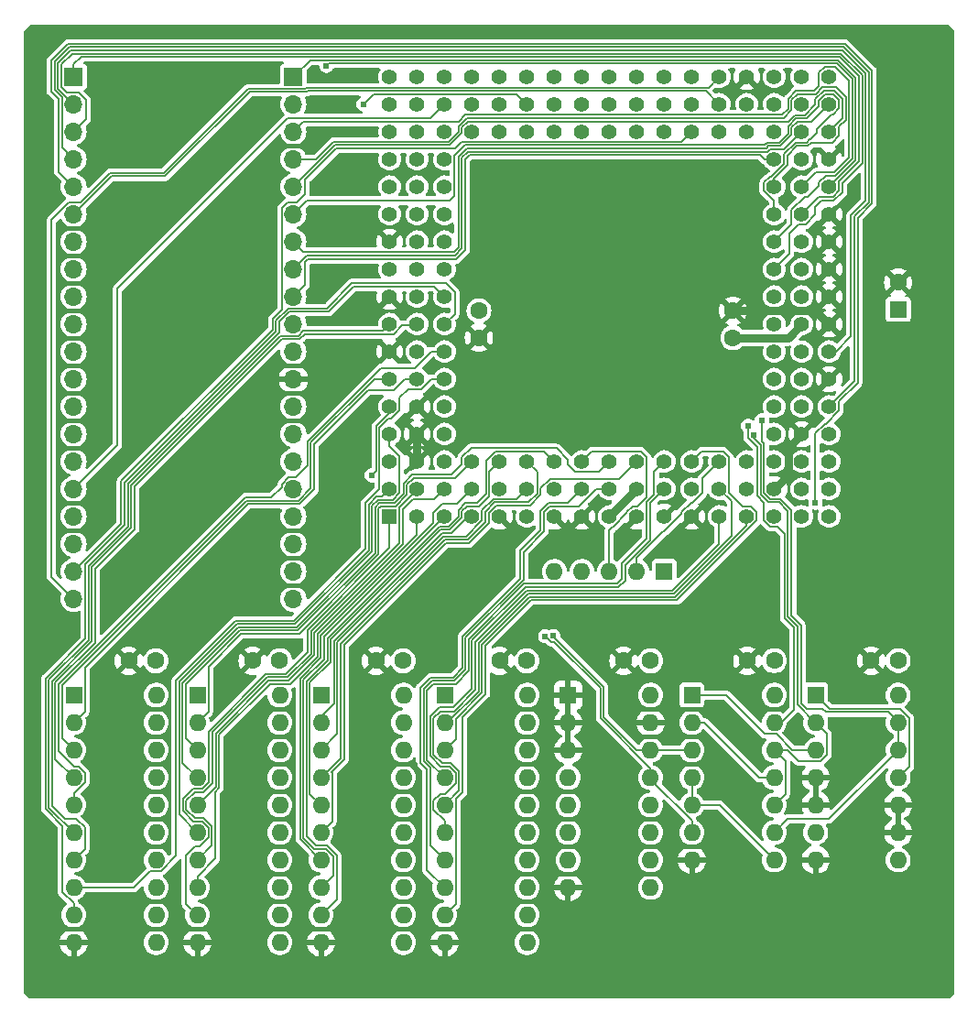
<source format=gtl>
G04 #@! TF.GenerationSoftware,KiCad,Pcbnew,8.0.2*
G04 #@! TF.CreationDate,2024-05-19T23:46:18+09:00*
G04 #@! TF.ProjectId,MEZi486,4d455a69-3438-4362-9e6b-696361645f70,C*
G04 #@! TF.SameCoordinates,PX5f5e100PY8f0d180*
G04 #@! TF.FileFunction,Copper,L1,Top*
G04 #@! TF.FilePolarity,Positive*
%FSLAX46Y46*%
G04 Gerber Fmt 4.6, Leading zero omitted, Abs format (unit mm)*
G04 Created by KiCad (PCBNEW 8.0.2) date 2024-05-19 23:46:18*
%MOMM*%
%LPD*%
G01*
G04 APERTURE LIST*
G04 #@! TA.AperFunction,ComponentPad*
%ADD10R,1.600000X1.600000*%
G04 #@! TD*
G04 #@! TA.AperFunction,ComponentPad*
%ADD11O,1.600000X1.600000*%
G04 #@! TD*
G04 #@! TA.AperFunction,ComponentPad*
%ADD12C,1.600000*%
G04 #@! TD*
G04 #@! TA.AperFunction,ComponentPad*
%ADD13R,1.700000X1.700000*%
G04 #@! TD*
G04 #@! TA.AperFunction,ComponentPad*
%ADD14O,1.700000X1.700000*%
G04 #@! TD*
G04 #@! TA.AperFunction,ComponentPad*
%ADD15R,1.397000X1.397000*%
G04 #@! TD*
G04 #@! TA.AperFunction,ComponentPad*
%ADD16C,1.397000*%
G04 #@! TD*
G04 #@! TA.AperFunction,ViaPad*
%ADD17C,0.605000*%
G04 #@! TD*
G04 #@! TA.AperFunction,Conductor*
%ADD18C,0.152400*%
G04 #@! TD*
G04 #@! TA.AperFunction,Conductor*
%ADD19C,0.800000*%
G04 #@! TD*
G04 #@! TA.AperFunction,Conductor*
%ADD20C,0.400000*%
G04 #@! TD*
G04 APERTURE END LIST*
D10*
X59690000Y40005000D03*
D11*
X57150000Y40005000D03*
X54610000Y40005000D03*
X52070000Y40005000D03*
X49530000Y40005000D03*
D12*
X81310000Y31760000D03*
X78810000Y31760000D03*
D10*
X39380000Y28570000D03*
D11*
X39380000Y26030000D03*
X39380000Y23490000D03*
X39380000Y20950000D03*
X39380000Y18410000D03*
X39380000Y15870000D03*
X39380000Y13330000D03*
X39380000Y10790000D03*
X39380000Y8250000D03*
X39380000Y5710000D03*
X47000000Y5710000D03*
X47000000Y8250000D03*
X47000000Y10790000D03*
X47000000Y13330000D03*
X47000000Y15870000D03*
X47000000Y18410000D03*
X47000000Y20950000D03*
X47000000Y23490000D03*
X47000000Y26030000D03*
X47000000Y28570000D03*
D10*
X73690000Y28585000D03*
D11*
X73690000Y26045000D03*
X73690000Y23505000D03*
X73690000Y20965000D03*
X73690000Y18425000D03*
X73690000Y15885000D03*
X73690000Y13345000D03*
X81310000Y13345000D03*
X81310000Y15885000D03*
X81310000Y18425000D03*
X81310000Y20965000D03*
X81310000Y23505000D03*
X81310000Y26045000D03*
X81310000Y28585000D03*
D10*
X27950000Y28570000D03*
D11*
X27950000Y26030000D03*
X27950000Y23490000D03*
X27950000Y20950000D03*
X27950000Y18410000D03*
X27950000Y15870000D03*
X27950000Y13330000D03*
X27950000Y10790000D03*
X27950000Y8250000D03*
X27950000Y5710000D03*
X35570000Y5710000D03*
X35570000Y8250000D03*
X35570000Y10790000D03*
X35570000Y13330000D03*
X35570000Y15870000D03*
X35570000Y18410000D03*
X35570000Y20950000D03*
X35570000Y23490000D03*
X35570000Y26030000D03*
X35570000Y28570000D03*
D10*
X16520000Y28570000D03*
D11*
X16520000Y26030000D03*
X16520000Y23490000D03*
X16520000Y20950000D03*
X16520000Y18410000D03*
X16520000Y15870000D03*
X16520000Y13330000D03*
X16520000Y10790000D03*
X16520000Y8250000D03*
X16520000Y5710000D03*
X24140000Y5710000D03*
X24140000Y8250000D03*
X24140000Y10790000D03*
X24140000Y13330000D03*
X24140000Y15870000D03*
X24140000Y18410000D03*
X24140000Y20950000D03*
X24140000Y23490000D03*
X24140000Y26030000D03*
X24140000Y28570000D03*
D12*
X35540000Y31750000D03*
X33040000Y31750000D03*
X46970000Y31750000D03*
X44470000Y31750000D03*
X12680000Y31750000D03*
X10180000Y31750000D03*
D10*
X50800000Y28575000D03*
D11*
X50800000Y26035000D03*
X50800000Y23495000D03*
X50800000Y20955000D03*
X50800000Y18415000D03*
X50800000Y15875000D03*
X50800000Y13335000D03*
X50800000Y10795000D03*
X58420000Y10795000D03*
X58420000Y13335000D03*
X58420000Y15875000D03*
X58420000Y18415000D03*
X58420000Y20955000D03*
X58420000Y23495000D03*
X58420000Y26035000D03*
X58420000Y28575000D03*
D12*
X24130000Y31750000D03*
X21630000Y31750000D03*
D10*
X5090000Y28570000D03*
D11*
X5090000Y26030000D03*
X5090000Y23490000D03*
X5090000Y20950000D03*
X5090000Y18410000D03*
X5090000Y15870000D03*
X5090000Y13330000D03*
X5090000Y10790000D03*
X5090000Y8250000D03*
X5090000Y5710000D03*
X12710000Y5710000D03*
X12710000Y8250000D03*
X12710000Y10790000D03*
X12710000Y13330000D03*
X12710000Y15870000D03*
X12710000Y18410000D03*
X12710000Y20950000D03*
X12710000Y23490000D03*
X12710000Y26030000D03*
X12710000Y28570000D03*
D12*
X58420000Y31750000D03*
X55920000Y31750000D03*
X69860000Y31755000D03*
X67360000Y31755000D03*
D13*
X25400000Y85725000D03*
D14*
X25400000Y83185000D03*
X25400000Y80645000D03*
X25400000Y78105000D03*
X25400000Y75565000D03*
X25400000Y73025000D03*
X25400000Y70485000D03*
X25400000Y67945000D03*
X25400000Y65405000D03*
X25400000Y62865000D03*
X25400000Y60325000D03*
X25400000Y57785000D03*
X25400000Y55245000D03*
X25400000Y52705000D03*
X25400000Y50165000D03*
X25400000Y47625000D03*
X25400000Y45085000D03*
X25400000Y42545000D03*
X25400000Y40005000D03*
X25400000Y37465000D03*
D12*
X42545000Y64115000D03*
X42545000Y61615000D03*
X66040000Y61615000D03*
X66040000Y64115000D03*
D13*
X5080000Y85725000D03*
D14*
X5080000Y83185000D03*
X5080000Y80645000D03*
X5080000Y78105000D03*
X5080000Y75565000D03*
X5080000Y73025000D03*
X5080000Y70485000D03*
X5080000Y67945000D03*
X5080000Y65405000D03*
X5080000Y62865000D03*
X5080000Y60325000D03*
X5080000Y57785000D03*
X5080000Y55245000D03*
X5080000Y52705000D03*
X5080000Y50165000D03*
X5080000Y47625000D03*
X5080000Y45085000D03*
X5080000Y42545000D03*
X5080000Y40005000D03*
X5080000Y37465000D03*
D10*
X81320000Y64222600D03*
D12*
X81320000Y66722600D03*
D10*
X62240000Y28580000D03*
D11*
X62240000Y26040000D03*
X62240000Y23500000D03*
X62240000Y20960000D03*
X62240000Y18420000D03*
X62240000Y15880000D03*
X62240000Y13340000D03*
X69860000Y13340000D03*
X69860000Y15880000D03*
X69860000Y18420000D03*
X69860000Y20960000D03*
X69860000Y23500000D03*
X69860000Y26040000D03*
X69860000Y28580000D03*
D15*
X34290000Y45085000D03*
D16*
X34290000Y47625000D03*
X34290000Y50165000D03*
X34290000Y52705000D03*
X34290000Y55245000D03*
X34290000Y57785000D03*
X34290000Y60325000D03*
X34290000Y62865000D03*
X34290000Y65405000D03*
X34290000Y67945000D03*
X34290000Y70485000D03*
X34290000Y73025000D03*
X34290000Y75565000D03*
X34290000Y78105000D03*
X34290000Y80645000D03*
X34290000Y83185000D03*
X34290000Y85725000D03*
X36830000Y45085000D03*
X36830000Y47625000D03*
X36830000Y50165000D03*
X36830000Y52705000D03*
X36830000Y55245000D03*
X36830000Y57785000D03*
X36830000Y60325000D03*
X36830000Y62865000D03*
X36830000Y65405000D03*
X36830000Y67945000D03*
X36830000Y70485000D03*
X36830000Y73025000D03*
X36830000Y75565000D03*
X36830000Y78105000D03*
X36830000Y80645000D03*
X36830000Y83185000D03*
X36830000Y85725000D03*
X39370000Y45085000D03*
X39370000Y47625000D03*
X39370000Y50165000D03*
X39370000Y52705000D03*
X39370000Y55245000D03*
X39370000Y57785000D03*
X39370000Y60325000D03*
X39370000Y62865000D03*
X39370000Y65405000D03*
X39370000Y67945000D03*
X39370000Y70485000D03*
X39370000Y73025000D03*
X39370000Y75565000D03*
X39370000Y78105000D03*
X39370000Y80645000D03*
X39370000Y83185000D03*
X39370000Y85725000D03*
X41910000Y45085000D03*
X41910000Y47625000D03*
X41910000Y50165000D03*
X41910000Y80645000D03*
X41910000Y83185000D03*
X41910000Y85725000D03*
X44450000Y45085000D03*
X44450000Y47625000D03*
X44450000Y50165000D03*
X44450000Y80645000D03*
X44450000Y83185000D03*
X44450000Y85725000D03*
X46990000Y45085000D03*
X46990000Y47625000D03*
X46990000Y50165000D03*
X46990000Y80645000D03*
X46990000Y83185000D03*
X46990000Y85725000D03*
X49530000Y45085000D03*
X49530000Y47625000D03*
X49530000Y50165000D03*
X49530000Y80645000D03*
X49530000Y83185000D03*
X49530000Y85725000D03*
X52070000Y45085000D03*
X52070000Y47625000D03*
X52070000Y50165000D03*
X52070000Y80645000D03*
X52070000Y83185000D03*
X52070000Y85725000D03*
X54610000Y45085000D03*
X54610000Y47625000D03*
X54610000Y50165000D03*
X54610000Y80645000D03*
X54610000Y83185000D03*
X54610000Y85725000D03*
X57150000Y45085000D03*
X57150000Y47625000D03*
X57150000Y50165000D03*
X57150000Y80645000D03*
X57150000Y83185000D03*
X57150000Y85725000D03*
X59690000Y45085000D03*
X59690000Y47625000D03*
X59690000Y50165000D03*
X59690000Y80645000D03*
X59690000Y83185000D03*
X59690000Y85725000D03*
X62230000Y45085000D03*
X62230000Y47625000D03*
X62230000Y50165000D03*
X62230000Y80645000D03*
X62230000Y83185000D03*
X62230000Y85725000D03*
X64770000Y45085000D03*
X64770000Y47625000D03*
X64770000Y50165000D03*
X64770000Y80645000D03*
X64770000Y83185000D03*
X64770000Y85725000D03*
X67310000Y45085000D03*
X67310000Y47625000D03*
X67310000Y50165000D03*
X67310000Y80645000D03*
X67310000Y83185000D03*
X67310000Y85725000D03*
X69850000Y45085000D03*
X69850000Y47625000D03*
X69850000Y50165000D03*
X69850000Y52705000D03*
X69850000Y55245000D03*
X69850000Y57785000D03*
X69850000Y60325000D03*
X69850000Y62865000D03*
X69850000Y65405000D03*
X69850000Y67945000D03*
X69850000Y70485000D03*
X69850000Y73025000D03*
X69850000Y75565000D03*
X69850000Y78105000D03*
X69850000Y80645000D03*
X69850000Y83185000D03*
X69850000Y85725000D03*
X72390000Y45085000D03*
X72390000Y47625000D03*
X72390000Y50165000D03*
X72390000Y52705000D03*
X72390000Y55245000D03*
X72390000Y57785000D03*
X72390000Y60325000D03*
X72390000Y62865000D03*
X72390000Y65405000D03*
X72390000Y67945000D03*
X72390000Y70485000D03*
X72390000Y73025000D03*
X72390000Y75565000D03*
X72390000Y78105000D03*
X72390000Y80645000D03*
X72390000Y83185000D03*
X72390000Y85725000D03*
X74930000Y45085000D03*
X74930000Y47625000D03*
X74930000Y50165000D03*
X74930000Y52705000D03*
X74930000Y55245000D03*
X74930000Y57785000D03*
X74930000Y60325000D03*
X74930000Y62865000D03*
X74930000Y65405000D03*
X74930000Y67945000D03*
X74930000Y70485000D03*
X74930000Y73025000D03*
X74930000Y75565000D03*
X74930000Y78105000D03*
X74930000Y80645000D03*
X74930000Y83185000D03*
X74930000Y85725000D03*
D17*
X78740000Y65405000D03*
X78740000Y62865000D03*
X71120000Y66675000D03*
X71120000Y64135000D03*
X71120000Y59055000D03*
X20955000Y55245000D03*
X20955000Y56515000D03*
X73660000Y46355000D03*
X23495000Y66675000D03*
X7620000Y47625000D03*
X8255000Y40005000D03*
X7620000Y51435000D03*
X5080000Y34290000D03*
X37465000Y9525000D03*
X26035000Y9525000D03*
X14605000Y9525000D03*
X71755000Y24765000D03*
X83185000Y60325000D03*
X79375000Y60325000D03*
X38735000Y34036000D03*
X38735000Y40005000D03*
X44450000Y40005000D03*
X23495000Y76835000D03*
X29210000Y56515000D03*
X31115000Y50165000D03*
X29210000Y52070000D03*
X31115000Y53975000D03*
X26670000Y53975000D03*
X26670000Y56515000D03*
X44450000Y28575000D03*
X27940000Y65405000D03*
X27940000Y67945000D03*
X27940000Y40005000D03*
X23495000Y38735000D03*
X23495000Y45085000D03*
X14605000Y33655000D03*
X42545000Y70485000D03*
X66040000Y70485000D03*
X59690000Y52705000D03*
X59690000Y60325000D03*
X59690000Y70485000D03*
X59690000Y76835000D03*
X49530000Y76835000D03*
X49530000Y70485000D03*
X49530000Y60325000D03*
X49530000Y52705000D03*
X44450000Y52705000D03*
X42545000Y54610000D03*
X66040000Y52705000D03*
X71120000Y74295000D03*
X67945000Y76835000D03*
X66040000Y74295000D03*
X63500000Y76835000D03*
X42545000Y76835000D03*
X1905000Y88900000D03*
X85090000Y88900000D03*
X85090000Y1905000D03*
X77470000Y24765000D03*
X77470000Y14605000D03*
X66040000Y19685000D03*
X66040000Y26035000D03*
X66040000Y14605000D03*
X54610000Y14605000D03*
X54610000Y23495000D03*
X43180000Y9525000D03*
X43180000Y14605000D03*
X43180000Y19685000D03*
X43180000Y23495000D03*
X43180000Y26035000D03*
X31750000Y28575000D03*
X31750000Y26035000D03*
X31750000Y23495000D03*
X31750000Y19685000D03*
X31750000Y14605000D03*
X31750000Y9525000D03*
X1905000Y1905000D03*
X20320000Y9525000D03*
X8890000Y9525000D03*
X19050000Y28575000D03*
X20320000Y24765000D03*
X20320000Y19685000D03*
X20320000Y14605000D03*
X8890000Y14605000D03*
X8890000Y19685000D03*
X8890000Y24765000D03*
X8255000Y37465000D03*
X7620000Y43815000D03*
X7620000Y56515000D03*
X7620000Y62230000D03*
X23495000Y83185000D03*
X6985000Y78105000D03*
X6985000Y85725000D03*
X23495000Y85725000D03*
X31750000Y85725000D03*
X27940000Y75565000D03*
X27940000Y80645000D03*
X27940000Y83185000D03*
X68707000Y53975000D03*
X67968100Y52578000D03*
X67437000Y53467000D03*
X31877000Y83185000D03*
X28448000Y86730600D03*
X48675432Y34012479D03*
X49432439Y34036951D03*
X32639000Y48895000D03*
D18*
X67437000Y53467000D02*
X67437000Y52358011D01*
X71704200Y34788696D02*
X71704200Y27251700D01*
X68313300Y46988478D02*
X68922900Y46378878D01*
X70492500Y26040000D02*
X69860000Y26040000D01*
X69465982Y44157900D02*
X70142100Y44157900D01*
X67437000Y52358011D02*
X68313300Y51481711D01*
X70815200Y35677696D02*
X71704200Y34788696D01*
X68313300Y51481711D02*
X68313300Y46988478D01*
X68922900Y46378878D02*
X68922900Y44700982D01*
X70142100Y44157900D02*
X70815200Y43484800D01*
X70815200Y43484800D02*
X70815200Y35677696D01*
X71704200Y27251700D02*
X70492500Y26040000D01*
X68922900Y44700982D02*
X69465982Y44157900D01*
X58762900Y49237900D02*
X58762900Y47128952D01*
X46728391Y38862000D02*
X41605200Y33738809D01*
X59690000Y50165000D02*
X58762900Y49237900D01*
X58762900Y47128952D02*
X58077100Y46443152D01*
X58077100Y43041048D02*
X55753000Y40716948D01*
X55753000Y40716948D02*
X55753000Y39308874D01*
X55753000Y39308874D02*
X55306126Y38862000D01*
X41605200Y33738809D02*
X41605200Y30810200D01*
X55306126Y38862000D02*
X46728391Y38862000D01*
X58077100Y46443152D02*
X58077100Y43041048D01*
X41605200Y30810200D02*
X40393600Y29598600D01*
X40393600Y29598600D02*
X38351400Y29598600D01*
X38351400Y29598600D02*
X37741800Y28989000D01*
X37741800Y28989000D02*
X37741800Y22588200D01*
X37741800Y22588200D02*
X39380000Y20950000D01*
X41910000Y47625000D02*
X40513000Y46228000D01*
X38354000Y44503792D02*
X27928500Y34078292D01*
X26007000Y30094156D02*
X26007000Y15268000D01*
X26007000Y15268000D02*
X27945000Y13330000D01*
X39155900Y46228000D02*
X38354000Y45426100D01*
X27928500Y32015656D02*
X26007000Y30094156D01*
X38354000Y45426100D02*
X38354000Y44503792D01*
X40513000Y46228000D02*
X39155900Y46228000D01*
X27928500Y34078292D02*
X27928500Y32015656D01*
X27945000Y13330000D02*
X27950000Y13330000D01*
X14544652Y13709991D02*
X14544652Y29934808D01*
X10663000Y10790000D02*
X12174400Y12301400D01*
X35217100Y54860982D02*
X35217100Y56045100D01*
X5090000Y10790000D02*
X10663000Y10790000D01*
X20068244Y35458400D02*
X25429140Y35458400D01*
X34163000Y54102000D02*
X34458118Y54102000D01*
X38141118Y57785000D02*
X39370000Y57785000D01*
X32054800Y46310908D02*
X33362900Y47619008D01*
X14544652Y29934808D02*
X20068244Y35458400D01*
X13136061Y12301400D02*
X14544652Y13709991D01*
X25429140Y35458400D02*
X32054800Y42084060D01*
X32054800Y42084060D02*
X32054800Y46310908D01*
X37214018Y56857900D02*
X38141118Y57785000D01*
X33362900Y47619008D02*
X33362900Y53301900D01*
X12174400Y12301400D02*
X13136061Y12301400D01*
X33362900Y53301900D02*
X34163000Y54102000D01*
X35217100Y56045100D02*
X36029900Y56857900D01*
X34458118Y54102000D02*
X35217100Y54860982D01*
X36029900Y56857900D02*
X37214018Y56857900D01*
X36830000Y57785000D02*
X35687000Y57785000D01*
X35687000Y57785000D02*
X34671000Y56769000D01*
X25959423Y46228000D02*
X21200152Y46228000D01*
X27305000Y51765948D02*
X27305000Y47573577D01*
X27305000Y47573577D02*
X25959423Y46228000D01*
X32308052Y56769000D02*
X27305000Y51765948D01*
X34671000Y56769000D02*
X32308052Y56769000D01*
X21200152Y46228000D02*
X6118600Y31146448D01*
X6118600Y31146448D02*
X6118600Y27058600D01*
X6118600Y27058600D02*
X5090000Y26030000D01*
X5090000Y19495339D02*
X6118600Y20523939D01*
X6118600Y20523939D02*
X6118600Y21376061D01*
X33477948Y58801000D02*
X36617118Y58801000D01*
X36617118Y58801000D02*
X38141118Y60325000D01*
X20947648Y46837600D02*
X23342600Y46837600D01*
X5516061Y21978600D02*
X5090000Y21978600D01*
X6118600Y21376061D02*
X5516061Y21978600D01*
X5090000Y21978600D02*
X3696100Y23372500D01*
X3696100Y23372500D02*
X3696100Y29586052D01*
X5090000Y18410000D02*
X5090000Y19495339D01*
X3696100Y29586052D02*
X20947648Y46837600D01*
X24953229Y48703600D02*
X25589600Y48703600D01*
X23342600Y46837600D02*
X24321400Y47816400D01*
X26695400Y49809400D02*
X26695400Y52018452D01*
X24321400Y47816400D02*
X24321400Y48071771D01*
X24321400Y48071771D02*
X24953229Y48703600D01*
X38141118Y60325000D02*
X39370000Y60325000D01*
X25589600Y48703600D02*
X26695400Y49809400D01*
X26695400Y52018452D02*
X33477948Y58801000D01*
X32639000Y48895000D02*
X33058100Y49314100D01*
X34290000Y54660052D02*
X34290000Y55245000D01*
X33058100Y49314100D02*
X33058100Y53428152D01*
X33058100Y53428152D02*
X34290000Y54660052D01*
X16520000Y15870000D02*
X16515000Y15870000D01*
X16515000Y15870000D02*
X14849452Y17535548D01*
X20194496Y35153600D02*
X25555392Y35153600D01*
X25555392Y35153600D02*
X32359600Y41957808D01*
X14849452Y17535548D02*
X14849452Y29808556D01*
X32359600Y41957808D02*
X32359600Y46184656D01*
X14849452Y29808556D02*
X20194496Y35153600D01*
X32359600Y46184656D02*
X33101444Y46926500D01*
X33101444Y46926500D02*
X33591500Y46926500D01*
X33591500Y46926500D02*
X34290000Y47625000D01*
X34290000Y51562000D02*
X35217100Y50634900D01*
X32664400Y46058404D02*
X32664400Y41831556D01*
X35217100Y50634900D02*
X35217100Y47240982D01*
X35217100Y47240982D02*
X34597818Y46621700D01*
X34290000Y52705000D02*
X34290000Y51562000D01*
X34597818Y46621700D02*
X33227696Y46621700D01*
X32664400Y41831556D02*
X25681644Y34848800D01*
X25681644Y34848800D02*
X20320748Y34848800D01*
X33227696Y46621700D02*
X32664400Y46058404D01*
X20320748Y34848800D02*
X15154252Y29682304D01*
X15154252Y29682304D02*
X15154252Y22315748D01*
X15154252Y22315748D02*
X16520000Y20950000D01*
X48675432Y34012479D02*
X48705822Y34012479D01*
X48705822Y34012479D02*
X49212450Y33505851D01*
X49502097Y33505851D02*
X53797200Y29210748D01*
X53797200Y29210748D02*
X53797200Y26416748D01*
X49212450Y33505851D02*
X49502097Y33505851D01*
X53797200Y26416748D02*
X58420000Y21793948D01*
X58420000Y21793948D02*
X58420000Y20955000D01*
X49432439Y34036951D02*
X49432439Y34006561D01*
X54102000Y29337000D02*
X54102000Y26543000D01*
X54102000Y26543000D02*
X57150000Y23495000D01*
X49432439Y34006561D02*
X54102000Y29337000D01*
X57150000Y23495000D02*
X58420000Y23495000D01*
X39380000Y8250000D02*
X40408600Y9278600D01*
X43129200Y28669192D02*
X43129200Y33107549D01*
X68237100Y45469018D02*
X67694018Y46012100D01*
X40408600Y9278600D02*
X40408600Y19007548D01*
X41018200Y19617148D02*
X41018200Y26558192D01*
X41018200Y26558192D02*
X43129200Y28669192D01*
X40408600Y19007548D02*
X41018200Y19617148D01*
X67694018Y46012100D02*
X66925982Y46012100D01*
X47359651Y37338000D02*
X60874118Y37338000D01*
X60874118Y37338000D02*
X68237100Y44700982D01*
X43129200Y33107549D02*
X47359651Y37338000D01*
X68237100Y44700982D02*
X68237100Y45469018D01*
X66925982Y46012100D02*
X65697100Y47240982D01*
X65697100Y47240982D02*
X65697100Y50549018D01*
X65697100Y50549018D02*
X65154018Y51092100D01*
X63157100Y51092100D02*
X62230000Y50165000D01*
X65154018Y51092100D02*
X63157100Y51092100D01*
X55537100Y48552100D02*
X49145982Y48552100D01*
X28978600Y16898600D02*
X27950000Y15870000D01*
X49145982Y48552100D02*
X48260100Y47666218D01*
X48260100Y47666218D02*
X48260100Y47079848D01*
X57150000Y50165000D02*
X55537100Y48552100D01*
X30062100Y22631048D02*
X28892856Y21461804D01*
X44142182Y46088300D02*
X43446700Y45392818D01*
X47268552Y46088300D02*
X44142182Y46088300D01*
X43446700Y45392818D02*
X43446700Y44448478D01*
X39501472Y42633900D02*
X30062100Y33194528D01*
X43446700Y44448478D02*
X41632122Y42633900D01*
X28892856Y21461804D02*
X28978600Y21376061D01*
X41632122Y42633900D02*
X39501472Y42633900D01*
X48260100Y47079848D02*
X47268552Y46088300D01*
X30062100Y33194528D02*
X30062100Y22631048D01*
X28978600Y21376061D02*
X28978600Y16898600D01*
X16520000Y10790000D02*
X16520000Y11820300D01*
X18158200Y13458500D02*
X18158200Y19617148D01*
X18516600Y24893496D02*
X23221704Y29598600D01*
X25080392Y29598600D02*
X27623700Y32141908D01*
X16520000Y11820300D02*
X18158200Y13458500D01*
X18158200Y19617148D02*
X18516600Y19975548D01*
X18516600Y19975548D02*
X18516600Y24893496D01*
X23221704Y29598600D02*
X25080392Y29598600D01*
X27623700Y32141908D02*
X27623700Y34204544D01*
X36830000Y43410844D02*
X36830000Y45085000D01*
X27623700Y34204544D02*
X36830000Y43410844D01*
X26327100Y69557900D02*
X40247796Y69557900D01*
X40665400Y78357504D02*
X41416196Y79108300D01*
X25400000Y70485000D02*
X26327100Y69557900D01*
X73317100Y81572100D02*
X74930000Y83185000D01*
X69339730Y79336900D02*
X70446900Y79336900D01*
X41416196Y79108300D02*
X69111130Y79108300D01*
X69111130Y79108300D02*
X69339730Y79336900D01*
X70446900Y79336900D02*
X71462900Y80352900D01*
X40665400Y69975504D02*
X40665400Y78357504D01*
X71462900Y80352900D02*
X71462900Y81029018D01*
X71462900Y81029018D02*
X72005982Y81572100D01*
X40247796Y69557900D02*
X40665400Y69975504D01*
X72005982Y81572100D02*
X73317100Y81572100D01*
X69850000Y78105000D02*
X68961000Y78105000D01*
X68961000Y78105000D02*
X68567300Y78498700D01*
X68567300Y78498700D02*
X41668700Y78498700D01*
X41275000Y78105000D02*
X41275000Y69723000D01*
X41668700Y78498700D02*
X41275000Y78105000D01*
X41275000Y69723000D02*
X40424100Y68872100D01*
X26758152Y68872100D02*
X26478600Y68592548D01*
X40424100Y68872100D02*
X26758152Y68872100D01*
X26478600Y68592548D02*
X26478600Y66483600D01*
X26478600Y66483600D02*
X25400000Y65405000D01*
X25400000Y67945000D02*
X26670000Y69215000D01*
X41542448Y78803500D02*
X69237382Y78803500D01*
X40335948Y69215000D02*
X40970200Y69849252D01*
X69237382Y78803500D02*
X69465982Y79032100D01*
X70777100Y79032100D02*
X72390000Y80645000D01*
X40970200Y78231252D02*
X41542448Y78803500D01*
X26670000Y69215000D02*
X40335948Y69215000D01*
X40970200Y69849252D02*
X40970200Y78231252D01*
X69465982Y79032100D02*
X70777100Y79032100D01*
X70777100Y77685152D02*
X70777100Y78601048D01*
X69465982Y76492100D02*
X69584048Y76492100D01*
X69507100Y74637900D02*
X69465982Y74637900D01*
X72847948Y79629000D02*
X73152748Y79933800D01*
X73159859Y79933800D02*
X73787000Y80560941D01*
X69850000Y73025000D02*
X69850000Y74295000D01*
X73787000Y80899000D02*
X75145900Y82257900D01*
X68922900Y75180982D02*
X68922900Y75949018D01*
X69584048Y76492100D02*
X70777100Y77685152D01*
X71158100Y81155270D02*
X71158100Y80479152D01*
X75857100Y82800982D02*
X75857100Y83569018D01*
X75314018Y82257900D02*
X75857100Y82800982D01*
X72824070Y81876900D02*
X71879730Y81876900D01*
X75314018Y84112100D02*
X74545982Y84112100D01*
X74545982Y84112100D02*
X73964800Y83530918D01*
X69850000Y74295000D02*
X69507100Y74637900D01*
X73787000Y80560941D02*
X73787000Y80899000D01*
X70777100Y78601048D02*
X71805052Y79629000D01*
X71805052Y79629000D02*
X72847948Y79629000D01*
X73964800Y83530918D02*
X73964800Y83017630D01*
X68922900Y75949018D02*
X69465982Y76492100D01*
X73152748Y79933800D02*
X73159859Y79933800D01*
X69465982Y74637900D02*
X68922900Y75180982D01*
X75145900Y82257900D02*
X75314018Y82257900D01*
X75857100Y83569018D02*
X75314018Y84112100D01*
X73964800Y83017630D02*
X72824070Y81876900D01*
X71879730Y81876900D02*
X71158100Y81155270D01*
X71158100Y80479152D02*
X70320648Y79641700D01*
X70320648Y79641700D02*
X69213478Y79641700D01*
X69213478Y79641700D02*
X68984878Y79413100D01*
X68984878Y79413100D02*
X41289944Y79413100D01*
X41289944Y79413100D02*
X40297100Y78420256D01*
X40297100Y78420256D02*
X40297100Y74714100D01*
X40297100Y74714100D02*
X39878000Y74295000D01*
X39878000Y74295000D02*
X26670000Y74295000D01*
X26670000Y74295000D02*
X25400000Y73025000D01*
X5080000Y37465000D02*
X3048000Y39497000D01*
X8458948Y76835000D02*
X13411948Y76835000D01*
X26553900Y84721700D02*
X63766700Y84721700D01*
X3048000Y39497000D02*
X3048000Y72518371D01*
X3048000Y72518371D02*
X4633229Y74103600D01*
X4633229Y74103600D02*
X5727548Y74103600D01*
X26478600Y84646400D02*
X26553900Y84721700D01*
X5727548Y74103600D02*
X8458948Y76835000D01*
X13411948Y76835000D02*
X21223348Y84646400D01*
X21223348Y84646400D02*
X26478600Y84646400D01*
X63766700Y84721700D02*
X64770000Y85725000D01*
D19*
X71100900Y64154100D02*
X66079000Y64154100D01*
X71120000Y64135000D02*
X71100900Y64154100D01*
X71139100Y64154100D02*
X71120000Y64135000D01*
D18*
X68707000Y53975000D02*
X68707000Y52059089D01*
X68707000Y52059089D02*
X68922900Y51843189D01*
X69465982Y46697900D02*
X70410322Y46697900D01*
X74295000Y27305000D02*
X74599800Y27000200D01*
X68922900Y51843189D02*
X68922900Y47240982D01*
X68922900Y47240982D02*
X69465982Y46697900D01*
X70410322Y46697900D02*
X71462900Y45645322D01*
X71462900Y45645322D02*
X71462900Y35892100D01*
X72313800Y27812252D02*
X72821052Y27305000D01*
X74599800Y27000200D02*
X80354800Y27000200D01*
X72821052Y27305000D02*
X74295000Y27305000D01*
X71462900Y35892100D02*
X72313800Y35041200D01*
X72313800Y35041200D02*
X72313800Y27812252D01*
X80354800Y27000200D02*
X81310000Y26045000D01*
X67968100Y52366937D02*
X68618100Y51716937D01*
X67968100Y52578000D02*
X67968100Y52366937D01*
X71120000Y45557170D02*
X71120000Y35803948D01*
X68618100Y51716937D02*
X68618100Y47114730D01*
X68618100Y47114730D02*
X69339730Y46393100D01*
X70284070Y46393100D02*
X71120000Y45557170D01*
X69339730Y46393100D02*
X70284070Y46393100D01*
X71120000Y35803948D02*
X72009000Y34914948D01*
X72009000Y27686000D02*
X73650000Y26045000D01*
X72009000Y34914948D02*
X72009000Y27686000D01*
X73650000Y26045000D02*
X73690000Y26045000D01*
X25400000Y78105000D02*
X27508948Y78105000D01*
X40678100Y81155270D02*
X41432241Y81909411D01*
X75857100Y80260982D02*
X75225118Y79629000D01*
X27508948Y78105000D02*
X29121848Y79717900D01*
X40678100Y80641982D02*
X40678100Y81155270D01*
X70733411Y81909411D02*
X71462900Y82638900D01*
X75528422Y84759800D02*
X76466700Y83821522D01*
X39754018Y79717900D02*
X40678100Y80641982D01*
X71462900Y83569018D02*
X72005982Y84112100D01*
X73683878Y84112100D02*
X74331578Y84759800D01*
X71081900Y78474796D02*
X71081900Y77558900D01*
X74331578Y84759800D02*
X75528422Y84759800D01*
X29121848Y79717900D02*
X39754018Y79717900D01*
X73279000Y79629000D02*
X72974200Y79324200D01*
X71462900Y82638900D02*
X71462900Y83569018D01*
X76466700Y83821522D02*
X76466700Y81750648D01*
X76466700Y81750648D02*
X75857100Y81141048D01*
X75857100Y81141048D02*
X75857100Y80260982D01*
X75225118Y79629000D02*
X73279000Y79629000D01*
X72974200Y79324200D02*
X71931304Y79324200D01*
X41432241Y81909411D02*
X70733411Y81909411D01*
X71931304Y79324200D02*
X71081900Y78474796D01*
X72005982Y84112100D02*
X73683878Y84112100D01*
X71081900Y77558900D02*
X69850000Y76327000D01*
X69850000Y76327000D02*
X69850000Y75565000D01*
X62230000Y80645000D02*
X61302900Y79717900D01*
X24321400Y64173875D02*
X23481704Y63334179D01*
X25717286Y74103600D02*
X24827600Y74103600D01*
X61302900Y79717900D02*
X40982900Y79717900D01*
X24321400Y70038229D02*
X24384000Y69975629D01*
X40982900Y79717900D02*
X40373300Y79108300D01*
X29374352Y79108300D02*
X26478600Y76212548D01*
X26478600Y76212548D02*
X26478600Y74864914D01*
X24827600Y74103600D02*
X24321400Y73597400D01*
X26478600Y74864914D02*
X25717286Y74103600D01*
X40373300Y79108300D02*
X29374352Y79108300D01*
X24321400Y69913029D02*
X24321400Y64173875D01*
X24321400Y73597400D02*
X24321400Y70038229D01*
X24384000Y69975629D02*
X24321400Y69913029D01*
X23481704Y63334179D02*
X23481704Y62343704D01*
X23481704Y62343704D02*
X9473000Y48335000D01*
X9473000Y48335000D02*
X9473000Y44398000D01*
X9473000Y44398000D02*
X5080000Y40005000D01*
D20*
X68770500Y27305000D02*
X70485000Y27305000D01*
D18*
X78905100Y74029048D02*
X77571600Y72695548D01*
X3022600Y84380296D02*
X3022600Y87246756D01*
X75857100Y55741048D02*
X75857100Y54860982D01*
X77571600Y57455548D02*
X75857100Y55741048D01*
X4561544Y88785700D02*
X76411412Y88785700D01*
X76411412Y88785700D02*
X78905100Y86292012D01*
X3022600Y87246756D02*
X4561544Y88785700D01*
X78905100Y86292012D02*
X78905100Y74029048D01*
X3696600Y76948400D02*
X3696600Y83706296D01*
X77571600Y72695548D02*
X77571600Y57455548D01*
X3696600Y83706296D02*
X3022600Y84380296D01*
X5080000Y75565000D02*
X3696600Y76948400D01*
X75857100Y54860982D02*
X74628218Y53632100D01*
X74628218Y53632100D02*
X74545982Y53632100D01*
X74545982Y53632100D02*
X73660000Y52746118D01*
X73660000Y52746118D02*
X73660000Y46355000D01*
X4000900Y24579100D02*
X4000900Y29459800D01*
X27000200Y47699829D02*
X27000200Y51892200D01*
X4000900Y29459800D02*
X21073900Y46532800D01*
X21073900Y46532800D02*
X25833171Y46532800D01*
X25833171Y46532800D02*
X27000200Y47699829D01*
X5090000Y23490000D02*
X4000900Y24579100D01*
X27000200Y51892200D02*
X32893000Y57785000D01*
X32893000Y57785000D02*
X34290000Y57785000D01*
X5080000Y78105000D02*
X4001400Y79183600D01*
X4001400Y79183600D02*
X4001400Y83832548D01*
X3327400Y87120504D02*
X4687796Y88480900D01*
X76285160Y88480900D02*
X78600300Y86165760D01*
X77266800Y57581800D02*
X74930000Y55245000D01*
X4001400Y83832548D02*
X3327400Y84506548D01*
X78600300Y86165760D02*
X78600300Y74155300D01*
X3327400Y84506548D02*
X3327400Y87120504D01*
X4687796Y88480900D02*
X76285160Y88480900D01*
X78600300Y74155300D02*
X77266800Y72821800D01*
X77266800Y72821800D02*
X77266800Y57581800D01*
X5080000Y83185000D02*
X3632200Y84632800D01*
X3632200Y84632800D02*
X3632200Y86994252D01*
X3632200Y86994252D02*
X4814048Y88176100D01*
X76962000Y72948052D02*
X76962000Y61722000D01*
X4814048Y88176100D02*
X76158908Y88176100D01*
X76962000Y61722000D02*
X75565000Y60325000D01*
X76158908Y88176100D02*
X78295500Y86039508D01*
X78295500Y86039508D02*
X78295500Y74281552D01*
X78295500Y74281552D02*
X76962000Y72948052D01*
X75565000Y60325000D02*
X74930000Y60325000D01*
X52070000Y50165000D02*
X52997100Y51092100D01*
X57534018Y51092100D02*
X58077100Y50549018D01*
X56222900Y45386782D02*
X54994018Y44157900D01*
X58077100Y50549018D02*
X58077100Y46874204D01*
X58077100Y46874204D02*
X57214996Y46012100D01*
X52997100Y51092100D02*
X57534018Y51092100D01*
X54952900Y44157900D02*
X54610000Y43815000D01*
X57214996Y46012100D02*
X56765982Y46012100D01*
X56222900Y45469018D02*
X56222900Y45386782D01*
X54994018Y44157900D02*
X54952900Y44157900D01*
X56765982Y46012100D02*
X56222900Y45469018D01*
X54610000Y43815000D02*
X54610000Y40005000D01*
X57150000Y41251844D02*
X59586156Y43688000D01*
X59586156Y43688000D02*
X59690000Y43688000D01*
X59690000Y43688000D02*
X61302900Y45300900D01*
X57150000Y40005000D02*
X57150000Y41251844D01*
X61302900Y45300900D02*
X61302900Y45469018D01*
X61302900Y45469018D02*
X62188882Y46355000D01*
X63193600Y47238900D02*
X63193600Y48588600D01*
X62188882Y46355000D02*
X62309700Y46355000D01*
X62309700Y46355000D02*
X63193600Y47238900D01*
X63193600Y48588600D02*
X64770000Y50165000D01*
X39380000Y10790000D02*
X37741800Y12428200D01*
X37741800Y21726096D02*
X37132200Y22335696D01*
X50761900Y46316900D02*
X52070000Y47625000D01*
X37741800Y12428200D02*
X37741800Y21726096D01*
X38098896Y30208200D02*
X40141096Y30208200D01*
X37132200Y29241504D02*
X38098896Y30208200D01*
X46355000Y39350713D02*
X46355000Y41910000D01*
X46355000Y41910000D02*
X48260000Y43815000D01*
X37132200Y22335696D02*
X37132200Y29241504D01*
X40995600Y33991313D02*
X46355000Y39350713D01*
X40141096Y30208200D02*
X40995600Y31062704D01*
X40995600Y31062704D02*
X40995600Y33991313D01*
X48981630Y46316900D02*
X50761900Y46316900D01*
X48260000Y43815000D02*
X48260000Y45595270D01*
X48260000Y45595270D02*
X48981630Y46316900D01*
X39380000Y13330000D02*
X38046600Y14663400D01*
X38046600Y14663400D02*
X38046600Y21852348D01*
X37437000Y22461948D02*
X37437000Y29115252D01*
X48564800Y45469018D02*
X49107882Y46012100D01*
X37437000Y29115252D02*
X38225148Y29903400D01*
X41300400Y30936452D02*
X41300400Y33865061D01*
X53381118Y47625000D02*
X54610000Y47625000D01*
X46659800Y39224461D02*
X46659800Y41783748D01*
X48564800Y43688748D02*
X48564800Y45469018D01*
X38225148Y29903400D02*
X40267348Y29903400D01*
X41300400Y33865061D02*
X46659800Y39224461D01*
X46659800Y41783748D02*
X48564800Y43688748D01*
X40267348Y29903400D02*
X41300400Y30936452D01*
X38046600Y21852348D02*
X37437000Y22461948D01*
X49107882Y46012100D02*
X51768218Y46012100D01*
X51768218Y46012100D02*
X53381118Y47625000D01*
X39380000Y23490000D02*
X40408600Y24518600D01*
X40408600Y24518600D02*
X40408600Y26379644D01*
X42824400Y28795444D02*
X42824400Y33233801D01*
X40408600Y26379644D02*
X42824400Y28795444D01*
X42824400Y33233801D02*
X47233399Y37642800D01*
X47233399Y37642800D02*
X60706748Y37642800D01*
X60706748Y37642800D02*
X67310000Y44246052D01*
X67310000Y44246052D02*
X67310000Y45085000D01*
X64770000Y47625000D02*
X65913000Y46482000D01*
X65913000Y43280104D02*
X60580496Y37947600D01*
X60580496Y37947600D02*
X47107147Y37947600D01*
X39627904Y26030000D02*
X39380000Y26030000D01*
X65913000Y46482000D02*
X65913000Y43280104D01*
X47107147Y37947600D02*
X42519600Y33360053D01*
X42519600Y33360053D02*
X42519600Y28921696D01*
X42519600Y28921696D02*
X39627904Y26030000D01*
X64770000Y45085000D02*
X64770000Y42568156D01*
X64770000Y42568156D02*
X60454244Y38252400D01*
X60454244Y38252400D02*
X46980895Y38252400D01*
X42214800Y29047948D02*
X40225452Y27058600D01*
X42214800Y33486305D02*
X42214800Y29047948D01*
X38953939Y27058600D02*
X38351400Y26456061D01*
X38351400Y26456061D02*
X38351400Y23063939D01*
X40225452Y27058600D02*
X38953939Y27058600D01*
X38351400Y23063939D02*
X39131939Y22283400D01*
X39131939Y22283400D02*
X39946600Y22283400D01*
X46980895Y38252400D02*
X42214800Y33486305D01*
X39946600Y22283400D02*
X40713400Y21516600D01*
X40713400Y21516600D02*
X40713400Y19743400D01*
X40713400Y19743400D02*
X39380000Y18410000D01*
X59690000Y47625000D02*
X58381900Y46316900D01*
X58381900Y42914796D02*
X56057800Y40590696D01*
X56057800Y39182622D02*
X55432378Y38557200D01*
X40184500Y27448700D02*
X38912987Y27448700D01*
X58381900Y46316900D02*
X58381900Y42914796D01*
X56057800Y40590696D02*
X56057800Y39182622D01*
X55432378Y38557200D02*
X46854643Y38557200D01*
X38912987Y27448700D02*
X38046600Y26582313D01*
X46854643Y38557200D02*
X41910000Y33612557D01*
X41910000Y29174200D02*
X40184500Y27448700D01*
X41910000Y33612557D02*
X41910000Y29174200D01*
X39377600Y19438600D02*
X38953939Y19438600D01*
X38046600Y26582313D02*
X38046600Y22937687D01*
X39806061Y21978600D02*
X40408600Y21376061D01*
X38046600Y22937687D02*
X39005687Y21978600D01*
X39380000Y16955339D02*
X39380000Y15870000D01*
X39005687Y21978600D02*
X39806061Y21978600D01*
X40408600Y21376061D02*
X40408600Y20469600D01*
X40408600Y20469600D02*
X39377600Y19438600D01*
X38953939Y19438600D02*
X38351400Y18836061D01*
X38351400Y18836061D02*
X38351400Y17983939D01*
X38351400Y17983939D02*
X39380000Y16955339D01*
X16520000Y23490000D02*
X15459052Y24550948D01*
X40982900Y49911000D02*
X40982900Y50549018D01*
X20447000Y34544000D02*
X25807896Y34544000D01*
X15459052Y24550948D02*
X15459052Y29556052D01*
X15459052Y29556052D02*
X20447000Y34544000D01*
X25807896Y34544000D02*
X32969200Y41705304D01*
X35598100Y48135270D02*
X36408630Y48945800D01*
X32969200Y41705304D02*
X32969200Y45932152D01*
X32969200Y45932152D02*
X33353948Y46316900D01*
X40017700Y48945800D02*
X40982900Y49911000D01*
X41830782Y51396900D02*
X49715659Y51396900D01*
X34724070Y46316900D02*
X35598100Y47190930D01*
X49715659Y51396900D02*
X50800000Y50312559D01*
X35598100Y47190930D02*
X35598100Y48135270D01*
X33353948Y46316900D02*
X34724070Y46316900D01*
X36408630Y48945800D02*
X40017700Y48945800D01*
X50800000Y49911000D02*
X51473100Y49237900D01*
X40982900Y50549018D02*
X41830782Y51396900D01*
X50800000Y50312559D02*
X50800000Y49911000D01*
X51473100Y49237900D02*
X53682900Y49237900D01*
X53682900Y49237900D02*
X54610000Y50165000D01*
X73690000Y23505000D02*
X71541052Y23505000D01*
X68968600Y25011400D02*
X65400000Y28580000D01*
X71541052Y23505000D02*
X70034652Y25011400D01*
X70034652Y25011400D02*
X68968600Y25011400D01*
X65400000Y28580000D02*
X62240000Y28580000D01*
X73690000Y26045000D02*
X74718600Y25016400D01*
X74718600Y25016400D02*
X74718600Y23052200D01*
X74718600Y23052200D02*
X74142800Y22476400D01*
X74142800Y22476400D02*
X72138600Y22476400D01*
X72138600Y22476400D02*
X71115000Y23500000D01*
X71115000Y23500000D02*
X69860000Y23500000D01*
X81310000Y20965000D02*
X82338600Y21993600D01*
X82338600Y21993600D02*
X82338600Y26471061D01*
X81504661Y27305000D02*
X74970000Y27305000D01*
X82338600Y26471061D02*
X81504661Y27305000D01*
X74970000Y27305000D02*
X73690000Y28585000D01*
X69860000Y15880000D02*
X71125000Y17145000D01*
X71125000Y17145000D02*
X74930000Y17145000D01*
X81290000Y23505000D02*
X81310000Y23505000D01*
X74930000Y17145000D02*
X81290000Y23505000D01*
D20*
X24320500Y59055000D02*
X26479500Y59055000D01*
D18*
X4061400Y10363939D02*
X4061400Y16467548D01*
X9777800Y44271748D02*
X9777800Y48208748D01*
X5090000Y9335339D02*
X4061400Y10363939D01*
X9777800Y48208748D02*
X23786504Y62217452D01*
X4061400Y16467548D02*
X2476900Y18052048D01*
X28512400Y64326400D02*
X30822900Y66636900D01*
X5090000Y8250000D02*
X5090000Y9335339D01*
X2476900Y30091060D02*
X6158600Y33772760D01*
X2476900Y18052048D02*
X2476900Y30091060D01*
X40321900Y63816900D02*
X39370000Y62865000D01*
X6158600Y33772760D02*
X6158600Y40652548D01*
X6158600Y40652548D02*
X9777800Y44271748D01*
X23786504Y62217452D02*
X23786504Y63207927D01*
X23786504Y63207927D02*
X24904977Y64326400D01*
X24904977Y64326400D02*
X28512400Y64326400D01*
X30822900Y66636900D02*
X39525700Y66636900D01*
X39525700Y66636900D02*
X40321900Y65840700D01*
X40321900Y65840700D02*
X40321900Y63816900D01*
X39370000Y65405000D02*
X38442900Y66332100D01*
X24091304Y63081675D02*
X24091304Y62091200D01*
X38442900Y66332100D02*
X30949152Y66332100D01*
X25031229Y64021600D02*
X24091304Y63081675D01*
X30949152Y66332100D02*
X28638652Y64021600D01*
X24091304Y62091200D02*
X10082600Y48082496D01*
X28638652Y64021600D02*
X25031229Y64021600D01*
X10082600Y48082496D02*
X10082600Y44145496D01*
X6463400Y33646508D02*
X2781700Y29964808D01*
X10082600Y44145496D02*
X6463400Y40526296D01*
X6463400Y40526296D02*
X6463400Y33646508D01*
X2781700Y29964808D02*
X2781700Y18178300D01*
X2781700Y18178300D02*
X5090000Y15870000D01*
X34290000Y62865000D02*
X33667700Y62242700D01*
X24217556Y61786400D02*
X10387400Y47956244D01*
X6768200Y40400044D02*
X6768200Y33520256D01*
X33667700Y62242700D02*
X26303071Y62242700D01*
X6768200Y33520256D02*
X3086500Y29838556D01*
X3086500Y18304552D02*
X4246052Y17145000D01*
X10387400Y47956244D02*
X10387400Y44019244D01*
X25846771Y61786400D02*
X24217556Y61786400D01*
X10387400Y44019244D02*
X6768200Y40400044D01*
X3086500Y29838556D02*
X3086500Y18304552D01*
X26303071Y62242700D02*
X25846771Y61786400D01*
X4246052Y17145000D02*
X5334000Y17145000D01*
X5334000Y17145000D02*
X6118600Y16360400D01*
X6118600Y16360400D02*
X6118600Y14358600D01*
X6118600Y14358600D02*
X5090000Y13330000D01*
X36830000Y62865000D02*
X36703000Y62738000D01*
X3391300Y22648700D02*
X5090000Y20950000D01*
X7073000Y40273792D02*
X7073000Y33394004D01*
X36703000Y62738000D02*
X35474118Y62738000D01*
X35474118Y62738000D02*
X34674018Y61937900D01*
X26429323Y61937900D02*
X25973023Y61481600D01*
X24343808Y61481600D02*
X10704604Y47842396D01*
X25973023Y61481600D02*
X24343808Y61481600D01*
X3391300Y29712304D02*
X3391300Y22648700D01*
X10704604Y47842396D02*
X10704604Y43905396D01*
X10704604Y43905396D02*
X7073000Y40273792D01*
X7073000Y33394004D02*
X3391300Y29712304D01*
X34674018Y61937900D02*
X26429323Y61937900D01*
D20*
X57340500Y24765000D02*
X59499500Y24765000D01*
X57340500Y27305000D02*
X59499500Y27305000D01*
D18*
X39370000Y83185000D02*
X38061900Y81876900D01*
X9144000Y66144000D02*
X9144000Y51689000D01*
X38061900Y81876900D02*
X24876900Y81876900D01*
X24876900Y81876900D02*
X9144000Y66144000D01*
X9144000Y51689000D02*
X5080000Y47625000D01*
D20*
X45910500Y14605000D02*
X48069500Y14605000D01*
X24320500Y53975000D02*
X26479500Y53975000D01*
X24320500Y56515000D02*
X26479500Y56515000D01*
X24638000Y79375000D02*
X26479500Y79375000D01*
X4000500Y71755000D02*
X6159500Y71755000D01*
X4000500Y69215000D02*
X6159500Y69215000D01*
X4000500Y66675000D02*
X6159500Y66675000D01*
X4000500Y64135000D02*
X6159500Y64135000D01*
X4000500Y61595000D02*
X6159500Y61595000D01*
X4318000Y59055000D02*
X6159500Y59055000D01*
X4000500Y56515000D02*
X6159500Y56515000D01*
X4000500Y53975000D02*
X6159500Y53975000D01*
X4000500Y51435000D02*
X6159500Y51435000D01*
X4000500Y46355000D02*
X6159500Y46355000D01*
X4064000Y43815000D02*
X6223000Y43815000D01*
X61150500Y27305000D02*
X63309500Y27305000D01*
D18*
X62240000Y26040000D02*
X63368000Y26040000D01*
X63368000Y26040000D02*
X68448000Y20960000D01*
X68448000Y20960000D02*
X69860000Y20960000D01*
D20*
X61150500Y22225000D02*
X63309500Y22225000D01*
X61150500Y24765000D02*
X63309500Y24765000D01*
X61150500Y14605000D02*
X63309500Y14605000D01*
X57340500Y17145000D02*
X59499500Y17145000D01*
X57340500Y14605000D02*
X59499500Y14605000D01*
X57340500Y12065000D02*
X59499500Y12065000D01*
X49720500Y12065000D02*
X51879500Y12065000D01*
X49720500Y14605000D02*
X51879500Y14605000D01*
X49720500Y17145000D02*
X51879500Y17145000D01*
X49720500Y19685000D02*
X51879500Y19685000D01*
X45910500Y27305000D02*
X48069500Y27305000D01*
X45910500Y24765000D02*
X48069500Y24765000D01*
X45910500Y22225000D02*
X48069500Y22225000D01*
X45910500Y19685000D02*
X48069500Y19685000D01*
X45910500Y17145000D02*
X48069500Y17145000D01*
X45910500Y12065000D02*
X48069500Y12065000D01*
X45910500Y9525000D02*
X48069500Y9525000D01*
X45910500Y6985000D02*
X48069500Y6985000D01*
X38290500Y6985000D02*
X40449500Y6985000D01*
X34480500Y6985000D02*
X36639500Y6985000D01*
X34480500Y9525000D02*
X36639500Y9525000D01*
X34480500Y12065000D02*
X36639500Y12065000D01*
X34480500Y14605000D02*
X36639500Y14605000D01*
X34480500Y17145000D02*
X36639500Y17145000D01*
X34480500Y19685000D02*
X36639500Y19685000D01*
X26860500Y6985000D02*
X29019500Y6985000D01*
X24320500Y43815000D02*
X26479500Y43815000D01*
X24320500Y41275000D02*
X26479500Y41275000D01*
X24320500Y38735000D02*
X26479500Y38735000D01*
X23050500Y27305000D02*
X25209500Y27305000D01*
X23050500Y24765000D02*
X25209500Y24765000D01*
X23050500Y22225000D02*
X25209500Y22225000D01*
X23050500Y19685000D02*
X25209500Y19685000D01*
X23050500Y17145000D02*
X25209500Y17145000D01*
X23050500Y14605000D02*
X25209500Y14605000D01*
X23050500Y12065000D02*
X25209500Y12065000D01*
X23050500Y9525000D02*
X25209500Y9525000D01*
X23050500Y6985000D02*
X25209500Y6985000D01*
X15430500Y6985000D02*
X17589500Y6985000D01*
X11620500Y6985000D02*
X13779500Y6985000D01*
X4000500Y6985000D02*
X6159500Y6985000D01*
X11620500Y9525000D02*
X13779500Y9525000D01*
X11620500Y14605000D02*
X13779500Y14605000D01*
X11620500Y17145000D02*
X13779500Y17145000D01*
X11620500Y19685000D02*
X13779500Y19685000D01*
X11620500Y22225000D02*
X13779500Y22225000D01*
X11620500Y24765000D02*
X13779500Y24765000D01*
X11557000Y27305000D02*
X13716000Y27305000D01*
D18*
X39370000Y47625000D02*
X38442900Y46697900D01*
X24968200Y29921200D02*
X23113252Y29921200D01*
X18211800Y20101800D02*
X16520000Y18410000D01*
X36445982Y46697900D02*
X35521900Y45773818D01*
X23113252Y29921200D02*
X18211800Y25019748D01*
X38442900Y46697900D02*
X36445982Y46697900D01*
X35521900Y45773818D02*
X35521900Y42533796D01*
X35521900Y42533796D02*
X27318900Y34330796D01*
X27318900Y34330796D02*
X27318900Y32271900D01*
X18211800Y25019748D02*
X18211800Y20101800D01*
X27318900Y32271900D02*
X24968200Y29921200D01*
X16520000Y13330000D02*
X17853400Y14663400D01*
X17072313Y17203400D02*
X16271939Y17203400D01*
X16271939Y19616600D02*
X17072313Y19616600D01*
X22987000Y30226000D02*
X24841948Y30226000D01*
X15491400Y17983939D02*
X15491400Y18836061D01*
X15491400Y18836061D02*
X16271939Y19616600D01*
X17853400Y16422313D02*
X17072313Y17203400D01*
X17853400Y14663400D02*
X17853400Y16422313D01*
X35217100Y45947826D02*
X36830000Y47560726D01*
X17072313Y19616600D02*
X17907000Y20451287D01*
X17907000Y20451287D02*
X17907000Y25146000D01*
X16271939Y17203400D02*
X15491400Y17983939D01*
X35217100Y42660048D02*
X35217100Y45947826D01*
X36830000Y47560726D02*
X36830000Y47625000D01*
X17907000Y25146000D02*
X22987000Y30226000D01*
X24841948Y30226000D02*
X27014100Y32398152D01*
X27014100Y32398152D02*
X27014100Y34457048D01*
X27014100Y34457048D02*
X35217100Y42660048D01*
X34290000Y45085000D02*
X34290000Y42164000D01*
X26709300Y34583300D02*
X26709300Y32524404D01*
X26709300Y32524404D02*
X24715696Y30530800D01*
X34290000Y42164000D02*
X26709300Y34583300D01*
X16946061Y16898600D02*
X17548600Y16296061D01*
X16946061Y19921400D02*
X16145687Y19921400D01*
X24715696Y30530800D02*
X22860748Y30530800D01*
X16145687Y16898600D02*
X16946061Y16898600D01*
X15491400Y13756061D02*
X15491400Y9278600D01*
X17548600Y25218652D02*
X17548600Y20523939D01*
X17548600Y20523939D02*
X16946061Y19921400D01*
X22860748Y30530800D02*
X17548600Y25218652D01*
X17548600Y16296061D02*
X17548600Y15443939D01*
X17548600Y15443939D02*
X16704661Y14600000D01*
X16335339Y14600000D02*
X15491400Y13756061D01*
X15186600Y18962313D02*
X15186600Y17857687D01*
X16145687Y19921400D02*
X15186600Y18962313D01*
X16704661Y14600000D02*
X16335339Y14600000D01*
X15186600Y17857687D02*
X16145687Y16898600D01*
X15491400Y9278600D02*
X16520000Y8250000D01*
X16520000Y26030000D02*
X17548600Y27058600D01*
X17548600Y31214548D02*
X20573252Y34239200D01*
X33274000Y41579052D02*
X33274000Y45805900D01*
X17548600Y27058600D02*
X17548600Y31214548D01*
X40386000Y48641000D02*
X41910000Y50165000D01*
X33480200Y46012100D02*
X34850322Y46012100D01*
X20573252Y34239200D02*
X25934148Y34239200D01*
X33274000Y45805900D02*
X33480200Y46012100D01*
X35902900Y47064678D02*
X35902900Y48009018D01*
X35902900Y48009018D02*
X36534882Y48641000D01*
X25934148Y34239200D02*
X33274000Y41579052D01*
X34850322Y46012100D02*
X35902900Y47064678D01*
X36534882Y48641000D02*
X40386000Y48641000D01*
X46062900Y46697900D02*
X43889678Y46697900D01*
X43889678Y46697900D02*
X42837100Y45645322D01*
X42837100Y45645322D02*
X42837100Y44700982D01*
X42837100Y44700982D02*
X41379618Y43243500D01*
X46990000Y47625000D02*
X46062900Y46697900D01*
X41379618Y43243500D02*
X39248968Y43243500D01*
X39248968Y43243500D02*
X29452500Y33447032D01*
X29452500Y33447032D02*
X29452500Y24992500D01*
X29452500Y24992500D02*
X27950000Y23490000D01*
X46990000Y50165000D02*
X47945800Y49209200D01*
X47945800Y49209200D02*
X47945800Y47196600D01*
X47945800Y47196600D02*
X47142300Y46393100D01*
X47142300Y46393100D02*
X44015930Y46393100D01*
X44015930Y46393100D02*
X43141900Y45519070D01*
X43141900Y45519070D02*
X43141900Y44574730D01*
X43141900Y44574730D02*
X41505870Y42938700D01*
X41505870Y42938700D02*
X39375220Y42938700D01*
X29757300Y22757300D02*
X27950000Y20950000D01*
X39375220Y42938700D02*
X29757300Y33320780D01*
X29757300Y33320780D02*
X29757300Y22757300D01*
X41910000Y45085000D02*
X41286000Y45085000D01*
X41286000Y44827778D02*
X40006522Y43548300D01*
X40006522Y43548300D02*
X39122716Y43548300D01*
X39122716Y43548300D02*
X29147700Y33573284D01*
X41286000Y45085000D02*
X41286000Y44827778D01*
X27950000Y26633300D02*
X27950000Y26030000D01*
X29147700Y33573284D02*
X29147700Y27831000D01*
X29147700Y27831000D02*
X27950000Y26633300D01*
X44450000Y50165000D02*
X43522900Y49237900D01*
X43522900Y49237900D02*
X43522900Y46951900D01*
X40981200Y44954030D02*
X39880270Y43853100D01*
X42591400Y46020400D02*
X41446700Y46020400D01*
X41446700Y46020400D02*
X40981200Y45554900D01*
X43522900Y46951900D02*
X42591400Y46020400D01*
X40981200Y45554900D02*
X40981200Y44954030D01*
X38996464Y43853100D02*
X28842900Y33699536D01*
X28842900Y33699536D02*
X28842900Y31636900D01*
X39880270Y43853100D02*
X38996464Y43853100D01*
X28842900Y31636900D02*
X26921400Y29715400D01*
X26921400Y29715400D02*
X26921400Y19438600D01*
X26921400Y19438600D02*
X27950000Y18410000D01*
X48602900Y51092100D02*
X44065982Y51092100D01*
X41320448Y46325200D02*
X40676400Y45681152D01*
X28502313Y14663400D02*
X29387800Y13777913D01*
X44065982Y51092100D02*
X43218100Y50244218D01*
X29387800Y13777913D02*
X29387800Y9687800D01*
X43218100Y50244218D02*
X43218100Y47155100D01*
X28538100Y31763152D02*
X26616600Y29841652D01*
X40676400Y45681152D02*
X40676400Y45080282D01*
X49530000Y50165000D02*
X48602900Y51092100D01*
X39754018Y44157900D02*
X38870212Y44157900D01*
X42388200Y46325200D02*
X41320448Y46325200D01*
X27473704Y14663400D02*
X28502313Y14663400D01*
X29387800Y9687800D02*
X27950000Y8250000D01*
X40676400Y45080282D02*
X39754018Y44157900D01*
X38870212Y44157900D02*
X28538100Y33825788D01*
X43218100Y47155100D02*
X42388200Y46325200D01*
X28538100Y33825788D02*
X28538100Y31763152D01*
X26616600Y29841652D02*
X26616600Y15520504D01*
X26616600Y15520504D02*
X27473704Y14663400D01*
X39370000Y45085000D02*
X39366260Y45085000D01*
X29083000Y13651661D02*
X29083000Y11923000D01*
X26311800Y29967904D02*
X26311800Y15394252D01*
X26311800Y15394252D02*
X27347452Y14358600D01*
X39366260Y45085000D02*
X28233300Y33952040D01*
X28233300Y33952040D02*
X28233300Y31889404D01*
X27347452Y14358600D02*
X28376061Y14358600D01*
X28233300Y31889404D02*
X26311800Y29967904D01*
X29083000Y11923000D02*
X27950000Y10790000D01*
X28376061Y14358600D02*
X29083000Y13651661D01*
X74930000Y80645000D02*
X76161900Y81876900D01*
X76161900Y81876900D02*
X76161900Y83695270D01*
X39880270Y79413100D02*
X29248100Y79413100D01*
X76161900Y83695270D02*
X75402170Y84455000D01*
X40982900Y81029018D02*
X40982900Y80515730D01*
X75402170Y84455000D02*
X74457830Y84455000D01*
X74457830Y84455000D02*
X73660000Y83657170D01*
X40982900Y80515730D02*
X39880270Y79413100D01*
X73660000Y83143882D02*
X72697818Y82181700D01*
X71753478Y82181700D02*
X71176389Y81604611D01*
X73660000Y83657170D02*
X73660000Y83143882D01*
X71176389Y81604611D02*
X41558493Y81604611D01*
X41558493Y81604611D02*
X40982900Y81029018D01*
X29248100Y79413100D02*
X25400000Y75565000D01*
X81310000Y23505000D02*
X81310000Y26045000D01*
X69860000Y18420000D02*
X70888600Y19448600D01*
X70888600Y19448600D02*
X70888600Y22471400D01*
X70888600Y22471400D02*
X69860000Y23500000D01*
X62240000Y20960000D02*
X62240000Y18420000D01*
X62240000Y18420000D02*
X64780000Y18420000D01*
X64780000Y18420000D02*
X69860000Y13340000D01*
X58420000Y20955000D02*
X58420000Y20785339D01*
X58420000Y20785339D02*
X62240000Y16965339D01*
X62240000Y16965339D02*
X62240000Y15880000D01*
X58420000Y23495000D02*
X62235000Y23495000D01*
X62235000Y23495000D02*
X62240000Y23500000D01*
D19*
X57150000Y47625000D02*
X54610000Y45085000D01*
X71139000Y61614100D02*
X66041000Y61614100D01*
X72390000Y62865000D02*
X71139000Y61614100D01*
X66079000Y64154100D02*
X66040000Y64115000D01*
X73641000Y64154100D02*
X71139100Y64154100D01*
X74930000Y62865000D02*
X73641000Y64154100D01*
X71139000Y51454100D02*
X72390000Y52705000D01*
X71139000Y48914000D02*
X71139000Y51454100D01*
X69850000Y47625000D02*
X71139000Y48914000D01*
X36830000Y50165000D02*
X36830000Y52705000D01*
X42506000Y61575900D02*
X42545000Y61615000D01*
D20*
X34480500Y22225000D02*
X36639500Y22225000D01*
D18*
X72697818Y82181700D02*
X71753478Y82181700D01*
X31877000Y83185000D02*
X32804100Y84112100D01*
X32804100Y84112100D02*
X46062900Y84112100D01*
X46062900Y84112100D02*
X46990000Y83185000D01*
X25400000Y80645000D02*
X26327100Y81572100D01*
X76771500Y85407500D02*
X76771500Y78295500D01*
X71879730Y84416900D02*
X73557626Y84416900D01*
X71158100Y82765152D02*
X71158100Y83695270D01*
X40663878Y81572100D02*
X41305989Y82214211D01*
X73557626Y84416900D02*
X74002900Y84862174D01*
X41305989Y82214211D02*
X70607159Y82214211D01*
X26327100Y81572100D02*
X40663878Y81572100D01*
X71158100Y83695270D02*
X71879730Y84416900D01*
X70607159Y82214211D02*
X71158100Y82765152D01*
X74002900Y84862174D02*
X74002900Y86109018D01*
X74002900Y86109018D02*
X74545982Y86652100D01*
X74545982Y86652100D02*
X75526900Y86652100D01*
X75526900Y86652100D02*
X76771500Y85407500D01*
X76771500Y78295500D02*
X75361800Y76885800D01*
X75361800Y76885800D02*
X73710800Y76885800D01*
X73710800Y76885800D02*
X72390000Y75565000D01*
X28448000Y86730600D02*
X28674300Y86956900D01*
X71462900Y73409018D02*
X71462900Y72097900D01*
X72691782Y74637900D02*
X71462900Y73409018D01*
X77076300Y85533752D02*
X77076300Y78142352D01*
X74002900Y75949018D02*
X74002900Y75653900D01*
X28674300Y86956900D02*
X75653152Y86956900D01*
X77076300Y78142352D02*
X75514948Y76581000D01*
X75514948Y76581000D02*
X74634882Y76581000D01*
X74634882Y76581000D02*
X74002900Y75949018D01*
X74002900Y75653900D02*
X72986900Y74637900D01*
X72986900Y74637900D02*
X72691782Y74637900D01*
X75653152Y86956900D02*
X77076300Y85533752D01*
X71462900Y72097900D02*
X69850000Y70485000D01*
X74930000Y75565000D02*
X77381100Y78016100D01*
X75779404Y87261700D02*
X26936700Y87261700D01*
X77381100Y78016100D02*
X77381100Y85660004D01*
X77381100Y85660004D02*
X75779404Y87261700D01*
X26936700Y87261700D02*
X25400000Y85725000D01*
X5080000Y85725000D02*
X5080000Y86868000D01*
X75906404Y87566500D02*
X77685900Y85787004D01*
X75857100Y75180982D02*
X75314018Y74637900D01*
X5778500Y87566500D02*
X75906404Y87566500D01*
X77685900Y85787004D02*
X77685900Y77889848D01*
X5080000Y86868000D02*
X5778500Y87566500D01*
X77685900Y77889848D02*
X75857100Y76061048D01*
X75857100Y76061048D02*
X75857100Y75180982D01*
X75314018Y74637900D02*
X74002900Y74637900D01*
X74002900Y74637900D02*
X72390000Y73025000D01*
X71247000Y69342000D02*
X71247000Y71247000D01*
X72097900Y72097900D02*
X72774018Y72097900D01*
X6223000Y83567371D02*
X6223000Y81788000D01*
X73660000Y72983882D02*
X73660000Y73680559D01*
X71247000Y71247000D02*
X72097900Y72097900D01*
X77990700Y77763596D02*
X77990700Y85913256D01*
X76032656Y87871300D02*
X4940300Y87871300D01*
X69850000Y67945000D02*
X71247000Y69342000D01*
X73660000Y73680559D02*
X74223641Y74244200D01*
X72774018Y72097900D02*
X73660000Y72983882D01*
X3937000Y86868000D02*
X3937000Y84759800D01*
X5526771Y84263600D02*
X6223000Y83567371D01*
X76161900Y75054730D02*
X76161900Y75934796D01*
X74223641Y74244200D02*
X75351370Y74244200D01*
X3937000Y84759800D02*
X4433200Y84263600D01*
X75351370Y74244200D02*
X76161900Y75054730D01*
X76161900Y75934796D02*
X77990700Y77763596D01*
X77990700Y85913256D02*
X76032656Y87871300D01*
X4940300Y87871300D02*
X3937000Y86868000D01*
X4433200Y84263600D02*
X5526771Y84263600D01*
X6223000Y81788000D02*
X5080000Y80645000D01*
X8585200Y76530200D02*
X13538200Y76530200D01*
X26680152Y84416900D02*
X63538100Y84416900D01*
X13538200Y76530200D02*
X21349600Y84341600D01*
X5080000Y73025000D02*
X8585200Y76530200D01*
X21349600Y84341600D02*
X26604852Y84341600D01*
X26604852Y84341600D02*
X26680152Y84416900D01*
X63538100Y84416900D02*
X64770000Y83185000D01*
G04 #@! TA.AperFunction,Conductor*
G36*
X24280203Y45781298D02*
G01*
X24326696Y45727642D01*
X24336800Y45657368D01*
X24324872Y45619137D01*
X24275774Y45520538D01*
X24275768Y45520521D01*
X24214885Y45306540D01*
X24194357Y45085000D01*
X24214885Y44863461D01*
X24275768Y44649480D01*
X24275774Y44649463D01*
X24374938Y44450316D01*
X24374942Y44450311D01*
X24509017Y44272765D01*
X24673438Y44122876D01*
X24673439Y44122875D01*
X24862587Y44005760D01*
X24862590Y44005759D01*
X24862599Y44005753D01*
X24939880Y43975814D01*
X25051708Y43932491D01*
X25108003Y43889232D01*
X25131973Y43822404D01*
X25116009Y43753226D01*
X25065178Y43703660D01*
X25051708Y43697509D01*
X24862603Y43624249D01*
X24862587Y43624241D01*
X24673439Y43507126D01*
X24673438Y43507125D01*
X24509017Y43357236D01*
X24374942Y43179690D01*
X24374938Y43179685D01*
X24275774Y42980538D01*
X24275768Y42980521D01*
X24214885Y42766540D01*
X24194357Y42545000D01*
X24214885Y42323461D01*
X24275768Y42109480D01*
X24275774Y42109463D01*
X24374938Y41910316D01*
X24374942Y41910311D01*
X24509017Y41732765D01*
X24673438Y41582876D01*
X24673439Y41582875D01*
X24862587Y41465760D01*
X24862590Y41465759D01*
X24862599Y41465753D01*
X24951568Y41431286D01*
X25051708Y41392491D01*
X25108003Y41349232D01*
X25131973Y41282404D01*
X25116009Y41213226D01*
X25065178Y41163660D01*
X25051708Y41157509D01*
X24862603Y41084249D01*
X24862587Y41084241D01*
X24673439Y40967126D01*
X24673438Y40967125D01*
X24509017Y40817236D01*
X24374942Y40639690D01*
X24374938Y40639685D01*
X24275774Y40440538D01*
X24275768Y40440521D01*
X24214885Y40226540D01*
X24194357Y40005000D01*
X24214885Y39783461D01*
X24275768Y39569480D01*
X24275774Y39569463D01*
X24374938Y39370316D01*
X24374942Y39370311D01*
X24509017Y39192765D01*
X24673438Y39042876D01*
X24673439Y39042875D01*
X24862587Y38925760D01*
X24862590Y38925759D01*
X24862599Y38925753D01*
X24945391Y38893679D01*
X25051708Y38852491D01*
X25108003Y38809232D01*
X25131973Y38742404D01*
X25116009Y38673226D01*
X25065178Y38623660D01*
X25051708Y38617509D01*
X24862603Y38544249D01*
X24862587Y38544241D01*
X24673439Y38427126D01*
X24673438Y38427125D01*
X24509017Y38277236D01*
X24374942Y38099690D01*
X24374938Y38099685D01*
X24275774Y37900538D01*
X24275768Y37900521D01*
X24214885Y37686540D01*
X24194357Y37465000D01*
X24214885Y37243461D01*
X24275768Y37029480D01*
X24275774Y37029463D01*
X24374938Y36830316D01*
X24374942Y36830311D01*
X24509017Y36652765D01*
X24673438Y36502876D01*
X24673439Y36502875D01*
X24862587Y36385760D01*
X24862590Y36385759D01*
X24862599Y36385753D01*
X24952989Y36350736D01*
X25070053Y36305384D01*
X25070056Y36305384D01*
X25070060Y36305382D01*
X25288757Y36264500D01*
X25288760Y36264500D01*
X25327604Y36264500D01*
X25395725Y36244498D01*
X25442218Y36190842D01*
X25452322Y36120568D01*
X25422828Y36055988D01*
X25416699Y36049405D01*
X25289299Y35922005D01*
X25226987Y35887979D01*
X25200204Y35885100D01*
X20124420Y35885100D01*
X20012068Y35885100D01*
X19953912Y35869518D01*
X19903546Y35856022D01*
X19903539Y35856019D01*
X19806247Y35799848D01*
X19806237Y35799840D01*
X15612005Y31605606D01*
X14282652Y30276253D01*
X14262164Y30255765D01*
X14203208Y30196810D01*
X14203204Y30196805D01*
X14147033Y30099513D01*
X14147030Y30099506D01*
X14117952Y29990983D01*
X14117952Y13938928D01*
X14097950Y13870807D01*
X14081047Y13849832D01*
X13974790Y13743576D01*
X13912478Y13709551D01*
X13841662Y13714617D01*
X13784826Y13757163D01*
X13772907Y13776505D01*
X13692366Y13938255D01*
X13563872Y14108407D01*
X13552901Y14118409D01*
X13406300Y14252054D01*
X13406298Y14252055D01*
X13225025Y14364295D01*
X13225021Y14364297D01*
X13225019Y14364298D01*
X13026198Y14441321D01*
X12839902Y14476146D01*
X12776618Y14508324D01*
X12740776Y14569609D01*
X12743757Y14640543D01*
X12784615Y14698605D01*
X12839901Y14723855D01*
X13026198Y14758679D01*
X13225019Y14835702D01*
X13406302Y14947948D01*
X13563872Y15091593D01*
X13692366Y15261745D01*
X13787405Y15452611D01*
X13845756Y15657690D01*
X13865429Y15870000D01*
X13845756Y16082310D01*
X13787405Y16287389D01*
X13692366Y16478255D01*
X13563872Y16648407D01*
X13559690Y16652220D01*
X13406300Y16792054D01*
X13406298Y16792055D01*
X13225025Y16904295D01*
X13225021Y16904297D01*
X13225019Y16904298D01*
X13026198Y16981321D01*
X12839902Y17016146D01*
X12776618Y17048324D01*
X12740776Y17109609D01*
X12743757Y17180543D01*
X12784615Y17238605D01*
X12839901Y17263855D01*
X13026198Y17298679D01*
X13225019Y17375702D01*
X13406302Y17487948D01*
X13563872Y17631593D01*
X13692366Y17801745D01*
X13787405Y17992611D01*
X13845756Y18197690D01*
X13865429Y18410000D01*
X13845756Y18622310D01*
X13787405Y18827389D01*
X13692366Y19018255D01*
X13563872Y19188407D01*
X13552901Y19198409D01*
X13406300Y19332054D01*
X13406298Y19332055D01*
X13225025Y19444295D01*
X13225021Y19444297D01*
X13225019Y19444298D01*
X13026198Y19521321D01*
X12839902Y19556146D01*
X12776618Y19588324D01*
X12740776Y19649609D01*
X12743757Y19720543D01*
X12784615Y19778605D01*
X12839901Y19803855D01*
X13026198Y19838679D01*
X13225019Y19915702D01*
X13406302Y20027948D01*
X13563872Y20171593D01*
X13692366Y20341745D01*
X13787405Y20532611D01*
X13845756Y20737690D01*
X13865429Y20950000D01*
X13845756Y21162310D01*
X13787405Y21367389D01*
X13692366Y21558255D01*
X13563872Y21728407D01*
X13560370Y21731600D01*
X13406300Y21872054D01*
X13406298Y21872055D01*
X13225025Y21984295D01*
X13225021Y21984297D01*
X13225019Y21984298D01*
X13026198Y22061321D01*
X12839902Y22096146D01*
X12776618Y22128324D01*
X12740776Y22189609D01*
X12743757Y22260543D01*
X12784615Y22318605D01*
X12839901Y22343855D01*
X13026198Y22378679D01*
X13225019Y22455702D01*
X13406302Y22567948D01*
X13563872Y22711593D01*
X13692366Y22881745D01*
X13787405Y23072611D01*
X13845756Y23277690D01*
X13865429Y23490000D01*
X13845756Y23702310D01*
X13787405Y23907389D01*
X13692366Y24098255D01*
X13563872Y24268407D01*
X13560584Y24271405D01*
X13406300Y24412054D01*
X13406298Y24412055D01*
X13225025Y24524295D01*
X13225021Y24524297D01*
X13225019Y24524298D01*
X13026198Y24601321D01*
X12839902Y24636146D01*
X12776618Y24668324D01*
X12740776Y24729609D01*
X12743757Y24800543D01*
X12784615Y24858605D01*
X12839901Y24883855D01*
X13026198Y24918679D01*
X13225019Y24995702D01*
X13406302Y25107948D01*
X13563872Y25251593D01*
X13692366Y25421745D01*
X13787405Y25612611D01*
X13845756Y25817690D01*
X13865429Y26030000D01*
X13845756Y26242310D01*
X13787405Y26447389D01*
X13692366Y26638255D01*
X13563872Y26808407D01*
X13560584Y26811405D01*
X13406300Y26952054D01*
X13406298Y26952055D01*
X13225025Y27064295D01*
X13225021Y27064297D01*
X13225019Y27064298D01*
X13026198Y27141321D01*
X12839902Y27176146D01*
X12776618Y27208324D01*
X12740776Y27269609D01*
X12743757Y27340543D01*
X12784615Y27398605D01*
X12839901Y27423855D01*
X13026198Y27458679D01*
X13225019Y27535702D01*
X13406302Y27647948D01*
X13563872Y27791593D01*
X13692366Y27961745D01*
X13787405Y28152611D01*
X13845756Y28357690D01*
X13865429Y28570000D01*
X13845756Y28782310D01*
X13787405Y28987389D01*
X13692366Y29178255D01*
X13563872Y29348407D01*
X13552901Y29358409D01*
X13406300Y29492054D01*
X13406298Y29492055D01*
X13225025Y29604295D01*
X13225021Y29604297D01*
X13225019Y29604298D01*
X13103222Y29651483D01*
X13026199Y29681321D01*
X12972703Y29691321D01*
X12816610Y29720500D01*
X12603390Y29720500D01*
X12504724Y29702056D01*
X12393800Y29681321D01*
X12239754Y29621644D01*
X12194981Y29604298D01*
X12194980Y29604298D01*
X12194979Y29604297D01*
X12194974Y29604295D01*
X12013701Y29492055D01*
X12013699Y29492054D01*
X11856129Y29348409D01*
X11793705Y29265747D01*
X11727634Y29178255D01*
X11678888Y29080358D01*
X11632593Y28987385D01*
X11574244Y28782312D01*
X11554571Y28570000D01*
X11574244Y28357689D01*
X11632593Y28152616D01*
X11632594Y28152614D01*
X11632595Y28152611D01*
X11727634Y27961745D01*
X11848577Y27801592D01*
X11856129Y27791592D01*
X12013699Y27647947D01*
X12013701Y27647946D01*
X12194974Y27535706D01*
X12194975Y27535706D01*
X12194981Y27535702D01*
X12393802Y27458679D01*
X12580097Y27423855D01*
X12643381Y27391676D01*
X12679223Y27330391D01*
X12676242Y27259457D01*
X12635384Y27201395D01*
X12580098Y27176146D01*
X12467350Y27155070D01*
X12393800Y27141321D01*
X12264240Y27091129D01*
X12194981Y27064298D01*
X12194980Y27064298D01*
X12194979Y27064297D01*
X12194974Y27064295D01*
X12013701Y26952055D01*
X12013699Y26952054D01*
X11856129Y26808409D01*
X11771839Y26696791D01*
X11727634Y26638255D01*
X11672559Y26527648D01*
X11632593Y26447385D01*
X11574244Y26242312D01*
X11554571Y26030000D01*
X11574244Y25817689D01*
X11632593Y25612616D01*
X11632594Y25612614D01*
X11632595Y25612611D01*
X11727634Y25421745D01*
X11848577Y25261592D01*
X11856129Y25251592D01*
X12013699Y25107947D01*
X12013701Y25107946D01*
X12194974Y24995706D01*
X12194975Y24995706D01*
X12194981Y24995702D01*
X12393802Y24918679D01*
X12580097Y24883855D01*
X12643381Y24851676D01*
X12679223Y24790391D01*
X12676242Y24719457D01*
X12635384Y24661395D01*
X12580098Y24636146D01*
X12467350Y24615070D01*
X12393800Y24601321D01*
X12264240Y24551129D01*
X12194981Y24524298D01*
X12194980Y24524298D01*
X12194979Y24524297D01*
X12194974Y24524295D01*
X12013701Y24412055D01*
X12013699Y24412054D01*
X11856129Y24268409D01*
X11771839Y24156791D01*
X11727634Y24098255D01*
X11710968Y24064784D01*
X11632593Y23907385D01*
X11574244Y23702312D01*
X11554571Y23490000D01*
X11574244Y23277689D01*
X11632593Y23072616D01*
X11632594Y23072614D01*
X11632595Y23072611D01*
X11727634Y22881745D01*
X11848577Y22721592D01*
X11856129Y22711592D01*
X12013699Y22567947D01*
X12013701Y22567946D01*
X12194974Y22455706D01*
X12194975Y22455706D01*
X12194981Y22455702D01*
X12393802Y22378679D01*
X12580097Y22343855D01*
X12643381Y22311676D01*
X12679223Y22250391D01*
X12676242Y22179457D01*
X12635384Y22121395D01*
X12580098Y22096146D01*
X12474039Y22076320D01*
X12393800Y22061321D01*
X12264240Y22011129D01*
X12194981Y21984298D01*
X12194980Y21984298D01*
X12194979Y21984297D01*
X12194974Y21984295D01*
X12013701Y21872055D01*
X12013699Y21872054D01*
X11856129Y21728409D01*
X11769293Y21613420D01*
X11727634Y21558255D01*
X11664885Y21432237D01*
X11632593Y21367385D01*
X11574244Y21162312D01*
X11554571Y20950000D01*
X11574244Y20737689D01*
X11632593Y20532616D01*
X11632594Y20532614D01*
X11632595Y20532611D01*
X11727634Y20341745D01*
X11848577Y20181592D01*
X11856129Y20171592D01*
X12013699Y20027947D01*
X12013701Y20027946D01*
X12194974Y19915706D01*
X12194975Y19915706D01*
X12194981Y19915702D01*
X12393802Y19838679D01*
X12580097Y19803855D01*
X12643381Y19771676D01*
X12679223Y19710391D01*
X12676242Y19639457D01*
X12635384Y19581395D01*
X12580098Y19556146D01*
X12471552Y19535855D01*
X12393800Y19521321D01*
X12260962Y19469859D01*
X12194981Y19444298D01*
X12194980Y19444298D01*
X12194979Y19444297D01*
X12194974Y19444295D01*
X12013701Y19332055D01*
X12013699Y19332054D01*
X11856129Y19188409D01*
X11775394Y19081499D01*
X11727634Y19018255D01*
X11655841Y18874074D01*
X11632593Y18827385D01*
X11574244Y18622312D01*
X11554571Y18410000D01*
X11574244Y18197689D01*
X11632593Y17992616D01*
X11632594Y17992614D01*
X11632595Y17992611D01*
X11727634Y17801745D01*
X11848577Y17641592D01*
X11856129Y17631592D01*
X12013699Y17487947D01*
X12013701Y17487946D01*
X12194974Y17375706D01*
X12194975Y17375706D01*
X12194981Y17375702D01*
X12393802Y17298679D01*
X12580097Y17263855D01*
X12643381Y17231676D01*
X12679223Y17170391D01*
X12676242Y17099457D01*
X12635384Y17041395D01*
X12580098Y17016146D01*
X12471552Y16995855D01*
X12393800Y16981321D01*
X12281460Y16937800D01*
X12194981Y16904298D01*
X12194980Y16904298D01*
X12194979Y16904297D01*
X12194974Y16904295D01*
X12013701Y16792055D01*
X12013699Y16792054D01*
X11856129Y16648409D01*
X11803301Y16578453D01*
X11727634Y16478255D01*
X11647630Y16317584D01*
X11632593Y16287385D01*
X11574244Y16082312D01*
X11554571Y15870000D01*
X11574244Y15657689D01*
X11632593Y15452616D01*
X11632594Y15452614D01*
X11632595Y15452611D01*
X11727634Y15261745D01*
X11848577Y15101592D01*
X11856129Y15091592D01*
X12013699Y14947947D01*
X12013701Y14947946D01*
X12194974Y14835706D01*
X12194975Y14835706D01*
X12194981Y14835702D01*
X12393802Y14758679D01*
X12580097Y14723855D01*
X12643381Y14691676D01*
X12679223Y14630391D01*
X12676242Y14559457D01*
X12635384Y14501395D01*
X12580098Y14476146D01*
X12471552Y14455855D01*
X12393800Y14441321D01*
X12264240Y14391129D01*
X12194981Y14364298D01*
X12194980Y14364298D01*
X12194979Y14364297D01*
X12194974Y14364295D01*
X12013701Y14252055D01*
X12013699Y14252054D01*
X11856129Y14108409D01*
X11804405Y14039915D01*
X11727634Y13938255D01*
X11647630Y13777584D01*
X11632593Y13747385D01*
X11574244Y13542312D01*
X11554571Y13330000D01*
X11574244Y13117689D01*
X11632593Y12912616D01*
X11632594Y12912614D01*
X11632595Y12912611D01*
X11720165Y12736745D01*
X11727634Y12721745D01*
X11775002Y12659020D01*
X11800091Y12592604D01*
X11785291Y12523167D01*
X11763546Y12493993D01*
X10523158Y11253604D01*
X10460848Y11219580D01*
X10434065Y11216700D01*
X6240785Y11216700D01*
X6172664Y11236702D01*
X6127994Y11286538D01*
X6072366Y11398255D01*
X6068589Y11403256D01*
X5943872Y11568407D01*
X5786302Y11712052D01*
X5786300Y11712054D01*
X5786298Y11712055D01*
X5605025Y11824295D01*
X5605021Y11824297D01*
X5605019Y11824298D01*
X5406198Y11901321D01*
X5219902Y11936146D01*
X5156618Y11968324D01*
X5120776Y12029609D01*
X5123757Y12100543D01*
X5164615Y12158605D01*
X5219901Y12183855D01*
X5406198Y12218679D01*
X5605019Y12295702D01*
X5786302Y12407948D01*
X5943872Y12551593D01*
X6072366Y12721745D01*
X6167405Y12912611D01*
X6225756Y13117690D01*
X6245429Y13330000D01*
X6225756Y13542310D01*
X6175138Y13720211D01*
X6175734Y13791205D01*
X6207233Y13843789D01*
X6302372Y13938928D01*
X6460045Y14096600D01*
X6516221Y14193900D01*
X6545300Y14302424D01*
X6545300Y14414776D01*
X6545300Y16416576D01*
X6516221Y16525100D01*
X6475802Y16595108D01*
X6460047Y16622397D01*
X6460043Y16622402D01*
X6424036Y16658409D01*
X6380600Y16701845D01*
X5779275Y17303170D01*
X5745249Y17365482D01*
X5750314Y17436297D01*
X5783484Y17485380D01*
X5786300Y17487947D01*
X5786302Y17487948D01*
X5943872Y17631593D01*
X6072366Y17801745D01*
X6167405Y17992611D01*
X6225756Y18197690D01*
X6245429Y18410000D01*
X6225756Y18622310D01*
X6167405Y18827389D01*
X6072366Y19018255D01*
X5943872Y19188407D01*
X5932900Y19198409D01*
X5918281Y19211736D01*
X5786302Y19332052D01*
X5763351Y19346263D01*
X5715965Y19399130D01*
X5704683Y19469224D01*
X5733088Y19534291D01*
X5740576Y19542472D01*
X6460045Y20261939D01*
X6516221Y20359239D01*
X6545300Y20467763D01*
X6545300Y20580115D01*
X6545300Y21432237D01*
X6516221Y21540761D01*
X6460045Y21638061D01*
X6380600Y21717506D01*
X5778061Y22320045D01*
X5778059Y22320046D01*
X5778057Y22320048D01*
X5757592Y22331863D01*
X5708599Y22383245D01*
X5695163Y22452959D01*
X5721549Y22518870D01*
X5754262Y22548109D01*
X5786294Y22567943D01*
X5786294Y22567944D01*
X5786302Y22567948D01*
X5943872Y22711593D01*
X6072366Y22881745D01*
X6167405Y23072611D01*
X6225756Y23277690D01*
X6245429Y23490000D01*
X6225756Y23702310D01*
X6167405Y23907389D01*
X6072366Y24098255D01*
X5943872Y24268407D01*
X5940584Y24271405D01*
X5786300Y24412054D01*
X5786298Y24412055D01*
X5605025Y24524295D01*
X5605021Y24524297D01*
X5605019Y24524298D01*
X5406198Y24601321D01*
X5219902Y24636146D01*
X5156618Y24668324D01*
X5120776Y24729609D01*
X5123757Y24800543D01*
X5164615Y24858605D01*
X5219901Y24883855D01*
X5406198Y24918679D01*
X5605019Y24995702D01*
X5786302Y25107948D01*
X5943872Y25251593D01*
X6072366Y25421745D01*
X6167405Y25612611D01*
X6225756Y25817690D01*
X6245429Y26030000D01*
X6225756Y26242310D01*
X6175138Y26420211D01*
X6175734Y26491205D01*
X6207233Y26543789D01*
X6301700Y26638256D01*
X6460045Y26796600D01*
X6516221Y26893900D01*
X6545300Y27002424D01*
X6545300Y27114776D01*
X6545300Y30917513D01*
X6565302Y30985634D01*
X6582205Y31006608D01*
X7325597Y31750000D01*
X8867004Y31750000D01*
X8886951Y31521998D01*
X8946186Y31300932D01*
X8946188Y31300927D01*
X9042913Y31093499D01*
X9092899Y31022112D01*
X9780000Y31709212D01*
X9780000Y31697339D01*
X9807259Y31595606D01*
X9859920Y31504394D01*
X9934394Y31429920D01*
X10025606Y31377259D01*
X10127339Y31350000D01*
X10139210Y31350000D01*
X9452110Y30662902D01*
X9452110Y30662900D01*
X9523498Y30612914D01*
X9730926Y30516189D01*
X9730931Y30516187D01*
X9951999Y30456952D01*
X9951995Y30456952D01*
X10180000Y30437005D01*
X10408002Y30456952D01*
X10629068Y30516187D01*
X10629073Y30516189D01*
X10836497Y30612912D01*
X10907888Y30662901D01*
X10907888Y30662903D01*
X10220791Y31350000D01*
X10232661Y31350000D01*
X10334394Y31377259D01*
X10425606Y31429920D01*
X10500080Y31504394D01*
X10552741Y31595606D01*
X10580000Y31697339D01*
X10580000Y31709209D01*
X11267097Y31022112D01*
X11267099Y31022112D01*
X11317088Y31093503D01*
X11402265Y31276166D01*
X11449182Y31329451D01*
X11517459Y31348912D01*
X11585419Y31328370D01*
X11629249Y31279081D01*
X11697634Y31141745D01*
X11818577Y30981592D01*
X11826129Y30971592D01*
X11983699Y30827947D01*
X11983701Y30827946D01*
X12164974Y30715706D01*
X12164975Y30715706D01*
X12164981Y30715702D01*
X12363802Y30638679D01*
X12573390Y30599500D01*
X12573393Y30599500D01*
X12786607Y30599500D01*
X12786610Y30599500D01*
X12996198Y30638679D01*
X13195019Y30715702D01*
X13376302Y30827948D01*
X13533872Y30971593D01*
X13662366Y31141745D01*
X13757405Y31332611D01*
X13815756Y31537690D01*
X13835429Y31750000D01*
X13815756Y31962310D01*
X13757405Y32167389D01*
X13662366Y32358255D01*
X13533872Y32528407D01*
X13522901Y32538409D01*
X13376300Y32672054D01*
X13376298Y32672055D01*
X13195025Y32784295D01*
X13195021Y32784297D01*
X13195019Y32784298D01*
X13045811Y32842101D01*
X12996199Y32861321D01*
X12942703Y32871321D01*
X12786610Y32900500D01*
X12573390Y32900500D01*
X12447637Y32876993D01*
X12363800Y32861321D01*
X12209754Y32801644D01*
X12164981Y32784298D01*
X12164980Y32784298D01*
X12164979Y32784297D01*
X12164974Y32784295D01*
X11983701Y32672055D01*
X11983699Y32672054D01*
X11826129Y32528409D01*
X11787979Y32477890D01*
X11697634Y32358255D01*
X11635681Y32233835D01*
X11629251Y32220922D01*
X11580981Y32168858D01*
X11512227Y32151156D01*
X11444817Y32173435D01*
X11402265Y32223835D01*
X11317086Y32406502D01*
X11267100Y32477890D01*
X11267098Y32477890D01*
X10580000Y31790792D01*
X10580000Y31802661D01*
X10552741Y31904394D01*
X10500080Y31995606D01*
X10425606Y32070080D01*
X10334394Y32122741D01*
X10232661Y32150000D01*
X10220790Y32150000D01*
X10907888Y32837101D01*
X10907888Y32837102D01*
X10836501Y32887087D01*
X10629073Y32983812D01*
X10629068Y32983814D01*
X10408000Y33043049D01*
X10408004Y33043049D01*
X10180000Y33062996D01*
X9951997Y33043049D01*
X9730931Y32983814D01*
X9730926Y32983812D01*
X9523500Y32887087D01*
X9452109Y32837100D01*
X10139209Y32150000D01*
X10127339Y32150000D01*
X10025606Y32122741D01*
X9934394Y32070080D01*
X9859920Y31995606D01*
X9807259Y31904394D01*
X9780000Y31802661D01*
X9780000Y31790791D01*
X9092900Y32477891D01*
X9042913Y32406500D01*
X8946188Y32199074D01*
X8946186Y32199069D01*
X8886951Y31978003D01*
X8867004Y31750000D01*
X7325597Y31750000D01*
X21339992Y45764395D01*
X21402304Y45798421D01*
X21429087Y45801300D01*
X24212082Y45801300D01*
X24280203Y45781298D01*
G37*
G04 #@! TD.AperFunction*
G04 #@! TA.AperFunction,Conductor*
G36*
X63389481Y25415074D02*
G01*
X68106555Y20698000D01*
X68186000Y20618555D01*
X68283300Y20562379D01*
X68391824Y20533300D01*
X68709215Y20533300D01*
X68777336Y20513298D01*
X68822006Y20463462D01*
X68877633Y20351746D01*
X69006129Y20181592D01*
X69163699Y20037947D01*
X69163701Y20037946D01*
X69344974Y19925706D01*
X69344975Y19925706D01*
X69344981Y19925702D01*
X69543802Y19848679D01*
X69730097Y19813855D01*
X69793381Y19781676D01*
X69829223Y19720391D01*
X69826242Y19649457D01*
X69785384Y19591395D01*
X69730098Y19566146D01*
X69617350Y19545070D01*
X69543800Y19531321D01*
X69389754Y19471644D01*
X69344981Y19454298D01*
X69344980Y19454298D01*
X69344979Y19454297D01*
X69344974Y19454295D01*
X69163701Y19342055D01*
X69163699Y19342054D01*
X69006129Y19198409D01*
X68997210Y19186598D01*
X68877634Y19028255D01*
X68830596Y18933789D01*
X68782593Y18837385D01*
X68724244Y18632312D01*
X68704571Y18420000D01*
X68724244Y18207689D01*
X68782593Y18002616D01*
X68782594Y18002614D01*
X68782595Y18002611D01*
X68877634Y17811745D01*
X69006128Y17641593D01*
X69006129Y17641592D01*
X69163699Y17497947D01*
X69163701Y17497946D01*
X69344974Y17385706D01*
X69344975Y17385706D01*
X69344981Y17385702D01*
X69543802Y17308679D01*
X69730097Y17273855D01*
X69793381Y17241676D01*
X69829223Y17180391D01*
X69826242Y17109457D01*
X69785384Y17051395D01*
X69730098Y17026146D01*
X69617350Y17005070D01*
X69543800Y16991321D01*
X69405647Y16937800D01*
X69344981Y16914298D01*
X69344980Y16914298D01*
X69344979Y16914297D01*
X69344974Y16914295D01*
X69163701Y16802055D01*
X69163699Y16802054D01*
X69006129Y16658409D01*
X68962955Y16601237D01*
X68877634Y16488255D01*
X68841942Y16416575D01*
X68782593Y16297385D01*
X68724244Y16092312D01*
X68704571Y15880000D01*
X68724244Y15667689D01*
X68782594Y15462614D01*
X68782594Y15462613D01*
X68876435Y15274153D01*
X68888893Y15204259D01*
X68861586Y15138724D01*
X68803183Y15098355D01*
X68732226Y15095971D01*
X68674549Y15128896D01*
X65042006Y18761440D01*
X65041996Y18761448D01*
X64944704Y18817619D01*
X64944701Y18817620D01*
X64944700Y18817621D01*
X64944698Y18817622D01*
X64944697Y18817622D01*
X64885155Y18833576D01*
X64836176Y18846700D01*
X64836174Y18846700D01*
X63390785Y18846700D01*
X63322664Y18866702D01*
X63277994Y18916538D01*
X63222366Y19028255D01*
X63222365Y19028256D01*
X63093872Y19198407D01*
X62947272Y19332052D01*
X62936300Y19342054D01*
X62936298Y19342055D01*
X62755025Y19454295D01*
X62755011Y19454302D01*
X62747181Y19457335D01*
X62690887Y19500595D01*
X62666918Y19567423D01*
X62666700Y19574825D01*
X62666700Y19805175D01*
X62686702Y19873296D01*
X62740358Y19919789D01*
X62747189Y19922668D01*
X62755009Y19925698D01*
X62755010Y19925699D01*
X62755019Y19925702D01*
X62936302Y20037948D01*
X63093872Y20181593D01*
X63222366Y20351745D01*
X63317405Y20542611D01*
X63375756Y20747690D01*
X63395429Y20960000D01*
X63375756Y21172310D01*
X63317405Y21377389D01*
X63222366Y21568255D01*
X63093872Y21738407D01*
X62981128Y21841188D01*
X62936300Y21882054D01*
X62936298Y21882055D01*
X62755025Y21994295D01*
X62755021Y21994297D01*
X62755019Y21994298D01*
X62556198Y22071321D01*
X62369902Y22106146D01*
X62306618Y22138324D01*
X62270776Y22199609D01*
X62273757Y22270543D01*
X62314615Y22328605D01*
X62369901Y22353855D01*
X62556198Y22388679D01*
X62755019Y22465702D01*
X62936302Y22577948D01*
X63093872Y22721593D01*
X63222366Y22891745D01*
X63317405Y23082611D01*
X63375756Y23287690D01*
X63395429Y23500000D01*
X63375756Y23712310D01*
X63317405Y23917389D01*
X63222366Y24108255D01*
X63093872Y24278407D01*
X62947272Y24412052D01*
X62936300Y24422054D01*
X62936298Y24422055D01*
X62755025Y24534295D01*
X62755021Y24534297D01*
X62755019Y24534298D01*
X62556198Y24611321D01*
X62369902Y24646146D01*
X62306618Y24678324D01*
X62270776Y24739609D01*
X62273757Y24810543D01*
X62314615Y24868605D01*
X62369901Y24893855D01*
X62556198Y24928679D01*
X62755019Y25005702D01*
X62936302Y25117948D01*
X63093872Y25261593D01*
X63199836Y25401912D01*
X63256850Y25444219D01*
X63327687Y25448986D01*
X63389481Y25415074D01*
G37*
G04 #@! TD.AperFunction*
G04 #@! TA.AperFunction,Conductor*
G36*
X81564000Y16196686D02*
G01*
X81555606Y16205080D01*
X81464394Y16257741D01*
X81362661Y16285000D01*
X81257339Y16285000D01*
X81155606Y16257741D01*
X81064394Y16205080D01*
X81056000Y16196686D01*
X81056000Y18113314D01*
X81064394Y18104920D01*
X81155606Y18052259D01*
X81257339Y18025000D01*
X81362661Y18025000D01*
X81464394Y18052259D01*
X81555606Y18104920D01*
X81564000Y18113314D01*
X81564000Y16196686D01*
G37*
G04 #@! TD.AperFunction*
G04 #@! TA.AperFunction,Conductor*
G36*
X71523812Y22487289D02*
G01*
X71530381Y22481174D01*
X71876600Y22134955D01*
X71876601Y22134954D01*
X71876603Y22134953D01*
X71927618Y22105500D01*
X71973900Y22078779D01*
X72082424Y22049700D01*
X72082426Y22049700D01*
X72620719Y22049700D01*
X72688840Y22029698D01*
X72735333Y21976042D01*
X72745437Y21905768D01*
X72715943Y21841188D01*
X72709814Y21834605D01*
X72684189Y21808981D01*
X72684184Y21808975D01*
X72552912Y21621499D01*
X72456188Y21414074D01*
X72456186Y21414069D01*
X72403917Y21219000D01*
X73378314Y21219000D01*
X73369920Y21210606D01*
X73317259Y21119394D01*
X73290000Y21017661D01*
X73290000Y20912339D01*
X73317259Y20810606D01*
X73369920Y20719394D01*
X73378314Y20711000D01*
X72403918Y20711000D01*
X72456186Y20515932D01*
X72456188Y20515927D01*
X72552912Y20308502D01*
X72684184Y20121026D01*
X72684189Y20121020D01*
X72846019Y19959190D01*
X72846025Y19959185D01*
X73033503Y19827911D01*
X73073641Y19809194D01*
X73126925Y19762277D01*
X73146386Y19694000D01*
X73125844Y19626040D01*
X73073641Y19580806D01*
X73033503Y19562090D01*
X72846025Y19430816D01*
X72846019Y19430811D01*
X72684189Y19268981D01*
X72684184Y19268975D01*
X72552912Y19081499D01*
X72456188Y18874074D01*
X72456186Y18874069D01*
X72403917Y18679000D01*
X73378314Y18679000D01*
X73369920Y18670606D01*
X73317259Y18579394D01*
X73290000Y18477661D01*
X73290000Y18372339D01*
X73317259Y18270606D01*
X73369920Y18179394D01*
X73378314Y18171000D01*
X72403918Y18171000D01*
X72456186Y17975932D01*
X72456188Y17975927D01*
X72552914Y17768498D01*
X72555662Y17763738D01*
X72554259Y17762929D01*
X72574571Y17702690D01*
X72557283Y17633831D01*
X72505511Y17585249D01*
X72448670Y17571700D01*
X71181176Y17571700D01*
X71068824Y17571700D01*
X71010668Y17556118D01*
X70960302Y17542622D01*
X70960293Y17542618D01*
X70928607Y17524324D01*
X70859611Y17507587D01*
X70792520Y17530809D01*
X70748634Y17586617D01*
X70741886Y17657292D01*
X70765059Y17709376D01*
X70842366Y17811745D01*
X70937405Y18002611D01*
X70995756Y18207690D01*
X71015429Y18420000D01*
X70995756Y18632310D01*
X70945138Y18810211D01*
X70945734Y18881205D01*
X70977233Y18933789D01*
X71071700Y19028256D01*
X71230045Y19186600D01*
X71286221Y19283900D01*
X71315300Y19392424D01*
X71315300Y19504776D01*
X71315300Y22392065D01*
X71335302Y22460186D01*
X71388958Y22506679D01*
X71459232Y22516783D01*
X71523812Y22487289D01*
G37*
G04 #@! TD.AperFunction*
G04 #@! TA.AperFunction,Conductor*
G36*
X80165478Y26553498D02*
G01*
X80211971Y26499842D01*
X80222075Y26429568D01*
X80218547Y26413018D01*
X80174244Y26257312D01*
X80154571Y26045000D01*
X80174244Y25832689D01*
X80232593Y25627616D01*
X80232594Y25627614D01*
X80232595Y25627611D01*
X80327634Y25436745D01*
X80456128Y25266593D01*
X80456129Y25266592D01*
X80613699Y25122947D01*
X80613701Y25122946D01*
X80794979Y25010703D01*
X80794990Y25010698D01*
X80802811Y25007668D01*
X80859108Y24964412D01*
X80883082Y24897585D01*
X80883300Y24890175D01*
X80883300Y24659825D01*
X80863298Y24591704D01*
X80809642Y24545211D01*
X80802819Y24542335D01*
X80794988Y24539302D01*
X80794974Y24539295D01*
X80613701Y24427055D01*
X80613699Y24427054D01*
X80456129Y24283409D01*
X80444800Y24268407D01*
X80327634Y24113255D01*
X80303499Y24064784D01*
X80232593Y23922385D01*
X80174244Y23717312D01*
X80154571Y23505000D01*
X80174244Y23292687D01*
X80220431Y23130359D01*
X80219835Y23059365D01*
X80188336Y23006783D01*
X75170791Y17989237D01*
X75108479Y17955211D01*
X75037664Y17960276D01*
X74980828Y18002823D01*
X74956017Y18069343D01*
X74959990Y18110944D01*
X74976082Y18171000D01*
X74001686Y18171000D01*
X74010080Y18179394D01*
X74062741Y18270606D01*
X74090000Y18372339D01*
X74090000Y18477661D01*
X74062741Y18579394D01*
X74010080Y18670606D01*
X74001686Y18679000D01*
X74976082Y18679000D01*
X74923813Y18874069D01*
X74923811Y18874074D01*
X74827087Y19081499D01*
X74695815Y19268975D01*
X74695810Y19268981D01*
X74533980Y19430811D01*
X74533974Y19430816D01*
X74346498Y19562088D01*
X74306359Y19580805D01*
X74253074Y19627722D01*
X74233613Y19695999D01*
X74254155Y19763959D01*
X74306359Y19809195D01*
X74346498Y19827913D01*
X74533974Y19959185D01*
X74533980Y19959190D01*
X74695810Y20121020D01*
X74695815Y20121026D01*
X74827087Y20308502D01*
X74923811Y20515927D01*
X74923813Y20515932D01*
X74976082Y20711000D01*
X74001686Y20711000D01*
X74010080Y20719394D01*
X74062741Y20810606D01*
X74090000Y20912339D01*
X74090000Y21017661D01*
X74062741Y21119394D01*
X74010080Y21210606D01*
X74001686Y21219000D01*
X74976082Y21219000D01*
X74923813Y21414069D01*
X74923811Y21414074D01*
X74827087Y21621499D01*
X74695815Y21808975D01*
X74533976Y21970815D01*
X74533973Y21970817D01*
X74484462Y22005485D01*
X74440133Y22060942D01*
X74432824Y22131561D01*
X74464854Y22194921D01*
X74467575Y22197731D01*
X75060045Y22790200D01*
X75116221Y22887500D01*
X75145300Y22996024D01*
X75145300Y23108376D01*
X75145300Y25072576D01*
X75116221Y25181100D01*
X75069749Y25261592D01*
X75060047Y25278397D01*
X75060043Y25278402D01*
X74980600Y25357845D01*
X74807232Y25531213D01*
X74773206Y25593525D01*
X74775136Y25654786D01*
X74825756Y25832690D01*
X74845429Y26045000D01*
X74825756Y26257310D01*
X74796375Y26360572D01*
X74781453Y26413018D01*
X74782049Y26484013D01*
X74820933Y26543414D01*
X74885760Y26572364D01*
X74902643Y26573500D01*
X80097357Y26573500D01*
X80165478Y26553498D01*
G37*
G04 #@! TD.AperFunction*
G04 #@! TA.AperFunction,Conductor*
G36*
X73944000Y18736686D02*
G01*
X73935606Y18745080D01*
X73844394Y18797741D01*
X73742661Y18825000D01*
X73637339Y18825000D01*
X73535606Y18797741D01*
X73444394Y18745080D01*
X73436000Y18736686D01*
X73436000Y20653314D01*
X73444394Y20644920D01*
X73535606Y20592259D01*
X73637339Y20565000D01*
X73742661Y20565000D01*
X73844394Y20592259D01*
X73935606Y20644920D01*
X73944000Y20653314D01*
X73944000Y18736686D01*
G37*
G04 #@! TD.AperFunction*
G04 #@! TA.AperFunction,Conductor*
G36*
X61159826Y23048298D02*
G01*
X61204494Y22998465D01*
X61257634Y22891745D01*
X61376108Y22734862D01*
X61386129Y22721592D01*
X61543699Y22577947D01*
X61543701Y22577946D01*
X61724974Y22465706D01*
X61724975Y22465706D01*
X61724981Y22465702D01*
X61923802Y22388679D01*
X62110097Y22353855D01*
X62173381Y22321676D01*
X62209223Y22260391D01*
X62206242Y22189457D01*
X62165384Y22131395D01*
X62110098Y22106146D01*
X62018403Y22089005D01*
X61923800Y22071321D01*
X61769754Y22011644D01*
X61724981Y21994298D01*
X61724980Y21994298D01*
X61724979Y21994297D01*
X61724974Y21994295D01*
X61543701Y21882055D01*
X61543699Y21882054D01*
X61386129Y21738409D01*
X61310347Y21638058D01*
X61257634Y21568255D01*
X61243944Y21540761D01*
X61162593Y21377385D01*
X61104244Y21172312D01*
X61084571Y20960000D01*
X61104244Y20747689D01*
X61162593Y20542616D01*
X61162594Y20542614D01*
X61162595Y20542611D01*
X61257634Y20351745D01*
X61340852Y20241548D01*
X61386129Y20181592D01*
X61543699Y20037947D01*
X61543701Y20037946D01*
X61724979Y19925703D01*
X61724990Y19925698D01*
X61732811Y19922668D01*
X61789108Y19879412D01*
X61813082Y19812585D01*
X61813300Y19805175D01*
X61813300Y19574825D01*
X61793298Y19506704D01*
X61739642Y19460211D01*
X61732819Y19457335D01*
X61724988Y19454302D01*
X61724974Y19454295D01*
X61543701Y19342055D01*
X61543699Y19342054D01*
X61386129Y19198409D01*
X61257632Y19028252D01*
X61177093Y18866508D01*
X61128824Y18814444D01*
X61060070Y18796742D01*
X60992660Y18819021D01*
X60975208Y18833576D01*
X59486306Y20322478D01*
X59452280Y20384790D01*
X59457345Y20455605D01*
X59462603Y20467720D01*
X59497405Y20537611D01*
X59555756Y20742690D01*
X59575429Y20955000D01*
X59555756Y21167310D01*
X59497405Y21372389D01*
X59402366Y21563255D01*
X59273872Y21733407D01*
X59262381Y21743883D01*
X59116300Y21877054D01*
X59116298Y21877055D01*
X58935025Y21989295D01*
X58935020Y21989297D01*
X58935019Y21989298D01*
X58935009Y21989302D01*
X58785259Y22047316D01*
X58741681Y22075712D01*
X58650379Y22167014D01*
X58616353Y22229326D01*
X58621418Y22300141D01*
X58663965Y22356977D01*
X58716320Y22379964D01*
X58736198Y22383679D01*
X58935019Y22460702D01*
X59116302Y22572948D01*
X59273872Y22716593D01*
X59402366Y22886745D01*
X59457994Y22998463D01*
X59506263Y23050526D01*
X59570785Y23068300D01*
X61091705Y23068300D01*
X61159826Y23048298D01*
G37*
G04 #@! TD.AperFunction*
G04 #@! TA.AperFunction,Conductor*
G36*
X65239186Y28133298D02*
G01*
X65260160Y28116395D01*
X68627155Y24749400D01*
X68706600Y24669955D01*
X68706601Y24669954D01*
X68706603Y24669953D01*
X68726541Y24658442D01*
X68803900Y24613779D01*
X68912424Y24584700D01*
X69016872Y24584700D01*
X69084993Y24564698D01*
X69131486Y24511042D01*
X69141590Y24440768D01*
X69112096Y24376188D01*
X69101765Y24365593D01*
X69059831Y24327365D01*
X69006129Y24278409D01*
X68949397Y24203284D01*
X68877634Y24108255D01*
X68808097Y23968605D01*
X68782593Y23917385D01*
X68724244Y23712312D01*
X68704571Y23500000D01*
X68724244Y23287689D01*
X68782593Y23082616D01*
X68782594Y23082614D01*
X68782595Y23082611D01*
X68877634Y22891745D01*
X68996108Y22734862D01*
X69006129Y22721592D01*
X69163699Y22577947D01*
X69163701Y22577946D01*
X69344974Y22465706D01*
X69344975Y22465706D01*
X69344981Y22465702D01*
X69543802Y22388679D01*
X69730097Y22353855D01*
X69793381Y22321676D01*
X69829223Y22260391D01*
X69826242Y22189457D01*
X69785384Y22131395D01*
X69730098Y22106146D01*
X69638403Y22089005D01*
X69543800Y22071321D01*
X69389754Y22011644D01*
X69344981Y21994298D01*
X69344980Y21994298D01*
X69344979Y21994297D01*
X69344974Y21994295D01*
X69163701Y21882055D01*
X69163699Y21882054D01*
X69006129Y21738409D01*
X68877633Y21568255D01*
X68822006Y21456538D01*
X68773737Y21404474D01*
X68709215Y21386700D01*
X68676935Y21386700D01*
X68608814Y21406702D01*
X68587840Y21423605D01*
X63630006Y26381440D01*
X63629996Y26381448D01*
X63532704Y26437619D01*
X63532701Y26437620D01*
X63532700Y26437621D01*
X63532698Y26437622D01*
X63532697Y26437622D01*
X63484213Y26450613D01*
X63424176Y26466700D01*
X63424174Y26466700D01*
X63390785Y26466700D01*
X63322664Y26486702D01*
X63277994Y26536538D01*
X63274383Y26543789D01*
X63222366Y26648255D01*
X63093872Y26818407D01*
X63069594Y26840540D01*
X62936300Y26962054D01*
X62936298Y26962055D01*
X62755025Y27074295D01*
X62755021Y27074297D01*
X62755019Y27074298D01*
X62633222Y27121483D01*
X62556199Y27151321D01*
X62494748Y27162808D01*
X62404674Y27179646D01*
X62341391Y27211824D01*
X62305549Y27273109D01*
X62308530Y27344043D01*
X62349388Y27402105D01*
X62415150Y27428860D01*
X62427829Y27429500D01*
X63073255Y27429500D01*
X63073260Y27429500D01*
X63141393Y27439427D01*
X63246483Y27490802D01*
X63329198Y27573517D01*
X63380573Y27678607D01*
X63390500Y27746740D01*
X63390500Y28027300D01*
X63410502Y28095421D01*
X63464158Y28141914D01*
X63516500Y28153300D01*
X65171065Y28153300D01*
X65239186Y28133298D01*
G37*
G04 #@! TD.AperFunction*
G04 #@! TA.AperFunction,Conductor*
G36*
X72117783Y26957671D02*
G01*
X72162845Y26928710D01*
X72563907Y26527648D01*
X72597933Y26465336D01*
X72596002Y26404072D01*
X72589565Y26381448D01*
X72554244Y26257312D01*
X72534571Y26045000D01*
X72554244Y25832689D01*
X72612593Y25627616D01*
X72612594Y25627614D01*
X72612595Y25627611D01*
X72707634Y25436745D01*
X72836128Y25266593D01*
X72836129Y25266592D01*
X72993699Y25122947D01*
X72993701Y25122946D01*
X73174974Y25010706D01*
X73174975Y25010706D01*
X73174981Y25010702D01*
X73373802Y24933679D01*
X73560097Y24898855D01*
X73623381Y24866676D01*
X73659223Y24805391D01*
X73656242Y24734457D01*
X73615384Y24676395D01*
X73560098Y24651146D01*
X73458148Y24632088D01*
X73373800Y24616321D01*
X73231292Y24561113D01*
X73174981Y24539298D01*
X73174980Y24539298D01*
X73174979Y24539297D01*
X73174974Y24539295D01*
X72993701Y24427055D01*
X72993699Y24427054D01*
X72836129Y24283409D01*
X72707633Y24113255D01*
X72652006Y24001538D01*
X72603737Y23949474D01*
X72539215Y23931700D01*
X71769987Y23931700D01*
X71701866Y23951702D01*
X71680892Y23968605D01*
X70636662Y25012835D01*
X70602636Y25075147D01*
X70607701Y25145962D01*
X70640868Y25195042D01*
X70713872Y25261593D01*
X70842366Y25431745D01*
X70937405Y25622611D01*
X70995756Y25827690D01*
X71003008Y25905966D01*
X71029210Y25971948D01*
X71039360Y25983417D01*
X71984657Y26928713D01*
X72046967Y26962736D01*
X72117783Y26957671D01*
G37*
G04 #@! TD.AperFunction*
G04 #@! TA.AperFunction,Conductor*
G36*
X26229658Y33832088D02*
G01*
X26273561Y33776294D01*
X26282600Y33729431D01*
X26282600Y32753340D01*
X26262598Y32685219D01*
X26245695Y32664244D01*
X25478565Y31897115D01*
X25416253Y31863090D01*
X25345437Y31868155D01*
X25288602Y31910702D01*
X25268289Y31956975D01*
X25267350Y31956707D01*
X25262910Y31972310D01*
X25207405Y32167389D01*
X25112366Y32358255D01*
X24983872Y32528407D01*
X24972901Y32538409D01*
X24826300Y32672054D01*
X24826298Y32672055D01*
X24645025Y32784295D01*
X24645021Y32784297D01*
X24645019Y32784298D01*
X24495811Y32842101D01*
X24446199Y32861321D01*
X24392703Y32871321D01*
X24236610Y32900500D01*
X24023390Y32900500D01*
X23897637Y32876993D01*
X23813800Y32861321D01*
X23659754Y32801644D01*
X23614981Y32784298D01*
X23614980Y32784298D01*
X23614979Y32784297D01*
X23614974Y32784295D01*
X23433701Y32672055D01*
X23433699Y32672054D01*
X23276129Y32528409D01*
X23237979Y32477890D01*
X23147634Y32358255D01*
X23085681Y32233835D01*
X23079251Y32220922D01*
X23030981Y32168858D01*
X22962227Y32151156D01*
X22894817Y32173435D01*
X22852265Y32223835D01*
X22767086Y32406502D01*
X22717100Y32477890D01*
X22717097Y32477890D01*
X22030000Y31790792D01*
X22030000Y31802661D01*
X22002741Y31904394D01*
X21950080Y31995606D01*
X21875606Y32070080D01*
X21784394Y32122741D01*
X21682661Y32150000D01*
X21670790Y32150000D01*
X22357888Y32837101D01*
X22357888Y32837102D01*
X22286501Y32887087D01*
X22079073Y32983812D01*
X22079068Y32983814D01*
X21858000Y33043049D01*
X21858004Y33043049D01*
X21630000Y33062996D01*
X21401997Y33043049D01*
X21180931Y32983814D01*
X21180926Y32983812D01*
X20973500Y32887087D01*
X20902109Y32837100D01*
X21589209Y32150000D01*
X21577339Y32150000D01*
X21475606Y32122741D01*
X21384394Y32070080D01*
X21309920Y31995606D01*
X21257259Y31904394D01*
X21230000Y31802661D01*
X21230000Y31790791D01*
X20542900Y32477891D01*
X20492913Y32406500D01*
X20396188Y32199074D01*
X20396186Y32199069D01*
X20336951Y31978003D01*
X20317004Y31750000D01*
X20336951Y31521998D01*
X20396186Y31300932D01*
X20396188Y31300927D01*
X20492913Y31093499D01*
X20542899Y31022112D01*
X21230000Y31709212D01*
X21230000Y31697339D01*
X21257259Y31595606D01*
X21309920Y31504394D01*
X21384394Y31429920D01*
X21475606Y31377259D01*
X21577339Y31350000D01*
X21589210Y31350000D01*
X20902110Y30662902D01*
X20902110Y30662900D01*
X20973498Y30612914D01*
X21180926Y30516189D01*
X21180931Y30516187D01*
X21401999Y30456952D01*
X21401995Y30456952D01*
X21630000Y30437005D01*
X21858003Y30456952D01*
X21859575Y30457229D01*
X21860276Y30457151D01*
X21863480Y30457431D01*
X21863536Y30456788D01*
X21930134Y30449359D01*
X21985238Y30404592D01*
X22007391Y30337140D01*
X21989559Y30268419D01*
X21970549Y30244048D01*
X17872096Y26145595D01*
X17809784Y26111569D01*
X17738969Y26116634D01*
X17682133Y26159181D01*
X17657539Y26223065D01*
X17655756Y26242310D01*
X17605138Y26420211D01*
X17605734Y26491205D01*
X17637233Y26543789D01*
X17731700Y26638256D01*
X17890045Y26796600D01*
X17946221Y26893900D01*
X17975300Y27002424D01*
X17975300Y27114776D01*
X17975300Y30985613D01*
X17995302Y31053734D01*
X18012205Y31074708D01*
X20713092Y33775595D01*
X20775404Y33809621D01*
X20802187Y33812500D01*
X25990322Y33812500D01*
X25990324Y33812500D01*
X26098848Y33841579D01*
X26098855Y33841584D01*
X26106477Y33844740D01*
X26107633Y33841949D01*
X26162559Y33855290D01*
X26229658Y33832088D01*
G37*
G04 #@! TD.AperFunction*
G04 #@! TA.AperFunction,Conductor*
G36*
X24121957Y60552140D02*
G01*
X24178793Y60509593D01*
X24203604Y60443073D01*
X24203388Y60422462D01*
X24194357Y60325000D01*
X24196488Y60302005D01*
X24214885Y60103461D01*
X24275768Y59889480D01*
X24275774Y59889463D01*
X24374938Y59690316D01*
X24374942Y59690311D01*
X24509017Y59512765D01*
X24673435Y59362878D01*
X24673437Y59362877D01*
X24673438Y59362876D01*
X24856546Y59249501D01*
X24903933Y59196635D01*
X24915216Y59126540D01*
X24886812Y59061473D01*
X24850185Y59031561D01*
X24654704Y58925772D01*
X24654698Y58925768D01*
X24477097Y58787535D01*
X24324674Y58621959D01*
X24201580Y58433549D01*
X24111179Y58227457D01*
X24111176Y58227450D01*
X24063455Y58039001D01*
X24063456Y58039000D01*
X24969297Y58039000D01*
X24934075Y57977993D01*
X24900000Y57850826D01*
X24900000Y57719174D01*
X24934075Y57592007D01*
X24969297Y57531000D01*
X24063455Y57531000D01*
X24111176Y57342551D01*
X24111179Y57342544D01*
X24201580Y57136452D01*
X24324674Y56948042D01*
X24477097Y56782466D01*
X24654698Y56644233D01*
X24654699Y56644232D01*
X24850184Y56538441D01*
X24900575Y56488427D01*
X24915927Y56419111D01*
X24891366Y56352498D01*
X24856546Y56320500D01*
X24673436Y56207124D01*
X24509017Y56057236D01*
X24374942Y55879690D01*
X24374938Y55879685D01*
X24275774Y55680538D01*
X24275768Y55680521D01*
X24214885Y55466540D01*
X24194357Y55245000D01*
X24214885Y55023461D01*
X24275768Y54809480D01*
X24275774Y54809463D01*
X24374938Y54610316D01*
X24374942Y54610311D01*
X24509017Y54432765D01*
X24673438Y54282876D01*
X24673439Y54282875D01*
X24862587Y54165760D01*
X24862590Y54165759D01*
X24862599Y54165753D01*
X24948639Y54132421D01*
X25051708Y54092491D01*
X25108003Y54049232D01*
X25131973Y53982404D01*
X25116009Y53913226D01*
X25065178Y53863660D01*
X25051708Y53857509D01*
X24862603Y53784249D01*
X24862587Y53784241D01*
X24673439Y53667126D01*
X24673438Y53667125D01*
X24509017Y53517236D01*
X24374942Y53339690D01*
X24374938Y53339685D01*
X24275774Y53140538D01*
X24275768Y53140521D01*
X24214885Y52926540D01*
X24194357Y52705000D01*
X24214885Y52483461D01*
X24275768Y52269480D01*
X24275774Y52269463D01*
X24374938Y52070316D01*
X24374942Y52070311D01*
X24509017Y51892765D01*
X24673438Y51742876D01*
X24673439Y51742875D01*
X24862587Y51625760D01*
X24862590Y51625759D01*
X24862599Y51625753D01*
X24915823Y51605134D01*
X25051708Y51552491D01*
X25108003Y51509232D01*
X25131973Y51442404D01*
X25116009Y51373226D01*
X25065178Y51323660D01*
X25051708Y51317509D01*
X24862603Y51244249D01*
X24862587Y51244241D01*
X24673439Y51127126D01*
X24673438Y51127125D01*
X24509017Y50977236D01*
X24374942Y50799690D01*
X24374938Y50799685D01*
X24275774Y50600538D01*
X24275768Y50600521D01*
X24214885Y50386540D01*
X24194357Y50165000D01*
X24214885Y49943461D01*
X24275768Y49729480D01*
X24275774Y49729463D01*
X24374938Y49530316D01*
X24374942Y49530311D01*
X24509020Y49352762D01*
X24667788Y49208026D01*
X24704655Y49147352D01*
X24702866Y49076378D01*
X24671999Y49025816D01*
X24515145Y48868961D01*
X24059400Y48413216D01*
X24037360Y48391176D01*
X23979956Y48333773D01*
X23979952Y48333768D01*
X23923781Y48236476D01*
X23923778Y48236469D01*
X23894700Y48127946D01*
X23894700Y48045335D01*
X23874698Y47977214D01*
X23857795Y47956240D01*
X23202760Y47301205D01*
X23140448Y47267179D01*
X23113665Y47264300D01*
X21003824Y47264300D01*
X20891472Y47264300D01*
X20833316Y47248718D01*
X20782950Y47235222D01*
X20782943Y47235219D01*
X20685651Y47179048D01*
X20685641Y47179040D01*
X7714795Y34208193D01*
X7652483Y34174167D01*
X7581668Y34179232D01*
X7524832Y34221779D01*
X7500021Y34288299D01*
X7499700Y34297288D01*
X7499700Y40044857D01*
X7519702Y40112978D01*
X7536605Y40133952D01*
X11046043Y43643390D01*
X11046049Y43643396D01*
X11102225Y43740696D01*
X11131304Y43849220D01*
X11131304Y43961572D01*
X11131304Y47613462D01*
X11151306Y47681583D01*
X11168204Y47702552D01*
X23988832Y60523181D01*
X24051142Y60557205D01*
X24121957Y60552140D01*
G37*
G04 #@! TD.AperFunction*
G04 #@! TA.AperFunction,Conductor*
G36*
X33689490Y56322298D02*
G01*
X33735983Y56268642D01*
X33746087Y56198368D01*
X33716593Y56133788D01*
X33701303Y56118901D01*
X33544656Y55990344D01*
X33413568Y55830614D01*
X33316161Y55648379D01*
X33256176Y55450635D01*
X33256176Y55450633D01*
X33235924Y55245004D01*
X33235924Y55244997D01*
X33256176Y55039368D01*
X33256176Y55039366D01*
X33316161Y54841622D01*
X33413568Y54659387D01*
X33463870Y54598094D01*
X33491624Y54532747D01*
X33479642Y54462768D01*
X33455567Y54429065D01*
X32796100Y53769597D01*
X32796099Y53769597D01*
X32716660Y53690159D01*
X32716652Y53690149D01*
X32660481Y53592857D01*
X32660478Y53592850D01*
X32631400Y53484327D01*
X32631400Y49664385D01*
X32611398Y49596264D01*
X32557742Y49549771D01*
X32535554Y49542046D01*
X32405744Y49510051D01*
X32405741Y49510050D01*
X32265329Y49436356D01*
X32265327Y49436354D01*
X32146631Y49331198D01*
X32056553Y49200697D01*
X32056550Y49200691D01*
X32000316Y49052419D01*
X31981204Y48895003D01*
X31981204Y48894998D01*
X32000316Y48737582D01*
X32046435Y48615979D01*
X32053617Y48597042D01*
X32056550Y48589310D01*
X32056553Y48589304D01*
X32146631Y48458803D01*
X32146632Y48458802D01*
X32146633Y48458801D01*
X32265329Y48353645D01*
X32405742Y48279950D01*
X32559711Y48242000D01*
X32559712Y48242000D01*
X32718288Y48242000D01*
X32718289Y48242000D01*
X32780046Y48257222D01*
X32850974Y48254103D01*
X32908956Y48213134D01*
X32935585Y48147320D01*
X32936200Y48134883D01*
X32936200Y47847943D01*
X32916198Y47779822D01*
X32899295Y47758848D01*
X31792800Y46652353D01*
X31766068Y46625621D01*
X31713356Y46572910D01*
X31713352Y46572905D01*
X31657181Y46475613D01*
X31657178Y46475606D01*
X31628100Y46367083D01*
X31628100Y42312996D01*
X31608098Y42244875D01*
X31591195Y42223901D01*
X26814656Y37447363D01*
X26752344Y37413337D01*
X26681529Y37418402D01*
X26624693Y37460949D01*
X26600098Y37524831D01*
X26585115Y37686536D01*
X26524229Y37900528D01*
X26524227Y37900532D01*
X26524225Y37900538D01*
X26425061Y38099685D01*
X26425057Y38099690D01*
X26290982Y38277236D01*
X26126561Y38427125D01*
X26126560Y38427126D01*
X25937412Y38544241D01*
X25937405Y38544245D01*
X25937401Y38544247D01*
X25893000Y38561448D01*
X25748291Y38617509D01*
X25691996Y38660768D01*
X25668026Y38727596D01*
X25683990Y38796774D01*
X25734821Y38846340D01*
X25748291Y38852491D01*
X25794539Y38870408D01*
X25937401Y38925753D01*
X26126562Y39042876D01*
X26290981Y39192764D01*
X26425058Y39370311D01*
X26425059Y39370315D01*
X26425061Y39370316D01*
X26524225Y39569463D01*
X26524226Y39569467D01*
X26524229Y39569472D01*
X26585115Y39783464D01*
X26605643Y40005000D01*
X26585115Y40226536D01*
X26524229Y40440528D01*
X26524227Y40440532D01*
X26524225Y40440538D01*
X26425061Y40639685D01*
X26425057Y40639690D01*
X26290982Y40817236D01*
X26126561Y40967125D01*
X26126560Y40967126D01*
X25937412Y41084241D01*
X25937405Y41084245D01*
X25937401Y41084247D01*
X25937396Y41084249D01*
X25748291Y41157509D01*
X25691996Y41200768D01*
X25668026Y41267596D01*
X25683990Y41336774D01*
X25734821Y41386340D01*
X25748291Y41392491D01*
X25785720Y41406992D01*
X25937401Y41465753D01*
X26126562Y41582876D01*
X26290981Y41732764D01*
X26425058Y41910311D01*
X26425059Y41910315D01*
X26425061Y41910316D01*
X26524225Y42109463D01*
X26524227Y42109468D01*
X26524229Y42109472D01*
X26585115Y42323464D01*
X26605643Y42545000D01*
X26585115Y42766536D01*
X26524229Y42980528D01*
X26524227Y42980532D01*
X26524225Y42980538D01*
X26425061Y43179685D01*
X26425057Y43179690D01*
X26424152Y43180888D01*
X26367533Y43255865D01*
X26290982Y43357236D01*
X26126561Y43507125D01*
X26126560Y43507126D01*
X25937412Y43624241D01*
X25937405Y43624245D01*
X25937401Y43624247D01*
X25915907Y43632574D01*
X25748291Y43697509D01*
X25691996Y43740768D01*
X25668026Y43807596D01*
X25683990Y43876774D01*
X25734821Y43926340D01*
X25748291Y43932491D01*
X25785720Y43946992D01*
X25937401Y44005753D01*
X26126562Y44122876D01*
X26290981Y44272764D01*
X26295536Y44278795D01*
X26350319Y44351341D01*
X26425058Y44450311D01*
X26425059Y44450315D01*
X26425061Y44450316D01*
X26524225Y44649463D01*
X26524226Y44649467D01*
X26524229Y44649472D01*
X26585115Y44863464D01*
X26605643Y45085000D01*
X26585115Y45306536D01*
X26524229Y45520528D01*
X26524227Y45520532D01*
X26524225Y45520538D01*
X26425061Y45719685D01*
X26425057Y45719690D01*
X26422662Y45722861D01*
X26354106Y45813645D01*
X26331723Y45843285D01*
X26306633Y45909701D01*
X26321433Y45979137D01*
X26343171Y46008305D01*
X27646445Y47311577D01*
X27702621Y47408877D01*
X27731700Y47517401D01*
X27731700Y47629753D01*
X27731700Y51537013D01*
X27751702Y51605134D01*
X27768605Y51626108D01*
X32447892Y56305395D01*
X32510204Y56339421D01*
X32536987Y56342300D01*
X33621369Y56342300D01*
X33689490Y56322298D01*
G37*
G04 #@! TD.AperFunction*
G04 #@! TA.AperFunction,Conductor*
G36*
X53630008Y47166279D02*
G01*
X53686843Y47123732D01*
X53697097Y47107619D01*
X53733568Y47039387D01*
X53864656Y46879656D01*
X54024387Y46748568D01*
X54206623Y46651161D01*
X54404360Y46591178D01*
X54404364Y46591178D01*
X54404366Y46591177D01*
X54609997Y46570924D01*
X54610000Y46570924D01*
X54610003Y46570924D01*
X54730488Y46582791D01*
X54800241Y46569563D01*
X54851769Y46520723D01*
X54868713Y46451777D01*
X54845692Y46384617D01*
X54831933Y46368303D01*
X54633789Y46170159D01*
X54571477Y46136133D01*
X54557045Y46133861D01*
X54497676Y46128014D01*
X54404360Y46118822D01*
X54305491Y46088831D01*
X54206621Y46058839D01*
X54024386Y45961432D01*
X53864656Y45830344D01*
X53733568Y45670614D01*
X53636161Y45488379D01*
X53576176Y45290635D01*
X53576176Y45290633D01*
X53555924Y45085004D01*
X53555924Y45084997D01*
X53576176Y44879368D01*
X53576176Y44879366D01*
X53636161Y44681622D01*
X53693288Y44574745D01*
X53733568Y44499387D01*
X53864656Y44339656D01*
X54024387Y44208568D01*
X54155204Y44138645D01*
X54205851Y44088894D01*
X54221561Y44019658D01*
X54214176Y43987769D01*
X54214517Y43987677D01*
X54212380Y43979702D01*
X54212379Y43979700D01*
X54184800Y43876774D01*
X54183300Y43871175D01*
X54183300Y41159825D01*
X54163298Y41091704D01*
X54109642Y41045211D01*
X54102819Y41042335D01*
X54094988Y41039302D01*
X54094974Y41039295D01*
X53913701Y40927055D01*
X53913699Y40927054D01*
X53756129Y40783409D01*
X53669293Y40668420D01*
X53627634Y40613255D01*
X53541632Y40440538D01*
X53532593Y40422385D01*
X53474244Y40217312D01*
X53474244Y40217310D01*
X53465462Y40122539D01*
X53439261Y40056556D01*
X53381544Y40015212D01*
X53310638Y40011635D01*
X53249053Y40046961D01*
X53216344Y40109974D01*
X53214538Y40122530D01*
X53205756Y40217310D01*
X53147405Y40422389D01*
X53052366Y40613255D01*
X52923872Y40783407D01*
X52863700Y40838262D01*
X52766300Y40927054D01*
X52766298Y40927055D01*
X52585025Y41039295D01*
X52585021Y41039297D01*
X52585019Y41039298D01*
X52463222Y41086483D01*
X52386199Y41116321D01*
X52333801Y41126116D01*
X52176610Y41155500D01*
X51963390Y41155500D01*
X51837637Y41131993D01*
X51753800Y41116321D01*
X51604271Y41058393D01*
X51554981Y41039298D01*
X51554980Y41039298D01*
X51554979Y41039297D01*
X51554974Y41039295D01*
X51373701Y40927055D01*
X51373699Y40927054D01*
X51216129Y40783409D01*
X51129293Y40668420D01*
X51087634Y40613255D01*
X51001632Y40440538D01*
X50992593Y40422385D01*
X50934244Y40217312D01*
X50934244Y40217310D01*
X50925462Y40122539D01*
X50899261Y40056556D01*
X50841544Y40015212D01*
X50770638Y40011635D01*
X50709053Y40046961D01*
X50676344Y40109974D01*
X50674538Y40122530D01*
X50665756Y40217310D01*
X50607405Y40422389D01*
X50512366Y40613255D01*
X50383872Y40783407D01*
X50323700Y40838262D01*
X50226300Y40927054D01*
X50226298Y40927055D01*
X50045025Y41039295D01*
X50045021Y41039297D01*
X50045019Y41039298D01*
X49923222Y41086483D01*
X49846199Y41116321D01*
X49793801Y41126116D01*
X49636610Y41155500D01*
X49423390Y41155500D01*
X49297637Y41131993D01*
X49213800Y41116321D01*
X49064271Y41058393D01*
X49014981Y41039298D01*
X49014980Y41039298D01*
X49014979Y41039297D01*
X49014974Y41039295D01*
X48833701Y40927055D01*
X48833699Y40927054D01*
X48676129Y40783409D01*
X48589293Y40668420D01*
X48547634Y40613255D01*
X48461632Y40440538D01*
X48452593Y40422385D01*
X48394244Y40217312D01*
X48374571Y40005000D01*
X48394244Y39792689D01*
X48452594Y39587614D01*
X48452594Y39587613D01*
X48510728Y39470862D01*
X48523186Y39400967D01*
X48495879Y39335432D01*
X48437476Y39295064D01*
X48397937Y39288700D01*
X47212500Y39288700D01*
X47144379Y39308702D01*
X47097886Y39362358D01*
X47086500Y39414700D01*
X47086500Y41554813D01*
X47106502Y41622934D01*
X47123405Y41643908D01*
X48906239Y43426742D01*
X48906245Y43426748D01*
X48962421Y43524048D01*
X48991500Y43632572D01*
X48991500Y43744924D01*
X48991500Y43815807D01*
X49011502Y43883928D01*
X49065158Y43930421D01*
X49135432Y43940525D01*
X49163019Y43933298D01*
X49198409Y43919587D01*
X49418204Y43878500D01*
X49641796Y43878500D01*
X49861590Y43919587D01*
X50070087Y44000359D01*
X50184555Y44071236D01*
X49564491Y44691300D01*
X49581832Y44691300D01*
X49681962Y44718130D01*
X49771737Y44769962D01*
X49845038Y44843263D01*
X49896870Y44933038D01*
X49923700Y45033168D01*
X49923700Y45050510D01*
X50545935Y44428275D01*
X50545936Y44428275D01*
X50560181Y44447137D01*
X50659847Y44647296D01*
X50659850Y44647304D01*
X50678810Y44713940D01*
X50716690Y44773987D01*
X50781021Y44804021D01*
X50851377Y44794508D01*
X50905422Y44748468D01*
X50921190Y44713940D01*
X50940149Y44647304D01*
X50940152Y44647296D01*
X51039820Y44447134D01*
X51054062Y44428275D01*
X51054063Y44428275D01*
X51676300Y45050511D01*
X51676300Y45033168D01*
X51703130Y44933038D01*
X51754962Y44843263D01*
X51828263Y44769962D01*
X51918038Y44718130D01*
X52018168Y44691300D01*
X52035510Y44691300D01*
X51415444Y44071235D01*
X51529907Y44000362D01*
X51529911Y44000360D01*
X51738409Y43919587D01*
X51958204Y43878500D01*
X52181796Y43878500D01*
X52401590Y43919587D01*
X52610087Y44000359D01*
X52724555Y44071236D01*
X52104491Y44691300D01*
X52121832Y44691300D01*
X52221962Y44718130D01*
X52311737Y44769962D01*
X52385038Y44843263D01*
X52436870Y44933038D01*
X52463700Y45033168D01*
X52463700Y45050511D01*
X53085936Y44428275D01*
X53100181Y44447137D01*
X53199847Y44647296D01*
X53199850Y44647304D01*
X53261037Y44862353D01*
X53281668Y45085000D01*
X53261037Y45307648D01*
X53199850Y45522697D01*
X53199847Y45522705D01*
X53100179Y45722866D01*
X53085936Y45741727D01*
X53085935Y45741727D01*
X52463700Y45119492D01*
X52463700Y45136832D01*
X52436870Y45236962D01*
X52385038Y45326737D01*
X52311737Y45400038D01*
X52221962Y45451870D01*
X52121832Y45478700D01*
X52104490Y45478700D01*
X52724555Y46098766D01*
X52695378Y46116832D01*
X52647991Y46169700D01*
X52636709Y46239795D01*
X52665114Y46304861D01*
X52672582Y46313020D01*
X53496884Y47137322D01*
X53559192Y47171344D01*
X53630008Y47166279D01*
G37*
G04 #@! TD.AperFunction*
G04 #@! TA.AperFunction,Conductor*
G36*
X3887541Y72650302D02*
G01*
X3944377Y72607755D01*
X3956299Y72588410D01*
X4054941Y72390312D01*
X4054942Y72390311D01*
X4189017Y72212765D01*
X4353438Y72062876D01*
X4353439Y72062875D01*
X4542587Y71945760D01*
X4542590Y71945759D01*
X4542599Y71945753D01*
X4631568Y71911286D01*
X4731708Y71872491D01*
X4788003Y71829232D01*
X4811973Y71762404D01*
X4796009Y71693226D01*
X4745178Y71643660D01*
X4731708Y71637509D01*
X4542603Y71564249D01*
X4542587Y71564241D01*
X4353439Y71447126D01*
X4353438Y71447125D01*
X4189017Y71297236D01*
X4054942Y71119690D01*
X4054938Y71119685D01*
X3955774Y70920538D01*
X3955768Y70920521D01*
X3894885Y70706540D01*
X3874357Y70485000D01*
X3894885Y70263461D01*
X3955768Y70049480D01*
X3955774Y70049463D01*
X4054938Y69850316D01*
X4054942Y69850311D01*
X4189017Y69672765D01*
X4353438Y69522876D01*
X4353439Y69522875D01*
X4542587Y69405760D01*
X4542590Y69405759D01*
X4542599Y69405753D01*
X4631568Y69371286D01*
X4731708Y69332491D01*
X4788003Y69289232D01*
X4811973Y69222404D01*
X4796009Y69153226D01*
X4745178Y69103660D01*
X4731708Y69097509D01*
X4542603Y69024249D01*
X4542587Y69024241D01*
X4353439Y68907126D01*
X4353438Y68907125D01*
X4189017Y68757236D01*
X4054942Y68579690D01*
X4054938Y68579685D01*
X3955774Y68380538D01*
X3955768Y68380521D01*
X3894885Y68166540D01*
X3874357Y67945000D01*
X3894885Y67723461D01*
X3955768Y67509480D01*
X3955774Y67509463D01*
X4054938Y67310316D01*
X4054942Y67310311D01*
X4189017Y67132765D01*
X4353438Y66982876D01*
X4353439Y66982875D01*
X4542587Y66865760D01*
X4542590Y66865759D01*
X4542599Y66865753D01*
X4631568Y66831286D01*
X4731708Y66792491D01*
X4788003Y66749232D01*
X4811973Y66682404D01*
X4796009Y66613226D01*
X4745178Y66563660D01*
X4731708Y66557509D01*
X4542603Y66484249D01*
X4542587Y66484241D01*
X4353439Y66367126D01*
X4353438Y66367125D01*
X4189017Y66217236D01*
X4054942Y66039690D01*
X4054938Y66039685D01*
X3955774Y65840538D01*
X3955768Y65840521D01*
X3894885Y65626540D01*
X3874357Y65405000D01*
X3894885Y65183461D01*
X3955768Y64969480D01*
X3955774Y64969463D01*
X4054938Y64770316D01*
X4054942Y64770311D01*
X4189017Y64592765D01*
X4353438Y64442876D01*
X4353439Y64442875D01*
X4542587Y64325760D01*
X4542590Y64325759D01*
X4542599Y64325753D01*
X4613657Y64298225D01*
X4731708Y64252491D01*
X4788003Y64209232D01*
X4811973Y64142404D01*
X4796009Y64073226D01*
X4745178Y64023660D01*
X4731708Y64017509D01*
X4542603Y63944249D01*
X4542587Y63944241D01*
X4353439Y63827126D01*
X4353438Y63827125D01*
X4189017Y63677236D01*
X4054942Y63499690D01*
X4054938Y63499685D01*
X3955774Y63300538D01*
X3955768Y63300521D01*
X3894885Y63086540D01*
X3874357Y62865000D01*
X3894885Y62643461D01*
X3955768Y62429480D01*
X3955774Y62429463D01*
X4054938Y62230316D01*
X4054942Y62230311D01*
X4189017Y62052765D01*
X4353438Y61902876D01*
X4353439Y61902875D01*
X4542587Y61785760D01*
X4542590Y61785759D01*
X4542599Y61785753D01*
X4631568Y61751286D01*
X4731708Y61712491D01*
X4788003Y61669232D01*
X4811973Y61602404D01*
X4796009Y61533226D01*
X4745178Y61483660D01*
X4731708Y61477509D01*
X4542603Y61404249D01*
X4542587Y61404241D01*
X4353439Y61287126D01*
X4353438Y61287125D01*
X4189017Y61137236D01*
X4054942Y60959690D01*
X4054938Y60959685D01*
X3955774Y60760538D01*
X3955768Y60760521D01*
X3894885Y60546540D01*
X3874357Y60325000D01*
X3894885Y60103461D01*
X3955768Y59889480D01*
X3955774Y59889463D01*
X4054938Y59690316D01*
X4054942Y59690311D01*
X4189017Y59512765D01*
X4353438Y59362876D01*
X4353439Y59362875D01*
X4542587Y59245760D01*
X4542590Y59245759D01*
X4542599Y59245753D01*
X4615518Y59217504D01*
X4731708Y59172491D01*
X4788003Y59129232D01*
X4811973Y59062404D01*
X4796009Y58993226D01*
X4745178Y58943660D01*
X4731708Y58937509D01*
X4542603Y58864249D01*
X4542587Y58864241D01*
X4353439Y58747126D01*
X4353438Y58747125D01*
X4189017Y58597236D01*
X4054942Y58419690D01*
X4054938Y58419685D01*
X3955774Y58220538D01*
X3955768Y58220521D01*
X3894885Y58006540D01*
X3874357Y57785000D01*
X3894885Y57563461D01*
X3955768Y57349480D01*
X3955774Y57349463D01*
X4054938Y57150316D01*
X4054942Y57150311D01*
X4189017Y56972765D01*
X4353438Y56822876D01*
X4353439Y56822875D01*
X4542587Y56705760D01*
X4542590Y56705759D01*
X4542599Y56705753D01*
X4589096Y56687740D01*
X4731708Y56632491D01*
X4788003Y56589232D01*
X4811973Y56522404D01*
X4796009Y56453226D01*
X4745178Y56403660D01*
X4731708Y56397509D01*
X4542603Y56324249D01*
X4542587Y56324241D01*
X4353439Y56207126D01*
X4353438Y56207125D01*
X4189017Y56057236D01*
X4054942Y55879690D01*
X4054938Y55879685D01*
X3955774Y55680538D01*
X3955768Y55680521D01*
X3894885Y55466540D01*
X3874357Y55245000D01*
X3894885Y55023461D01*
X3955768Y54809480D01*
X3955774Y54809463D01*
X4054938Y54610316D01*
X4054942Y54610311D01*
X4189017Y54432765D01*
X4353438Y54282876D01*
X4353439Y54282875D01*
X4542587Y54165760D01*
X4542590Y54165759D01*
X4542599Y54165753D01*
X4628639Y54132421D01*
X4731708Y54092491D01*
X4788003Y54049232D01*
X4811973Y53982404D01*
X4796009Y53913226D01*
X4745178Y53863660D01*
X4731708Y53857509D01*
X4542603Y53784249D01*
X4542587Y53784241D01*
X4353439Y53667126D01*
X4353438Y53667125D01*
X4189017Y53517236D01*
X4054942Y53339690D01*
X4054938Y53339685D01*
X3955774Y53140538D01*
X3955768Y53140521D01*
X3894885Y52926540D01*
X3874357Y52705000D01*
X3894885Y52483461D01*
X3955768Y52269480D01*
X3955774Y52269463D01*
X4054938Y52070316D01*
X4054942Y52070311D01*
X4189017Y51892765D01*
X4353438Y51742876D01*
X4353439Y51742875D01*
X4542587Y51625760D01*
X4542590Y51625759D01*
X4542599Y51625753D01*
X4595823Y51605134D01*
X4731708Y51552491D01*
X4788003Y51509232D01*
X4811973Y51442404D01*
X4796009Y51373226D01*
X4745178Y51323660D01*
X4731708Y51317509D01*
X4542603Y51244249D01*
X4542587Y51244241D01*
X4353439Y51127126D01*
X4353438Y51127125D01*
X4189017Y50977236D01*
X4054942Y50799690D01*
X4054938Y50799685D01*
X3955774Y50600538D01*
X3955768Y50600521D01*
X3894885Y50386540D01*
X3874357Y50165000D01*
X3894885Y49943461D01*
X3955768Y49729480D01*
X3955774Y49729463D01*
X4054938Y49530316D01*
X4054942Y49530311D01*
X4189017Y49352765D01*
X4353438Y49202876D01*
X4353439Y49202875D01*
X4542587Y49085760D01*
X4542590Y49085759D01*
X4542599Y49085753D01*
X4606094Y49061155D01*
X4731708Y49012491D01*
X4788003Y48969232D01*
X4811973Y48902404D01*
X4796009Y48833226D01*
X4745178Y48783660D01*
X4731708Y48777509D01*
X4542603Y48704249D01*
X4542587Y48704241D01*
X4353439Y48587126D01*
X4353438Y48587125D01*
X4189017Y48437236D01*
X4054942Y48259690D01*
X4054938Y48259685D01*
X3955774Y48060538D01*
X3955768Y48060521D01*
X3894885Y47846540D01*
X3874357Y47625000D01*
X3894885Y47403461D01*
X3955768Y47189480D01*
X3955774Y47189463D01*
X4054938Y46990316D01*
X4054942Y46990311D01*
X4189017Y46812765D01*
X4353438Y46662876D01*
X4353439Y46662875D01*
X4542587Y46545760D01*
X4542590Y46545759D01*
X4542599Y46545753D01*
X4596076Y46525036D01*
X4731708Y46472491D01*
X4788003Y46429232D01*
X4811973Y46362404D01*
X4796009Y46293226D01*
X4745178Y46243660D01*
X4731708Y46237509D01*
X4542603Y46164249D01*
X4542587Y46164241D01*
X4353439Y46047126D01*
X4353438Y46047125D01*
X4189017Y45897236D01*
X4054942Y45719690D01*
X4054938Y45719685D01*
X3955774Y45520538D01*
X3955768Y45520521D01*
X3894885Y45306540D01*
X3874357Y45085000D01*
X3894885Y44863461D01*
X3955768Y44649480D01*
X3955774Y44649463D01*
X4054938Y44450316D01*
X4054942Y44450311D01*
X4189017Y44272765D01*
X4353438Y44122876D01*
X4353439Y44122875D01*
X4542587Y44005760D01*
X4542590Y44005759D01*
X4542599Y44005753D01*
X4619880Y43975814D01*
X4731708Y43932491D01*
X4788003Y43889232D01*
X4811973Y43822404D01*
X4796009Y43753226D01*
X4745178Y43703660D01*
X4731708Y43697509D01*
X4542603Y43624249D01*
X4542587Y43624241D01*
X4353439Y43507126D01*
X4353438Y43507125D01*
X4189017Y43357236D01*
X4054942Y43179690D01*
X4054938Y43179685D01*
X3955774Y42980538D01*
X3955768Y42980521D01*
X3894885Y42766540D01*
X3874357Y42545000D01*
X3894885Y42323461D01*
X3955768Y42109480D01*
X3955774Y42109463D01*
X4054938Y41910316D01*
X4054942Y41910311D01*
X4189017Y41732765D01*
X4353438Y41582876D01*
X4353439Y41582875D01*
X4542587Y41465760D01*
X4542590Y41465759D01*
X4542599Y41465753D01*
X4631568Y41431286D01*
X4731708Y41392491D01*
X4788003Y41349232D01*
X4811973Y41282404D01*
X4796009Y41213226D01*
X4745178Y41163660D01*
X4731708Y41157509D01*
X4542603Y41084249D01*
X4542587Y41084241D01*
X4353439Y40967126D01*
X4353438Y40967125D01*
X4189017Y40817236D01*
X4054942Y40639690D01*
X4054938Y40639685D01*
X3955774Y40440538D01*
X3955768Y40440521D01*
X3894885Y40226540D01*
X3874357Y40005000D01*
X3894885Y39783461D01*
X3955768Y39569480D01*
X3955771Y39569472D01*
X3985182Y39510407D01*
X3997640Y39440512D01*
X3970333Y39374977D01*
X3911930Y39334609D01*
X3840974Y39332224D01*
X3783296Y39365149D01*
X3511605Y39636840D01*
X3477579Y39699152D01*
X3474700Y39725935D01*
X3474700Y72289436D01*
X3494702Y72357557D01*
X3511600Y72378527D01*
X3754415Y72621343D01*
X3816726Y72655366D01*
X3887541Y72650302D01*
G37*
G04 #@! TD.AperFunction*
G04 #@! TA.AperFunction,Conductor*
G36*
X63774745Y47203018D02*
G01*
X63829492Y47157816D01*
X63836268Y47146587D01*
X63850586Y47119801D01*
X63893568Y47039387D01*
X64024656Y46879656D01*
X64184387Y46748568D01*
X64366623Y46651161D01*
X64564360Y46591178D01*
X64564364Y46591178D01*
X64564366Y46591177D01*
X64769997Y46570924D01*
X64770000Y46570924D01*
X64770003Y46570924D01*
X64975635Y46591177D01*
X64975637Y46591178D01*
X64975640Y46591178D01*
X65075800Y46621563D01*
X65146794Y46622196D01*
X65201472Y46590083D01*
X65449395Y46342160D01*
X65483421Y46279848D01*
X65486300Y46253065D01*
X65486300Y46101797D01*
X65466298Y46033676D01*
X65412642Y45987183D01*
X65342368Y45977079D01*
X65300904Y45990675D01*
X65173378Y46058839D01*
X65030841Y46102077D01*
X64975640Y46118822D01*
X64975639Y46118823D01*
X64975633Y46118824D01*
X64770003Y46139076D01*
X64769997Y46139076D01*
X64564367Y46118824D01*
X64564365Y46118824D01*
X64366621Y46058839D01*
X64184386Y45961432D01*
X64024656Y45830344D01*
X63893568Y45670614D01*
X63796161Y45488379D01*
X63736176Y45290635D01*
X63736176Y45290633D01*
X63715924Y45085004D01*
X63715924Y45084997D01*
X63736176Y44879368D01*
X63736176Y44879366D01*
X63796161Y44681622D01*
X63853288Y44574745D01*
X63893568Y44499387D01*
X64024656Y44339656D01*
X64106163Y44272765D01*
X64184384Y44208570D01*
X64184385Y44208570D01*
X64184387Y44208568D01*
X64276697Y44159228D01*
X64327344Y44109478D01*
X64343300Y44048107D01*
X64343300Y42797091D01*
X64323298Y42728970D01*
X64306395Y42707996D01*
X61055595Y39457196D01*
X60993283Y39423170D01*
X60922468Y39428235D01*
X60865632Y39470782D01*
X60840821Y39537302D01*
X60840500Y39546291D01*
X60840500Y40838256D01*
X60840500Y40838260D01*
X60830573Y40906393D01*
X60779198Y41011483D01*
X60779196Y41011486D01*
X60696485Y41094197D01*
X60696482Y41094199D01*
X60591394Y41145573D01*
X60523261Y41155500D01*
X60523260Y41155500D01*
X58856740Y41155500D01*
X58856738Y41155500D01*
X58788605Y41145573D01*
X58683517Y41094199D01*
X58683514Y41094197D01*
X58600803Y41011486D01*
X58600801Y41011483D01*
X58549427Y40906395D01*
X58539500Y40838262D01*
X58539500Y40204314D01*
X58519498Y40136193D01*
X58465842Y40089700D01*
X58395568Y40079596D01*
X58330988Y40109090D01*
X58292604Y40168816D01*
X58288038Y40192683D01*
X58285756Y40217310D01*
X58227405Y40422389D01*
X58132366Y40613255D01*
X58003872Y40783407D01*
X57943700Y40838262D01*
X57846300Y40927054D01*
X57846298Y40927055D01*
X57723608Y41003022D01*
X57676221Y41055889D01*
X57664938Y41125984D01*
X57693342Y41191051D01*
X57700833Y41199233D01*
X59745149Y43243550D01*
X59801629Y43276159D01*
X59854700Y43290379D01*
X59854703Y43290381D01*
X59854704Y43290381D01*
X59949237Y43344960D01*
X59952000Y43346555D01*
X61034087Y44428643D01*
X61096394Y44462664D01*
X61167209Y44457600D01*
X61205783Y44428850D01*
X61214063Y44428275D01*
X61836300Y45050511D01*
X61836300Y45033168D01*
X61863130Y44933038D01*
X61914962Y44843263D01*
X61988263Y44769962D01*
X62078038Y44718130D01*
X62178168Y44691300D01*
X62195510Y44691300D01*
X61575444Y44071235D01*
X61689907Y44000362D01*
X61689911Y44000360D01*
X61898409Y43919587D01*
X62118204Y43878500D01*
X62341796Y43878500D01*
X62561590Y43919587D01*
X62770087Y44000359D01*
X62884555Y44071236D01*
X62264491Y44691300D01*
X62281832Y44691300D01*
X62381962Y44718130D01*
X62471737Y44769962D01*
X62545038Y44843263D01*
X62596870Y44933038D01*
X62623700Y45033168D01*
X62623700Y45050511D01*
X63245936Y44428275D01*
X63260181Y44447137D01*
X63359847Y44647296D01*
X63359850Y44647304D01*
X63421037Y44862353D01*
X63441668Y45085000D01*
X63421037Y45307648D01*
X63359850Y45522697D01*
X63359847Y45522705D01*
X63260179Y45722866D01*
X63245936Y45741727D01*
X63245935Y45741727D01*
X62623700Y45119492D01*
X62623700Y45136832D01*
X62596870Y45236962D01*
X62545038Y45326737D01*
X62471737Y45400038D01*
X62381962Y45451870D01*
X62281832Y45478700D01*
X62264490Y45478700D01*
X62884555Y46098766D01*
X62879207Y46102077D01*
X62831820Y46154944D01*
X62820537Y46225038D01*
X62848941Y46290105D01*
X62856421Y46298277D01*
X63535045Y46976900D01*
X63591221Y47074200D01*
X63603440Y47119804D01*
X63640390Y47180424D01*
X63704250Y47211446D01*
X63774745Y47203018D01*
G37*
G04 #@! TD.AperFunction*
G04 #@! TA.AperFunction,Conductor*
G36*
X56756300Y45033168D02*
G01*
X56783130Y44933038D01*
X56834962Y44843263D01*
X56908263Y44769962D01*
X56998038Y44718130D01*
X57098168Y44691300D01*
X57115508Y44691300D01*
X56495443Y44071236D01*
X56609907Y44000362D01*
X56609911Y44000360D01*
X56818409Y43919587D01*
X57038204Y43878500D01*
X57261796Y43878500D01*
X57481596Y43919589D01*
X57487196Y43921181D01*
X57487737Y43919277D01*
X57549593Y43924503D01*
X57612339Y43891284D01*
X57647165Y43829416D01*
X57650400Y43801047D01*
X57650400Y43269983D01*
X57630398Y43201862D01*
X57613495Y43180888D01*
X55491000Y41058393D01*
X55450412Y41017805D01*
X55409825Y40977219D01*
X55347513Y40943195D01*
X55276697Y40948261D01*
X55254401Y40959189D01*
X55125030Y41039292D01*
X55125021Y41039297D01*
X55125019Y41039298D01*
X55125017Y41039299D01*
X55125011Y41039302D01*
X55117181Y41042335D01*
X55060887Y41085595D01*
X55036918Y41152423D01*
X55036700Y41159825D01*
X55036700Y43586065D01*
X55056702Y43654186D01*
X55073601Y43675157D01*
X55147005Y43748562D01*
X55173093Y43768580D01*
X55256018Y43816455D01*
X55918500Y44478938D01*
X55980809Y44512960D01*
X56051624Y44507896D01*
X56108460Y44465349D01*
X56116669Y44452031D01*
X56116756Y44452084D01*
X56119819Y44447136D01*
X56134062Y44428275D01*
X56756300Y45050513D01*
X56756300Y45033168D01*
G37*
G04 #@! TD.AperFunction*
G04 #@! TA.AperFunction,Conductor*
G36*
X24154765Y80447156D02*
G01*
X24211601Y80404609D01*
X24231923Y80363581D01*
X24275768Y80209480D01*
X24275774Y80209463D01*
X24374938Y80010316D01*
X24374942Y80010311D01*
X24509017Y79832765D01*
X24673438Y79682876D01*
X24673439Y79682875D01*
X24862587Y79565760D01*
X24862590Y79565759D01*
X24862599Y79565753D01*
X24951568Y79531286D01*
X25051708Y79492491D01*
X25108003Y79449232D01*
X25131973Y79382404D01*
X25116009Y79313226D01*
X25065178Y79263660D01*
X25051708Y79257509D01*
X24862603Y79184249D01*
X24862587Y79184241D01*
X24673439Y79067126D01*
X24673438Y79067125D01*
X24509017Y78917236D01*
X24374942Y78739690D01*
X24374938Y78739685D01*
X24275774Y78540538D01*
X24275768Y78540521D01*
X24214885Y78326540D01*
X24194357Y78105000D01*
X24214885Y77883461D01*
X24275768Y77669480D01*
X24275774Y77669463D01*
X24374938Y77470316D01*
X24374942Y77470311D01*
X24509017Y77292765D01*
X24673438Y77142876D01*
X24673439Y77142875D01*
X24862587Y77025760D01*
X24862590Y77025759D01*
X24862599Y77025753D01*
X24951568Y76991286D01*
X25051708Y76952491D01*
X25108003Y76909232D01*
X25131973Y76842404D01*
X25116009Y76773226D01*
X25065178Y76723660D01*
X25051708Y76717509D01*
X24862603Y76644249D01*
X24862587Y76644241D01*
X24673439Y76527126D01*
X24673438Y76527125D01*
X24509017Y76377236D01*
X24374942Y76199690D01*
X24374938Y76199685D01*
X24275774Y76000538D01*
X24275768Y76000521D01*
X24214885Y75786540D01*
X24194357Y75565000D01*
X24214885Y75343461D01*
X24275768Y75129480D01*
X24275774Y75129463D01*
X24374938Y74930316D01*
X24374942Y74930311D01*
X24509020Y74752762D01*
X24610287Y74660445D01*
X24647154Y74599771D01*
X24645365Y74528797D01*
X24605489Y74470057D01*
X24588405Y74458212D01*
X24565601Y74445046D01*
X24565597Y74445043D01*
X24417016Y74296461D01*
X24059400Y73938845D01*
X24023316Y73902761D01*
X23979956Y73859402D01*
X23979952Y73859397D01*
X23923781Y73762105D01*
X23923778Y73762098D01*
X23914565Y73727713D01*
X23899376Y73671025D01*
X23894700Y73653575D01*
X23894700Y64402810D01*
X23874698Y64334689D01*
X23857795Y64313715D01*
X23219704Y63675624D01*
X23196283Y63652203D01*
X23140260Y63596181D01*
X23140256Y63596176D01*
X23084085Y63498884D01*
X23084082Y63498877D01*
X23055004Y63390354D01*
X23055004Y62572639D01*
X23035002Y62504518D01*
X23018099Y62483544D01*
X9211000Y48676445D01*
X9190495Y48655940D01*
X9131556Y48597002D01*
X9131552Y48596997D01*
X9075381Y48499705D01*
X9075378Y48499698D01*
X9064420Y48458801D01*
X9048765Y48400373D01*
X9046300Y48391175D01*
X9046300Y44626936D01*
X9026298Y44558815D01*
X9009395Y44537841D01*
X6376704Y41905150D01*
X6314392Y41871124D01*
X6243577Y41876189D01*
X6186741Y41918736D01*
X6161930Y41985256D01*
X6174819Y42050409D01*
X6204227Y42109468D01*
X6204226Y42109468D01*
X6204229Y42109472D01*
X6265115Y42323464D01*
X6285643Y42545000D01*
X6265115Y42766536D01*
X6204229Y42980528D01*
X6204227Y42980532D01*
X6204225Y42980538D01*
X6105061Y43179685D01*
X6105057Y43179690D01*
X6104152Y43180888D01*
X6047533Y43255865D01*
X5970982Y43357236D01*
X5806561Y43507125D01*
X5806560Y43507126D01*
X5617412Y43624241D01*
X5617405Y43624245D01*
X5617401Y43624247D01*
X5595907Y43632574D01*
X5428291Y43697509D01*
X5371996Y43740768D01*
X5348026Y43807596D01*
X5363990Y43876774D01*
X5414821Y43926340D01*
X5428291Y43932491D01*
X5465720Y43946992D01*
X5617401Y44005753D01*
X5806562Y44122876D01*
X5970981Y44272764D01*
X5975536Y44278795D01*
X6030319Y44351341D01*
X6105058Y44450311D01*
X6105059Y44450315D01*
X6105061Y44450316D01*
X6204225Y44649463D01*
X6204226Y44649467D01*
X6204229Y44649472D01*
X6265115Y44863464D01*
X6285643Y45085000D01*
X6265115Y45306536D01*
X6204229Y45520528D01*
X6204227Y45520532D01*
X6204225Y45520538D01*
X6105061Y45719685D01*
X6105057Y45719690D01*
X6102662Y45722861D01*
X6046532Y45797190D01*
X5970982Y45897236D01*
X5806561Y46047125D01*
X5806560Y46047126D01*
X5617412Y46164241D01*
X5617405Y46164245D01*
X5617401Y46164247D01*
X5603325Y46169700D01*
X5428291Y46237509D01*
X5371996Y46280768D01*
X5348026Y46347596D01*
X5363990Y46416774D01*
X5414821Y46466340D01*
X5428291Y46472491D01*
X5465720Y46486992D01*
X5617401Y46545753D01*
X5806562Y46662876D01*
X5970981Y46812764D01*
X6105058Y46990311D01*
X6105059Y46990315D01*
X6105061Y46990316D01*
X6204225Y47189463D01*
X6204226Y47189467D01*
X6204229Y47189472D01*
X6265115Y47403464D01*
X6285643Y47625000D01*
X6265115Y47846536D01*
X6205607Y48055685D01*
X6206203Y48126676D01*
X6237700Y48179257D01*
X9485445Y51427000D01*
X9541621Y51524300D01*
X9570700Y51632824D01*
X9570700Y51745176D01*
X9570700Y65915066D01*
X9590702Y65983187D01*
X9607600Y66004156D01*
X24021640Y80418197D01*
X24083950Y80452221D01*
X24154765Y80447156D01*
G37*
G04 #@! TD.AperFunction*
G04 #@! TA.AperFunction,Conductor*
G36*
X68406486Y78051998D02*
G01*
X68427455Y78035100D01*
X68699000Y77763555D01*
X68699001Y77763554D01*
X68699003Y77763553D01*
X68796295Y77707381D01*
X68796297Y77707381D01*
X68796300Y77707379D01*
X68833158Y77697503D01*
X68893779Y77660553D01*
X68911668Y77635193D01*
X68973568Y77519387D01*
X69104656Y77359656D01*
X69264387Y77228568D01*
X69409558Y77150973D01*
X69460206Y77101221D01*
X69475916Y77031985D01*
X69451700Y76965245D01*
X69439257Y76950756D01*
X69430260Y76941759D01*
X69373778Y76909148D01*
X69301283Y76889722D01*
X69203985Y76833548D01*
X69203979Y76833543D01*
X69056841Y76686404D01*
X68660900Y76290463D01*
X68621178Y76250741D01*
X68581456Y76211020D01*
X68581452Y76211015D01*
X68525281Y76113723D01*
X68525278Y76113716D01*
X68514290Y76072708D01*
X68496200Y76005194D01*
X68496200Y75237158D01*
X68496200Y75124806D01*
X68499925Y75110906D01*
X68525278Y75016285D01*
X68525281Y75016278D01*
X68581452Y74918986D01*
X68581460Y74918976D01*
X69203975Y74296461D01*
X69203979Y74296458D01*
X69203982Y74296455D01*
X69286904Y74248581D01*
X69312998Y74228557D01*
X69386395Y74155160D01*
X69420421Y74092848D01*
X69423300Y74066065D01*
X69423300Y74061895D01*
X69403298Y73993774D01*
X69356697Y73950773D01*
X69264384Y73901431D01*
X69104656Y73770344D01*
X68973568Y73610614D01*
X68876161Y73428379D01*
X68816176Y73230635D01*
X68816176Y73230633D01*
X68795924Y73025004D01*
X68795924Y73024997D01*
X68816176Y72819368D01*
X68816176Y72819366D01*
X68876161Y72621622D01*
X68901324Y72574546D01*
X68973568Y72439387D01*
X69104656Y72279656D01*
X69264387Y72148568D01*
X69446623Y72051161D01*
X69644360Y71991178D01*
X69644364Y71991178D01*
X69644366Y71991177D01*
X69849997Y71970924D01*
X69850000Y71970924D01*
X69850003Y71970924D01*
X70055632Y71991177D01*
X70055634Y71991177D01*
X70055635Y71991178D01*
X70055640Y71991178D01*
X70253377Y72051161D01*
X70435613Y72148568D01*
X70595344Y72279656D01*
X70726432Y72439387D01*
X70799078Y72575300D01*
X70848830Y72625947D01*
X70918066Y72641657D01*
X70984806Y72617441D01*
X71027858Y72560988D01*
X71036200Y72515903D01*
X71036200Y72326837D01*
X71016198Y72258716D01*
X70999295Y72237741D01*
X70281470Y71519917D01*
X70219158Y71485892D01*
X70155799Y71488439D01*
X70055636Y71518824D01*
X69850003Y71539076D01*
X69849997Y71539076D01*
X69644367Y71518824D01*
X69644365Y71518824D01*
X69446621Y71458839D01*
X69264386Y71361432D01*
X69104656Y71230344D01*
X68973568Y71070614D01*
X68876161Y70888379D01*
X68816176Y70690635D01*
X68816176Y70690633D01*
X68795924Y70485004D01*
X68795924Y70484997D01*
X68816176Y70279368D01*
X68816176Y70279366D01*
X68876161Y70081622D01*
X68973568Y69899387D01*
X69104656Y69739656D01*
X69264387Y69608568D01*
X69446623Y69511161D01*
X69644360Y69451178D01*
X69644364Y69451178D01*
X69644366Y69451177D01*
X69849997Y69430924D01*
X69850000Y69430924D01*
X69850003Y69430924D01*
X70055632Y69451177D01*
X70055634Y69451177D01*
X70055635Y69451178D01*
X70055640Y69451178D01*
X70253377Y69511161D01*
X70435613Y69608568D01*
X70595344Y69739656D01*
X70596897Y69741550D01*
X70597965Y69742277D01*
X70599721Y69744032D01*
X70600053Y69743700D01*
X70655571Y69781520D01*
X70726542Y69783425D01*
X70787277Y69746657D01*
X70818492Y69682891D01*
X70820300Y69661620D01*
X70820300Y69570937D01*
X70800298Y69502816D01*
X70783395Y69481841D01*
X70281470Y68979917D01*
X70219158Y68945892D01*
X70155799Y68948439D01*
X70055636Y68978824D01*
X69850003Y68999076D01*
X69849997Y68999076D01*
X69644367Y68978824D01*
X69644365Y68978824D01*
X69446621Y68918839D01*
X69264386Y68821432D01*
X69104656Y68690344D01*
X68973568Y68530614D01*
X68876161Y68348379D01*
X68816176Y68150635D01*
X68816176Y68150633D01*
X68795924Y67945004D01*
X68795924Y67944997D01*
X68816176Y67739368D01*
X68816176Y67739366D01*
X68876161Y67541622D01*
X68963030Y67379102D01*
X68973568Y67359387D01*
X69104656Y67199656D01*
X69264387Y67068568D01*
X69446623Y66971161D01*
X69644360Y66911178D01*
X69644364Y66911178D01*
X69644366Y66911177D01*
X69849997Y66890924D01*
X69850000Y66890924D01*
X69850003Y66890924D01*
X70055632Y66911177D01*
X70055634Y66911177D01*
X70055635Y66911178D01*
X70055640Y66911178D01*
X70253377Y66971161D01*
X70435613Y67068568D01*
X70595344Y67199656D01*
X70726432Y67359387D01*
X70823839Y67541623D01*
X70883822Y67739360D01*
X70890750Y67809702D01*
X70904076Y67944997D01*
X70904076Y67945004D01*
X71335924Y67945004D01*
X71335924Y67944997D01*
X71356176Y67739368D01*
X71356176Y67739366D01*
X71416161Y67541622D01*
X71503030Y67379102D01*
X71513568Y67359387D01*
X71644656Y67199656D01*
X71804387Y67068568D01*
X71986623Y66971161D01*
X72184360Y66911178D01*
X72184364Y66911178D01*
X72184366Y66911177D01*
X72389997Y66890924D01*
X72390000Y66890924D01*
X72390003Y66890924D01*
X72595632Y66911177D01*
X72595634Y66911177D01*
X72595635Y66911178D01*
X72595640Y66911178D01*
X72793377Y66971161D01*
X72975613Y67068568D01*
X73135344Y67199656D01*
X73266432Y67359387D01*
X73363839Y67541623D01*
X73423822Y67739360D01*
X73430750Y67809702D01*
X73444076Y67944997D01*
X73444076Y67945004D01*
X73423823Y68150633D01*
X73423823Y68150635D01*
X73423822Y68150638D01*
X73423822Y68150640D01*
X73363839Y68348377D01*
X73266432Y68530613D01*
X73135344Y68690344D01*
X72975613Y68821432D01*
X72793378Y68918839D01*
X72595633Y68978824D01*
X72390003Y68999076D01*
X72389997Y68999076D01*
X72184367Y68978824D01*
X72184365Y68978824D01*
X71986621Y68918839D01*
X71804386Y68821432D01*
X71644656Y68690344D01*
X71513568Y68530614D01*
X71416161Y68348379D01*
X71356176Y68150635D01*
X71356176Y68150633D01*
X71335924Y67945004D01*
X70904076Y67945004D01*
X70883823Y68150638D01*
X70853438Y68250802D01*
X70852804Y68321795D01*
X70884915Y68376472D01*
X71588445Y69080000D01*
X71644621Y69177300D01*
X71673700Y69285824D01*
X71673700Y69398176D01*
X71673700Y69468204D01*
X71693702Y69536325D01*
X71747358Y69582818D01*
X71817632Y69592922D01*
X71859093Y69579327D01*
X71986623Y69511161D01*
X72184360Y69451178D01*
X72184364Y69451178D01*
X72184366Y69451177D01*
X72389997Y69430924D01*
X72390000Y69430924D01*
X72390003Y69430924D01*
X72595632Y69451177D01*
X72595634Y69451177D01*
X72595635Y69451178D01*
X72595640Y69451178D01*
X72793377Y69511161D01*
X72975613Y69608568D01*
X73135344Y69739656D01*
X73266432Y69899387D01*
X73363839Y70081623D01*
X73423822Y70279360D01*
X73444076Y70485000D01*
X73423823Y70690633D01*
X73423823Y70690635D01*
X73423822Y70690638D01*
X73423822Y70690640D01*
X73363839Y70888377D01*
X73266432Y71070613D01*
X73135344Y71230344D01*
X72975613Y71361432D01*
X72911852Y71395513D01*
X72822232Y71443416D01*
X72771584Y71493168D01*
X72755874Y71562405D01*
X72780090Y71629144D01*
X72836544Y71672196D01*
X72848998Y71676239D01*
X72938718Y71700279D01*
X73036018Y71756455D01*
X73698500Y72418938D01*
X73760809Y72452960D01*
X73831624Y72447896D01*
X73888460Y72405349D01*
X73896669Y72392031D01*
X73896756Y72392084D01*
X73899819Y72387136D01*
X73914062Y72368275D01*
X73914063Y72368275D01*
X74536300Y72990511D01*
X74536300Y72973168D01*
X74563130Y72873038D01*
X74614962Y72783263D01*
X74688263Y72709962D01*
X74778038Y72658130D01*
X74878168Y72631300D01*
X74895510Y72631300D01*
X74275444Y72011235D01*
X74389907Y71940362D01*
X74389911Y71940360D01*
X74565097Y71872492D01*
X74621393Y71829232D01*
X74645363Y71762405D01*
X74629399Y71693226D01*
X74578568Y71643660D01*
X74565097Y71637508D01*
X74389914Y71569642D01*
X74389904Y71569638D01*
X74275443Y71498766D01*
X74895509Y70878700D01*
X74878168Y70878700D01*
X74778038Y70851870D01*
X74688263Y70800038D01*
X74614962Y70726737D01*
X74563130Y70636962D01*
X74536300Y70536832D01*
X74536300Y70519491D01*
X73914063Y71141728D01*
X73899819Y71122865D01*
X73800152Y70922705D01*
X73800149Y70922697D01*
X73738962Y70707648D01*
X73718331Y70485000D01*
X73738962Y70262353D01*
X73800149Y70047304D01*
X73800152Y70047296D01*
X73899820Y69847134D01*
X73914062Y69828275D01*
X74536300Y70450512D01*
X74536300Y70433168D01*
X74563130Y70333038D01*
X74614962Y70243263D01*
X74688263Y70169962D01*
X74778038Y70118130D01*
X74878168Y70091300D01*
X74895510Y70091300D01*
X74275444Y69471235D01*
X74389907Y69400362D01*
X74389911Y69400360D01*
X74565097Y69332492D01*
X74621393Y69289232D01*
X74645363Y69222405D01*
X74629399Y69153226D01*
X74578568Y69103660D01*
X74565097Y69097508D01*
X74389914Y69029642D01*
X74389904Y69029638D01*
X74275443Y68958766D01*
X74895509Y68338700D01*
X74878168Y68338700D01*
X74778038Y68311870D01*
X74688263Y68260038D01*
X74614962Y68186737D01*
X74563130Y68096962D01*
X74536300Y67996832D01*
X74536300Y67979491D01*
X73914063Y68601728D01*
X73899819Y68582865D01*
X73800152Y68382705D01*
X73800149Y68382697D01*
X73738962Y68167648D01*
X73718331Y67945000D01*
X73738962Y67722353D01*
X73800149Y67507304D01*
X73800152Y67507296D01*
X73899820Y67307134D01*
X73914062Y67288275D01*
X74536300Y67910512D01*
X74536300Y67893168D01*
X74563130Y67793038D01*
X74614962Y67703263D01*
X74688263Y67629962D01*
X74778038Y67578130D01*
X74878168Y67551300D01*
X74895510Y67551300D01*
X74275444Y66931235D01*
X74389907Y66860362D01*
X74389911Y66860360D01*
X74565097Y66792492D01*
X74621393Y66749232D01*
X74645363Y66682405D01*
X74629399Y66613226D01*
X74578568Y66563660D01*
X74565097Y66557508D01*
X74389914Y66489642D01*
X74389904Y66489638D01*
X74275443Y66418766D01*
X74895509Y65798700D01*
X74878168Y65798700D01*
X74778038Y65771870D01*
X74688263Y65720038D01*
X74614962Y65646737D01*
X74563130Y65556962D01*
X74536300Y65456832D01*
X74536300Y65439491D01*
X73914063Y66061728D01*
X73899819Y66042865D01*
X73800152Y65842705D01*
X73800149Y65842697D01*
X73738962Y65627648D01*
X73718331Y65405000D01*
X73738962Y65182353D01*
X73800149Y64967304D01*
X73800152Y64967296D01*
X73899820Y64767134D01*
X73914062Y64748275D01*
X74536300Y65370512D01*
X74536300Y65353168D01*
X74563130Y65253038D01*
X74614962Y65163263D01*
X74688263Y65089962D01*
X74778038Y65038130D01*
X74878168Y65011300D01*
X74895510Y65011300D01*
X74275444Y64391235D01*
X74389907Y64320362D01*
X74389911Y64320360D01*
X74565097Y64252492D01*
X74621393Y64209232D01*
X74645363Y64142405D01*
X74629399Y64073226D01*
X74578568Y64023660D01*
X74565097Y64017508D01*
X74389914Y63949642D01*
X74389904Y63949638D01*
X74275443Y63878766D01*
X74895509Y63258700D01*
X74878168Y63258700D01*
X74778038Y63231870D01*
X74688263Y63180038D01*
X74614962Y63106737D01*
X74563130Y63016962D01*
X74536300Y62916832D01*
X74536300Y62899491D01*
X73914063Y63521728D01*
X73899819Y63502865D01*
X73800152Y63302705D01*
X73800149Y63302697D01*
X73738962Y63087648D01*
X73718331Y62865000D01*
X73738962Y62642353D01*
X73800149Y62427304D01*
X73800152Y62427296D01*
X73899820Y62227134D01*
X73914062Y62208275D01*
X74536300Y62830512D01*
X74536300Y62813168D01*
X74563130Y62713038D01*
X74614962Y62623263D01*
X74688263Y62549962D01*
X74778038Y62498130D01*
X74878168Y62471300D01*
X74895510Y62471300D01*
X74275444Y61851235D01*
X74389907Y61780362D01*
X74389911Y61780360D01*
X74598409Y61699587D01*
X74818204Y61658500D01*
X75041796Y61658500D01*
X75261590Y61699587D01*
X75470087Y61780359D01*
X75584555Y61851236D01*
X74964491Y62471300D01*
X74981832Y62471300D01*
X75081962Y62498130D01*
X75171737Y62549962D01*
X75245038Y62623263D01*
X75296870Y62713038D01*
X75323700Y62813168D01*
X75323700Y62830511D01*
X75945936Y62208275D01*
X75960181Y62227137D01*
X76059847Y62427296D01*
X76059850Y62427304D01*
X76121037Y62642353D01*
X76141668Y62865000D01*
X76121037Y63087648D01*
X76059850Y63302697D01*
X76059847Y63302705D01*
X75960179Y63502866D01*
X75945936Y63521727D01*
X75945935Y63521727D01*
X75323700Y62899492D01*
X75323700Y62916832D01*
X75296870Y63016962D01*
X75245038Y63106737D01*
X75171737Y63180038D01*
X75081962Y63231870D01*
X74981832Y63258700D01*
X74964490Y63258700D01*
X75584554Y63878766D01*
X75470092Y63949639D01*
X75470088Y63949641D01*
X75294902Y64017508D01*
X75238607Y64060768D01*
X75214636Y64127595D01*
X75230600Y64196774D01*
X75281431Y64246339D01*
X75294902Y64252492D01*
X75470087Y64320359D01*
X75584555Y64391236D01*
X74964491Y65011300D01*
X74981832Y65011300D01*
X75081962Y65038130D01*
X75171737Y65089962D01*
X75245038Y65163263D01*
X75296870Y65253038D01*
X75323700Y65353168D01*
X75323700Y65370511D01*
X75945936Y64748275D01*
X75960181Y64767137D01*
X76059847Y64967296D01*
X76059850Y64967304D01*
X76121037Y65182353D01*
X76141668Y65405000D01*
X76121037Y65627648D01*
X76059850Y65842697D01*
X76059847Y65842705D01*
X75960179Y66042866D01*
X75945936Y66061727D01*
X75945935Y66061727D01*
X75323700Y65439492D01*
X75323700Y65456832D01*
X75296870Y65556962D01*
X75245038Y65646737D01*
X75171737Y65720038D01*
X75081962Y65771870D01*
X74981832Y65798700D01*
X74964490Y65798700D01*
X75584554Y66418766D01*
X75470092Y66489639D01*
X75470088Y66489641D01*
X75294902Y66557508D01*
X75238607Y66600768D01*
X75214636Y66667595D01*
X75230600Y66736774D01*
X75281431Y66786339D01*
X75294902Y66792492D01*
X75470087Y66860359D01*
X75584555Y66931236D01*
X74964491Y67551300D01*
X74981832Y67551300D01*
X75081962Y67578130D01*
X75171737Y67629962D01*
X75245038Y67703263D01*
X75296870Y67793038D01*
X75323700Y67893168D01*
X75323700Y67910511D01*
X75945936Y67288275D01*
X75960181Y67307137D01*
X76059847Y67507296D01*
X76059850Y67507304D01*
X76121037Y67722353D01*
X76141668Y67945000D01*
X76121037Y68167648D01*
X76059850Y68382697D01*
X76059847Y68382705D01*
X75960179Y68582866D01*
X75945936Y68601727D01*
X75945935Y68601727D01*
X75323700Y67979492D01*
X75323700Y67996832D01*
X75296870Y68096962D01*
X75245038Y68186737D01*
X75171737Y68260038D01*
X75081962Y68311870D01*
X74981832Y68338700D01*
X74964490Y68338700D01*
X75584554Y68958766D01*
X75470092Y69029639D01*
X75470088Y69029641D01*
X75294902Y69097508D01*
X75238607Y69140768D01*
X75214636Y69207595D01*
X75230600Y69276774D01*
X75281431Y69326339D01*
X75294902Y69332492D01*
X75470087Y69400359D01*
X75584555Y69471236D01*
X74964491Y70091300D01*
X74981832Y70091300D01*
X75081962Y70118130D01*
X75171737Y70169962D01*
X75245038Y70243263D01*
X75296870Y70333038D01*
X75323700Y70433168D01*
X75323700Y70450511D01*
X75945936Y69828275D01*
X75960181Y69847137D01*
X76059847Y70047296D01*
X76059850Y70047304D01*
X76121037Y70262353D01*
X76141668Y70485000D01*
X76121037Y70707648D01*
X76059850Y70922697D01*
X76059847Y70922705D01*
X75960179Y71122866D01*
X75945936Y71141727D01*
X75945935Y71141727D01*
X75323700Y70519492D01*
X75323700Y70536832D01*
X75296870Y70636962D01*
X75245038Y70726737D01*
X75171737Y70800038D01*
X75081962Y70851870D01*
X74981832Y70878700D01*
X74964490Y70878700D01*
X75584554Y71498766D01*
X75470092Y71569639D01*
X75470088Y71569641D01*
X75294902Y71637508D01*
X75238607Y71680768D01*
X75214636Y71747595D01*
X75230600Y71816774D01*
X75281431Y71866339D01*
X75294902Y71872492D01*
X75470087Y71940359D01*
X75584555Y72011236D01*
X74964491Y72631300D01*
X74981832Y72631300D01*
X75081962Y72658130D01*
X75171737Y72709962D01*
X75245038Y72783263D01*
X75296870Y72873038D01*
X75323700Y72973168D01*
X75323700Y72990511D01*
X75945936Y72368275D01*
X75960181Y72387137D01*
X76059847Y72587296D01*
X76059850Y72587304D01*
X76121037Y72802353D01*
X76141668Y73025000D01*
X76121037Y73247648D01*
X76059850Y73462697D01*
X76059847Y73462705D01*
X75960179Y73662866D01*
X75945936Y73681727D01*
X75945935Y73681727D01*
X75323700Y73059492D01*
X75323700Y73076832D01*
X75296870Y73176962D01*
X75245038Y73266737D01*
X75171737Y73340038D01*
X75081962Y73391870D01*
X74981832Y73418700D01*
X74964490Y73418700D01*
X75326385Y73780595D01*
X75388697Y73814621D01*
X75399442Y73815777D01*
X75399357Y73816422D01*
X75407543Y73817500D01*
X75407546Y73817500D01*
X75516070Y73846579D01*
X75613370Y73902755D01*
X76503345Y74792730D01*
X76559521Y74890030D01*
X76588600Y74998554D01*
X76588600Y75110906D01*
X76588600Y75705861D01*
X76608602Y75773982D01*
X76625505Y75794956D01*
X77653705Y76823156D01*
X77716017Y76857182D01*
X77786832Y76852117D01*
X77843668Y76809570D01*
X77868479Y76743050D01*
X77868800Y76734061D01*
X77868800Y74510487D01*
X77848798Y74442366D01*
X77831895Y74421392D01*
X76700000Y73289497D01*
X76677240Y73266737D01*
X76620556Y73210054D01*
X76620552Y73210049D01*
X76564381Y73112757D01*
X76564378Y73112750D01*
X76535300Y73004227D01*
X76535300Y61950937D01*
X76515298Y61882816D01*
X76498395Y61861841D01*
X75773425Y61136872D01*
X75711113Y61102847D01*
X75640297Y61107912D01*
X75604398Y61128568D01*
X75515613Y61201432D01*
X75427907Y61248312D01*
X75333378Y61298839D01*
X75135633Y61358824D01*
X74930003Y61379076D01*
X74929997Y61379076D01*
X74724367Y61358824D01*
X74724365Y61358824D01*
X74526621Y61298839D01*
X74344386Y61201432D01*
X74184656Y61070344D01*
X74053568Y60910614D01*
X73956161Y60728379D01*
X73896176Y60530635D01*
X73896176Y60530633D01*
X73875924Y60325004D01*
X73875924Y60324997D01*
X73896176Y60119368D01*
X73896176Y60119366D01*
X73956161Y59921622D01*
X74017097Y59807619D01*
X74053568Y59739387D01*
X74184656Y59579656D01*
X74344387Y59448568D01*
X74526623Y59351161D01*
X74724360Y59291178D01*
X74724364Y59291178D01*
X74724366Y59291177D01*
X74929997Y59270924D01*
X74930000Y59270924D01*
X74930003Y59270924D01*
X75135632Y59291177D01*
X75135634Y59291177D01*
X75135635Y59291178D01*
X75135640Y59291178D01*
X75333377Y59351161D01*
X75515613Y59448568D01*
X75675344Y59579656D01*
X75806432Y59739387D01*
X75903839Y59921623D01*
X75955104Y60090623D01*
X75986580Y60143137D01*
X76625006Y60781562D01*
X76687317Y60815586D01*
X76758133Y60810521D01*
X76814968Y60767974D01*
X76839779Y60701454D01*
X76840100Y60692465D01*
X76840100Y57810736D01*
X76820098Y57742615D01*
X76803195Y57721641D01*
X76240054Y57158500D01*
X76177742Y57124474D01*
X76106927Y57129539D01*
X76050091Y57172086D01*
X76025280Y57238606D01*
X76038169Y57303759D01*
X76059846Y57347292D01*
X76059850Y57347304D01*
X76121037Y57562353D01*
X76141668Y57785000D01*
X76121037Y58007648D01*
X76059850Y58222697D01*
X76059847Y58222705D01*
X75960179Y58422866D01*
X75945936Y58441727D01*
X75945934Y58441727D01*
X75323700Y57819492D01*
X75323700Y57836832D01*
X75296870Y57936962D01*
X75245038Y58026737D01*
X75171737Y58100038D01*
X75081962Y58151870D01*
X74981832Y58178700D01*
X74964490Y58178700D01*
X75584554Y58798766D01*
X75470092Y58869639D01*
X75470088Y58869641D01*
X75261590Y58950414D01*
X75041796Y58991500D01*
X74818204Y58991500D01*
X74598409Y58950414D01*
X74389913Y58869642D01*
X74389904Y58869638D01*
X74275443Y58798766D01*
X74895509Y58178700D01*
X74878168Y58178700D01*
X74778038Y58151870D01*
X74688263Y58100038D01*
X74614962Y58026737D01*
X74563130Y57936962D01*
X74536300Y57836832D01*
X74536300Y57819491D01*
X73914063Y58441728D01*
X73899819Y58422865D01*
X73800152Y58222705D01*
X73800149Y58222697D01*
X73738962Y58007648D01*
X73718331Y57785000D01*
X73738962Y57562353D01*
X73800149Y57347304D01*
X73800152Y57347296D01*
X73899820Y57147134D01*
X73914062Y57128275D01*
X74536300Y57750512D01*
X74536300Y57733168D01*
X74563130Y57633038D01*
X74614962Y57543263D01*
X74688263Y57469962D01*
X74778038Y57418130D01*
X74878168Y57391300D01*
X74895510Y57391300D01*
X74275444Y56771235D01*
X74389907Y56700362D01*
X74389911Y56700360D01*
X74598409Y56619587D01*
X74818204Y56578500D01*
X75041796Y56578500D01*
X75261590Y56619587D01*
X75422140Y56681784D01*
X75492886Y56687740D01*
X75555622Y56654503D01*
X75590429Y56592624D01*
X75586257Y56521750D01*
X75556752Y56475199D01*
X75454920Y56373366D01*
X75361471Y56279917D01*
X75299159Y56245892D01*
X75235803Y56248438D01*
X75135640Y56278822D01*
X75135636Y56278823D01*
X75135631Y56278824D01*
X74930003Y56299076D01*
X74929997Y56299076D01*
X74724367Y56278824D01*
X74724365Y56278824D01*
X74526621Y56218839D01*
X74344386Y56121432D01*
X74184656Y55990344D01*
X74053568Y55830614D01*
X73956161Y55648379D01*
X73896176Y55450635D01*
X73896176Y55450633D01*
X73875924Y55245004D01*
X73875924Y55244997D01*
X73896176Y55039368D01*
X73896176Y55039366D01*
X73956161Y54841622D01*
X73974509Y54807296D01*
X74053568Y54659387D01*
X74184656Y54499656D01*
X74344387Y54368568D01*
X74407466Y54334852D01*
X74466208Y54303453D01*
X74516856Y54253701D01*
X74532566Y54184464D01*
X74508350Y54117725D01*
X74495907Y54103236D01*
X74461315Y54068644D01*
X74404835Y54036033D01*
X74381283Y54029722D01*
X74283985Y53973548D01*
X74283979Y53973543D01*
X73621501Y53311066D01*
X73559189Y53277041D01*
X73488373Y53282106D01*
X73431538Y53324653D01*
X73423332Y53337967D01*
X73423246Y53337913D01*
X73420180Y53342865D01*
X73405936Y53361727D01*
X73405934Y53361727D01*
X72783700Y52739492D01*
X72783700Y52756832D01*
X72756870Y52856962D01*
X72705038Y52946737D01*
X72631737Y53020038D01*
X72541962Y53071870D01*
X72441832Y53098700D01*
X72424490Y53098700D01*
X73044554Y53718766D01*
X72930092Y53789639D01*
X72930088Y53789641D01*
X72721590Y53870414D01*
X72501796Y53911500D01*
X72278204Y53911500D01*
X72058409Y53870414D01*
X71849913Y53789642D01*
X71849904Y53789638D01*
X71735443Y53718766D01*
X72355509Y53098700D01*
X72338168Y53098700D01*
X72238038Y53071870D01*
X72148263Y53020038D01*
X72074962Y52946737D01*
X72023130Y52856962D01*
X71996300Y52756832D01*
X71996300Y52739491D01*
X71374063Y53361728D01*
X71359819Y53342865D01*
X71260152Y53142705D01*
X71260149Y53142697D01*
X71198962Y52927648D01*
X71178331Y52705000D01*
X71198962Y52482353D01*
X71260149Y52267304D01*
X71260152Y52267296D01*
X71359820Y52067134D01*
X71374062Y52048275D01*
X71996300Y52670512D01*
X71996300Y52653168D01*
X72023130Y52553038D01*
X72074962Y52463263D01*
X72148263Y52389962D01*
X72238038Y52338130D01*
X72338168Y52311300D01*
X72355510Y52311300D01*
X71735444Y51691235D01*
X71849907Y51620362D01*
X71849911Y51620360D01*
X72058409Y51539587D01*
X72278204Y51498500D01*
X72501796Y51498500D01*
X72721590Y51539587D01*
X72930088Y51620360D01*
X72930098Y51620365D01*
X73040970Y51689013D01*
X73109417Y51707868D01*
X73177192Y51686725D01*
X73222777Y51632295D01*
X73233300Y51581886D01*
X73233300Y51096359D01*
X73213298Y51028238D01*
X73159642Y50981745D01*
X73089368Y50971641D01*
X73027367Y50998959D01*
X72975613Y51041432D01*
X72793378Y51138839D01*
X72622207Y51190763D01*
X72595640Y51198822D01*
X72595639Y51198823D01*
X72595633Y51198824D01*
X72390003Y51219076D01*
X72389997Y51219076D01*
X72184367Y51198824D01*
X72184365Y51198824D01*
X71986621Y51138839D01*
X71804386Y51041432D01*
X71644656Y50910344D01*
X71513568Y50750614D01*
X71416161Y50568379D01*
X71356176Y50370635D01*
X71356176Y50370633D01*
X71335924Y50165004D01*
X71335924Y50164997D01*
X71356176Y49959368D01*
X71356176Y49959366D01*
X71416161Y49761622D01*
X71469189Y49662414D01*
X71513568Y49579387D01*
X71644656Y49419656D01*
X71804387Y49288568D01*
X71986623Y49191161D01*
X72184360Y49131178D01*
X72184364Y49131178D01*
X72184366Y49131177D01*
X72389997Y49110924D01*
X72390000Y49110924D01*
X72390003Y49110924D01*
X72595632Y49131177D01*
X72595634Y49131177D01*
X72595635Y49131178D01*
X72595640Y49131178D01*
X72793377Y49191161D01*
X72975613Y49288568D01*
X73027366Y49331042D01*
X73092713Y49358795D01*
X73162691Y49346814D01*
X73215083Y49298901D01*
X73233300Y49233642D01*
X73233300Y48556359D01*
X73213298Y48488238D01*
X73159642Y48441745D01*
X73089368Y48431641D01*
X73027367Y48458959D01*
X72975613Y48501432D01*
X72793378Y48598839D01*
X72612482Y48653713D01*
X72595640Y48658822D01*
X72595639Y48658823D01*
X72595633Y48658824D01*
X72390003Y48679076D01*
X72389997Y48679076D01*
X72184367Y48658824D01*
X72184365Y48658824D01*
X71986621Y48598839D01*
X71804386Y48501432D01*
X71644656Y48370344D01*
X71513568Y48210614D01*
X71416161Y48028379D01*
X71356176Y47830635D01*
X71356176Y47830633D01*
X71335924Y47625004D01*
X71335924Y47624997D01*
X71356176Y47419368D01*
X71356176Y47419366D01*
X71416161Y47221622D01*
X71470586Y47119801D01*
X71513568Y47039387D01*
X71644656Y46879656D01*
X71804387Y46748568D01*
X71986623Y46651161D01*
X72184360Y46591178D01*
X72184364Y46591178D01*
X72184366Y46591177D01*
X72389997Y46570924D01*
X72390000Y46570924D01*
X72390003Y46570924D01*
X72595632Y46591177D01*
X72595634Y46591177D01*
X72595635Y46591178D01*
X72595640Y46591178D01*
X72793377Y46651161D01*
X72848894Y46680836D01*
X72918397Y46695307D01*
X72984693Y46669904D01*
X73026732Y46612691D01*
X73031165Y46541833D01*
X73026101Y46525036D01*
X73021317Y46512422D01*
X73021317Y46512421D01*
X73002204Y46355003D01*
X73002204Y46354998D01*
X73021316Y46197583D01*
X73026101Y46184967D01*
X73031553Y46114180D01*
X72997870Y46051682D01*
X72935746Y46017316D01*
X72864903Y46021993D01*
X72848892Y46029166D01*
X72793378Y46058839D01*
X72650841Y46102077D01*
X72595640Y46118822D01*
X72595639Y46118823D01*
X72595633Y46118824D01*
X72390003Y46139076D01*
X72389997Y46139076D01*
X72184367Y46118824D01*
X72184365Y46118824D01*
X71986623Y46058839D01*
X71851509Y45986620D01*
X71782003Y45972149D01*
X71715707Y45997553D01*
X71703019Y46008648D01*
X70890741Y46820926D01*
X70856715Y46883238D01*
X70861780Y46954053D01*
X70877195Y46982140D01*
X70877117Y46982188D01*
X70878040Y46983680D01*
X70879295Y46985965D01*
X70880183Y46987141D01*
X70979847Y47187296D01*
X70979850Y47187304D01*
X71041037Y47402353D01*
X71061668Y47625000D01*
X71041037Y47847648D01*
X70979850Y48062697D01*
X70979847Y48062705D01*
X70880179Y48262866D01*
X70865936Y48281727D01*
X70865934Y48281727D01*
X70243700Y47659493D01*
X70243700Y47676832D01*
X70216870Y47776962D01*
X70165038Y47866737D01*
X70091737Y47940038D01*
X70001962Y47991870D01*
X69901832Y48018700D01*
X69884490Y48018700D01*
X70504555Y48638766D01*
X70390092Y48709639D01*
X70390088Y48709641D01*
X70181590Y48790414D01*
X69961796Y48831500D01*
X69738204Y48831500D01*
X69518403Y48790412D01*
X69512808Y48788820D01*
X69512269Y48790714D01*
X69450353Y48785509D01*
X69387621Y48818756D01*
X69352823Y48880639D01*
X69349600Y48908954D01*
X69349600Y49050702D01*
X69369602Y49118823D01*
X69423258Y49165316D01*
X69493532Y49175420D01*
X69512171Y49171277D01*
X69535805Y49164108D01*
X69644356Y49131179D01*
X69644357Y49131179D01*
X69644360Y49131178D01*
X69644363Y49131178D01*
X69644367Y49131177D01*
X69849997Y49110924D01*
X69850000Y49110924D01*
X69850003Y49110924D01*
X70055632Y49131177D01*
X70055634Y49131177D01*
X70055635Y49131178D01*
X70055640Y49131178D01*
X70253377Y49191161D01*
X70435613Y49288568D01*
X70595344Y49419656D01*
X70726432Y49579387D01*
X70823839Y49761623D01*
X70883822Y49959360D01*
X70883822Y49959365D01*
X70883823Y49959366D01*
X70883823Y49959368D01*
X70904076Y50164997D01*
X70904076Y50165004D01*
X70883823Y50370633D01*
X70883823Y50370635D01*
X70883822Y50370638D01*
X70883822Y50370640D01*
X70823839Y50568377D01*
X70726432Y50750613D01*
X70595344Y50910344D01*
X70435613Y51041432D01*
X70332852Y51096359D01*
X70253378Y51138839D01*
X70082207Y51190763D01*
X70055640Y51198822D01*
X70055639Y51198823D01*
X70055633Y51198824D01*
X69850003Y51219076D01*
X69849997Y51219076D01*
X69644367Y51198824D01*
X69644365Y51198824D01*
X69578244Y51178766D01*
X69512174Y51158724D01*
X69441182Y51158091D01*
X69381116Y51195940D01*
X69351047Y51260255D01*
X69349600Y51279299D01*
X69349600Y51590702D01*
X69369602Y51658823D01*
X69423258Y51705316D01*
X69493532Y51715420D01*
X69512171Y51711277D01*
X69578238Y51691236D01*
X69644356Y51671179D01*
X69644357Y51671179D01*
X69644360Y51671178D01*
X69644363Y51671178D01*
X69644367Y51671177D01*
X69849997Y51650924D01*
X69850000Y51650924D01*
X69850003Y51650924D01*
X70055632Y51671177D01*
X70055634Y51671177D01*
X70055635Y51671178D01*
X70055640Y51671178D01*
X70253377Y51731161D01*
X70435613Y51828568D01*
X70595344Y51959656D01*
X70726432Y52119387D01*
X70823839Y52301623D01*
X70883822Y52499360D01*
X70898971Y52653168D01*
X70904076Y52704997D01*
X70904076Y52705004D01*
X70883823Y52910633D01*
X70883823Y52910635D01*
X70883822Y52910638D01*
X70883822Y52910640D01*
X70823839Y53108377D01*
X70726432Y53290613D01*
X70595344Y53450344D01*
X70435613Y53581432D01*
X70253378Y53678839D01*
X70055633Y53738824D01*
X69850003Y53759076D01*
X69849997Y53759076D01*
X69644367Y53738824D01*
X69644362Y53738823D01*
X69509285Y53697848D01*
X69438291Y53697215D01*
X69378225Y53735065D01*
X69348157Y53799380D01*
X69347629Y53833610D01*
X69364796Y53974998D01*
X69364796Y53975003D01*
X69347629Y54116391D01*
X69359274Y54186426D01*
X69406935Y54239047D01*
X69475478Y54257548D01*
X69509286Y54252152D01*
X69644356Y54211179D01*
X69644357Y54211179D01*
X69644360Y54211178D01*
X69644363Y54211178D01*
X69644367Y54211177D01*
X69849997Y54190924D01*
X69850000Y54190924D01*
X69850003Y54190924D01*
X70055632Y54211177D01*
X70055634Y54211177D01*
X70055635Y54211178D01*
X70055640Y54211178D01*
X70253377Y54271161D01*
X70435613Y54368568D01*
X70595344Y54499656D01*
X70726432Y54659387D01*
X70823839Y54841623D01*
X70883822Y55039360D01*
X70904076Y55245000D01*
X70904076Y55245004D01*
X71335924Y55245004D01*
X71335924Y55244997D01*
X71356176Y55039368D01*
X71356176Y55039366D01*
X71416161Y54841622D01*
X71434509Y54807296D01*
X71513568Y54659387D01*
X71644656Y54499656D01*
X71804387Y54368568D01*
X71986623Y54271161D01*
X72184360Y54211178D01*
X72184364Y54211178D01*
X72184366Y54211177D01*
X72389997Y54190924D01*
X72390000Y54190924D01*
X72390003Y54190924D01*
X72595632Y54211177D01*
X72595634Y54211177D01*
X72595635Y54211178D01*
X72595640Y54211178D01*
X72793377Y54271161D01*
X72975613Y54368568D01*
X73135344Y54499656D01*
X73266432Y54659387D01*
X73363839Y54841623D01*
X73423822Y55039360D01*
X73444076Y55245000D01*
X73423823Y55450633D01*
X73423823Y55450635D01*
X73423822Y55450638D01*
X73423822Y55450640D01*
X73363839Y55648377D01*
X73266432Y55830613D01*
X73135344Y55990344D01*
X72975613Y56121432D01*
X72831676Y56198368D01*
X72793378Y56218839D01*
X72595633Y56278824D01*
X72390003Y56299076D01*
X72389997Y56299076D01*
X72184367Y56278824D01*
X72184365Y56278824D01*
X71986621Y56218839D01*
X71804386Y56121432D01*
X71644656Y55990344D01*
X71513568Y55830614D01*
X71416161Y55648379D01*
X71356176Y55450635D01*
X71356176Y55450633D01*
X71335924Y55245004D01*
X70904076Y55245004D01*
X70883823Y55450633D01*
X70883823Y55450635D01*
X70883822Y55450638D01*
X70883822Y55450640D01*
X70823839Y55648377D01*
X70726432Y55830613D01*
X70595344Y55990344D01*
X70435613Y56121432D01*
X70291676Y56198368D01*
X70253378Y56218839D01*
X70055633Y56278824D01*
X69850003Y56299076D01*
X69849997Y56299076D01*
X69644367Y56278824D01*
X69644365Y56278824D01*
X69446621Y56218839D01*
X69264386Y56121432D01*
X69104656Y55990344D01*
X68973568Y55830614D01*
X68876161Y55648379D01*
X68816176Y55450635D01*
X68816176Y55450633D01*
X68795924Y55245004D01*
X68795924Y55244997D01*
X68816176Y55039368D01*
X68816176Y55039366D01*
X68876162Y54841620D01*
X68891248Y54813397D01*
X68905721Y54743891D01*
X68880318Y54677595D01*
X68823105Y54635557D01*
X68780127Y54628000D01*
X68627709Y54628000D01*
X68473744Y54590051D01*
X68473741Y54590050D01*
X68333329Y54516356D01*
X68333327Y54516354D01*
X68214631Y54411198D01*
X68124553Y54280697D01*
X68124550Y54280691D01*
X68068316Y54132419D01*
X68058630Y54052640D01*
X68030563Y53987427D01*
X67971694Y53947741D01*
X67900715Y53946181D01*
X67849997Y53973515D01*
X67810671Y54008355D01*
X67810670Y54008356D01*
X67670258Y54082050D01*
X67670255Y54082051D01*
X67516290Y54120000D01*
X67516289Y54120000D01*
X67357711Y54120000D01*
X67357709Y54120000D01*
X67203744Y54082051D01*
X67203741Y54082050D01*
X67063329Y54008356D01*
X67063327Y54008354D01*
X66944631Y53903198D01*
X66854553Y53772697D01*
X66854550Y53772691D01*
X66798316Y53624419D01*
X66779204Y53467003D01*
X66779204Y53466998D01*
X66798316Y53309582D01*
X66842512Y53193050D01*
X66854551Y53161307D01*
X66944633Y53030801D01*
X66967854Y53010229D01*
X67005579Y52950087D01*
X67010300Y52915918D01*
X67010300Y52414187D01*
X67010300Y52301835D01*
X67018970Y52269480D01*
X67039378Y52193314D01*
X67039381Y52193307D01*
X67095552Y52096015D01*
X67095560Y52096005D01*
X67844802Y51346763D01*
X67878828Y51284451D01*
X67873763Y51213636D01*
X67831216Y51156800D01*
X67764696Y51131989D01*
X67719131Y51137094D01*
X67515643Y51198822D01*
X67515632Y51198824D01*
X67310003Y51219076D01*
X67309997Y51219076D01*
X67104367Y51198824D01*
X67104365Y51198824D01*
X66906621Y51138839D01*
X66724386Y51041432D01*
X66564656Y50910344D01*
X66433568Y50750614D01*
X66351584Y50597233D01*
X66301832Y50546585D01*
X66232595Y50530875D01*
X66165856Y50555091D01*
X66122804Y50611545D01*
X66118761Y50623999D01*
X66094721Y50713718D01*
X66078029Y50742629D01*
X66038547Y50811015D01*
X66038543Y50811020D01*
X66022343Y50827220D01*
X65959100Y50890463D01*
X65416018Y51433545D01*
X65416016Y51433546D01*
X65416014Y51433548D01*
X65318722Y51489719D01*
X65318719Y51489720D01*
X65318718Y51489721D01*
X65318716Y51489722D01*
X65318715Y51489722D01*
X65263562Y51504500D01*
X65210194Y51518800D01*
X63213276Y51518800D01*
X63100924Y51518800D01*
X63052497Y51505824D01*
X62992402Y51489722D01*
X62992395Y51489719D01*
X62895103Y51433548D01*
X62895097Y51433543D01*
X62661471Y51199917D01*
X62599159Y51165892D01*
X62535803Y51168438D01*
X62435640Y51198822D01*
X62435636Y51198823D01*
X62435631Y51198824D01*
X62230003Y51219076D01*
X62229997Y51219076D01*
X62024367Y51198824D01*
X62024365Y51198824D01*
X61826621Y51138839D01*
X61644386Y51041432D01*
X61484656Y50910344D01*
X61353568Y50750614D01*
X61256161Y50568379D01*
X61196176Y50370635D01*
X61196176Y50370633D01*
X61175924Y50165004D01*
X61175924Y50164997D01*
X61196176Y49959368D01*
X61196176Y49959366D01*
X61256161Y49761622D01*
X61309189Y49662414D01*
X61353568Y49579387D01*
X61484656Y49419656D01*
X61644387Y49288568D01*
X61826623Y49191161D01*
X62024360Y49131178D01*
X62024364Y49131178D01*
X62024366Y49131177D01*
X62229997Y49110924D01*
X62230000Y49110924D01*
X62230003Y49110924D01*
X62435632Y49131177D01*
X62435634Y49131177D01*
X62435635Y49131178D01*
X62435640Y49131178D01*
X62633377Y49191161D01*
X62815613Y49288568D01*
X62975344Y49419656D01*
X63106432Y49579387D01*
X63203839Y49761623D01*
X63263822Y49959360D01*
X63263822Y49959365D01*
X63263823Y49959366D01*
X63263823Y49959368D01*
X63284076Y50164997D01*
X63284076Y50165004D01*
X63263823Y50370636D01*
X63259000Y50386536D01*
X63233438Y50470803D01*
X63232804Y50541794D01*
X63264918Y50596474D01*
X63273639Y50605194D01*
X63296942Y50628497D01*
X63359255Y50662521D01*
X63386036Y50665400D01*
X63655701Y50665400D01*
X63723822Y50645398D01*
X63770315Y50591742D01*
X63780419Y50521468D01*
X63776276Y50502824D01*
X63736176Y50370635D01*
X63736176Y50370633D01*
X63715924Y50165004D01*
X63715924Y50164997D01*
X63736176Y49959364D01*
X63766561Y49859201D01*
X63767195Y49788207D01*
X63735083Y49733530D01*
X62931600Y48930045D01*
X62931599Y48930045D01*
X62852160Y48850607D01*
X62852152Y48850597D01*
X62795981Y48753305D01*
X62795976Y48753293D01*
X62779175Y48690589D01*
X62742224Y48629967D01*
X62678363Y48598945D01*
X62620893Y48602626D01*
X62530762Y48629967D01*
X62435640Y48658822D01*
X62435639Y48658823D01*
X62435633Y48658824D01*
X62230003Y48679076D01*
X62229997Y48679076D01*
X62024367Y48658824D01*
X62024365Y48658824D01*
X61826621Y48598839D01*
X61644386Y48501432D01*
X61484656Y48370344D01*
X61353568Y48210614D01*
X61256161Y48028379D01*
X61196176Y47830635D01*
X61196176Y47830633D01*
X61175924Y47625004D01*
X61175924Y47624997D01*
X61196176Y47419368D01*
X61196176Y47419366D01*
X61256161Y47221622D01*
X61310586Y47119801D01*
X61353568Y47039387D01*
X61484656Y46879656D01*
X61583384Y46798632D01*
X61644388Y46748567D01*
X61712616Y46712099D01*
X61763265Y46662348D01*
X61778975Y46593111D01*
X61754760Y46526372D01*
X61742317Y46511882D01*
X61040900Y45810463D01*
X61040899Y45810463D01*
X60961460Y45731025D01*
X60961452Y45731015D01*
X60947048Y45706066D01*
X60895664Y45657074D01*
X60825950Y45643639D01*
X60760040Y45670027D01*
X60725139Y45712907D01*
X60720182Y45722861D01*
X60720180Y45722865D01*
X60705936Y45741727D01*
X60705934Y45741727D01*
X60083700Y45119493D01*
X60083700Y45136832D01*
X60056870Y45236962D01*
X60005038Y45326737D01*
X59931737Y45400038D01*
X59841962Y45451870D01*
X59741832Y45478700D01*
X59724490Y45478700D01*
X60344555Y46098766D01*
X60230092Y46169639D01*
X60230088Y46169641D01*
X60021590Y46250414D01*
X59801796Y46291500D01*
X59578204Y46291500D01*
X59358409Y46250414D01*
X59197859Y46188216D01*
X59127113Y46182260D01*
X59064377Y46215497D01*
X59029570Y46277376D01*
X59033742Y46348250D01*
X59063247Y46394803D01*
X59144057Y46475613D01*
X59258528Y46590085D01*
X59320838Y46624108D01*
X59384198Y46621562D01*
X59484362Y46591177D01*
X59689997Y46570924D01*
X59690000Y46570924D01*
X59690003Y46570924D01*
X59895632Y46591177D01*
X59895634Y46591177D01*
X59895635Y46591178D01*
X59895640Y46591178D01*
X60093377Y46651161D01*
X60275613Y46748568D01*
X60435344Y46879656D01*
X60566432Y47039387D01*
X60663839Y47221623D01*
X60723822Y47419360D01*
X60732209Y47504511D01*
X60744076Y47624997D01*
X60744076Y47625004D01*
X60723823Y47830633D01*
X60723823Y47830635D01*
X60723822Y47830638D01*
X60723822Y47830640D01*
X60663839Y48028377D01*
X60566432Y48210613D01*
X60435344Y48370344D01*
X60275613Y48501432D01*
X60266599Y48506250D01*
X60093378Y48598839D01*
X59912482Y48653713D01*
X59895640Y48658822D01*
X59895639Y48658823D01*
X59895633Y48658824D01*
X59690003Y48679076D01*
X59689997Y48679076D01*
X59484367Y48658824D01*
X59484365Y48658824D01*
X59418244Y48638766D01*
X59352174Y48618724D01*
X59281182Y48618091D01*
X59221116Y48655940D01*
X59191047Y48720255D01*
X59189600Y48739299D01*
X59189600Y49008965D01*
X59209602Y49077086D01*
X59226505Y49098060D01*
X59258528Y49130083D01*
X59320840Y49164109D01*
X59384198Y49161563D01*
X59484360Y49131178D01*
X59484361Y49131178D01*
X59484364Y49131177D01*
X59689997Y49110924D01*
X59690000Y49110924D01*
X59690003Y49110924D01*
X59895632Y49131177D01*
X59895634Y49131177D01*
X59895635Y49131178D01*
X59895640Y49131178D01*
X60093377Y49191161D01*
X60275613Y49288568D01*
X60435344Y49419656D01*
X60566432Y49579387D01*
X60663839Y49761623D01*
X60723822Y49959360D01*
X60723822Y49959365D01*
X60723823Y49959366D01*
X60723823Y49959368D01*
X60744076Y50164997D01*
X60744076Y50165004D01*
X60723823Y50370633D01*
X60723823Y50370635D01*
X60723822Y50370638D01*
X60723822Y50370640D01*
X60663839Y50568377D01*
X60566432Y50750613D01*
X60435344Y50910344D01*
X60275613Y51041432D01*
X60172852Y51096359D01*
X60093378Y51138839D01*
X59922207Y51190763D01*
X59895640Y51198822D01*
X59895639Y51198823D01*
X59895633Y51198824D01*
X59690003Y51219076D01*
X59689997Y51219076D01*
X59484367Y51198824D01*
X59484365Y51198824D01*
X59286621Y51138839D01*
X59104386Y51041432D01*
X58944656Y50910344D01*
X58813568Y50750614D01*
X58731584Y50597233D01*
X58681832Y50546585D01*
X58612595Y50530875D01*
X58545856Y50555091D01*
X58502804Y50611545D01*
X58498761Y50623999D01*
X58474721Y50713718D01*
X58458029Y50742629D01*
X58418547Y50811015D01*
X58418543Y50811020D01*
X58402343Y50827220D01*
X58339100Y50890463D01*
X57796018Y51433545D01*
X57796016Y51433546D01*
X57796014Y51433548D01*
X57698722Y51489719D01*
X57698719Y51489720D01*
X57698718Y51489721D01*
X57698716Y51489722D01*
X57698715Y51489722D01*
X57643562Y51504500D01*
X57590194Y51518800D01*
X53053276Y51518800D01*
X52940924Y51518800D01*
X52892497Y51505824D01*
X52832402Y51489722D01*
X52832395Y51489719D01*
X52735103Y51433548D01*
X52735097Y51433543D01*
X52501471Y51199917D01*
X52439159Y51165892D01*
X52375803Y51168438D01*
X52275640Y51198822D01*
X52275636Y51198823D01*
X52275631Y51198824D01*
X52070003Y51219076D01*
X52069997Y51219076D01*
X51864367Y51198824D01*
X51864365Y51198824D01*
X51666621Y51138839D01*
X51484386Y51041432D01*
X51324656Y50910344D01*
X51193566Y50750612D01*
X51190127Y50745464D01*
X51188846Y50746320D01*
X51144407Y50701091D01*
X51075168Y50685390D01*
X51008432Y50709614D01*
X50993956Y50722048D01*
X49977665Y51738340D01*
X49977655Y51738348D01*
X49880363Y51794519D01*
X49880360Y51794520D01*
X49880359Y51794521D01*
X49880357Y51794522D01*
X49880356Y51794522D01*
X49851277Y51802314D01*
X49771835Y51823600D01*
X41886958Y51823600D01*
X41774606Y51823600D01*
X41730415Y51811759D01*
X41666084Y51794522D01*
X41666077Y51794519D01*
X41568785Y51738348D01*
X41568779Y51738343D01*
X41354740Y51524303D01*
X40720900Y50890463D01*
X40681178Y50850741D01*
X40641456Y50811020D01*
X40641452Y50811015D01*
X40585281Y50713723D01*
X40585276Y50713711D01*
X40561243Y50624017D01*
X40524292Y50563395D01*
X40460431Y50532373D01*
X40389936Y50540802D01*
X40335190Y50586006D01*
X40328415Y50597233D01*
X40326654Y50600528D01*
X40246432Y50750613D01*
X40115344Y50910344D01*
X39955613Y51041432D01*
X39852852Y51096359D01*
X39773378Y51138839D01*
X39602207Y51190763D01*
X39575640Y51198822D01*
X39575639Y51198823D01*
X39575633Y51198824D01*
X39370003Y51219076D01*
X39369997Y51219076D01*
X39164367Y51198824D01*
X39164365Y51198824D01*
X38966621Y51138839D01*
X38784386Y51041432D01*
X38624656Y50910344D01*
X38493568Y50750614D01*
X38396161Y50568379D01*
X38336176Y50370635D01*
X38336176Y50370633D01*
X38315924Y50165004D01*
X38315924Y50164997D01*
X38336176Y49959368D01*
X38336176Y49959366D01*
X38396161Y49761622D01*
X38493568Y49579387D01*
X38494351Y49578433D01*
X38494605Y49577834D01*
X38497008Y49574238D01*
X38496326Y49573783D01*
X38522104Y49513086D01*
X38510122Y49443107D01*
X38462209Y49390716D01*
X38396951Y49372500D01*
X37986678Y49372500D01*
X37918557Y49392502D01*
X37872064Y49446158D01*
X37861960Y49516432D01*
X37873887Y49554663D01*
X37959847Y49727296D01*
X37959850Y49727304D01*
X38021037Y49942353D01*
X38041668Y50165000D01*
X38021037Y50387648D01*
X37959850Y50602697D01*
X37959847Y50602705D01*
X37860179Y50802866D01*
X37845936Y50821727D01*
X37845935Y50821727D01*
X37223700Y50199491D01*
X37223700Y50216832D01*
X37196870Y50316962D01*
X37145038Y50406737D01*
X37071737Y50480038D01*
X36981962Y50531870D01*
X36881832Y50558700D01*
X36864490Y50558700D01*
X37484554Y51178766D01*
X37370092Y51249639D01*
X37370088Y51249641D01*
X37194902Y51317508D01*
X37138607Y51360768D01*
X37114636Y51427595D01*
X37130600Y51496774D01*
X37181431Y51546339D01*
X37194902Y51552492D01*
X37370087Y51620359D01*
X37484555Y51691236D01*
X36864491Y52311300D01*
X36881832Y52311300D01*
X36981962Y52338130D01*
X37071737Y52389962D01*
X37145038Y52463263D01*
X37196870Y52553038D01*
X37223700Y52653168D01*
X37223700Y52670511D01*
X37845936Y52048275D01*
X37860181Y52067137D01*
X37959847Y52267296D01*
X37959850Y52267304D01*
X38021037Y52482353D01*
X38041668Y52705000D01*
X38041668Y52705004D01*
X38315924Y52705004D01*
X38315924Y52704997D01*
X38336176Y52499368D01*
X38336176Y52499366D01*
X38396161Y52301622D01*
X38414509Y52267296D01*
X38493568Y52119387D01*
X38624656Y51959656D01*
X38784387Y51828568D01*
X38966623Y51731161D01*
X39164360Y51671178D01*
X39164364Y51671178D01*
X39164366Y51671177D01*
X39369997Y51650924D01*
X39370000Y51650924D01*
X39370003Y51650924D01*
X39575632Y51671177D01*
X39575634Y51671177D01*
X39575635Y51671178D01*
X39575640Y51671178D01*
X39773377Y51731161D01*
X39955613Y51828568D01*
X40115344Y51959656D01*
X40246432Y52119387D01*
X40343839Y52301623D01*
X40403822Y52499360D01*
X40418971Y52653168D01*
X40424076Y52704997D01*
X40424076Y52705004D01*
X40403823Y52910633D01*
X40403823Y52910635D01*
X40403822Y52910638D01*
X40403822Y52910640D01*
X40343839Y53108377D01*
X40246432Y53290613D01*
X40115344Y53450344D01*
X39955613Y53581432D01*
X39773378Y53678839D01*
X39575633Y53738824D01*
X39370003Y53759076D01*
X39369997Y53759076D01*
X39164367Y53738824D01*
X39164365Y53738824D01*
X38966621Y53678839D01*
X38784386Y53581432D01*
X38624656Y53450344D01*
X38493568Y53290614D01*
X38396161Y53108379D01*
X38336176Y52910635D01*
X38336176Y52910633D01*
X38315924Y52705004D01*
X38041668Y52705004D01*
X38021037Y52927648D01*
X37959850Y53142697D01*
X37959847Y53142705D01*
X37860179Y53342866D01*
X37845936Y53361727D01*
X37845935Y53361727D01*
X37223700Y52739492D01*
X37223700Y52756832D01*
X37196870Y52856962D01*
X37145038Y52946737D01*
X37071737Y53020038D01*
X36981962Y53071870D01*
X36881832Y53098700D01*
X36864490Y53098700D01*
X37484554Y53718766D01*
X37370092Y53789639D01*
X37370088Y53789641D01*
X37194902Y53857508D01*
X37138607Y53900768D01*
X37114636Y53967595D01*
X37130600Y54036774D01*
X37181431Y54086339D01*
X37194902Y54092492D01*
X37370087Y54160359D01*
X37484555Y54231236D01*
X36864491Y54851300D01*
X36881832Y54851300D01*
X36981962Y54878130D01*
X37071737Y54929962D01*
X37145038Y55003263D01*
X37196870Y55093038D01*
X37223700Y55193168D01*
X37223700Y55210511D01*
X37845936Y54588275D01*
X37860181Y54607137D01*
X37959847Y54807296D01*
X37959850Y54807304D01*
X38021037Y55022353D01*
X38041668Y55245000D01*
X38041668Y55245004D01*
X38315924Y55245004D01*
X38315924Y55244997D01*
X38336176Y55039368D01*
X38336176Y55039366D01*
X38396161Y54841622D01*
X38414509Y54807296D01*
X38493568Y54659387D01*
X38624656Y54499656D01*
X38784387Y54368568D01*
X38966623Y54271161D01*
X39164360Y54211178D01*
X39164364Y54211178D01*
X39164366Y54211177D01*
X39369997Y54190924D01*
X39370000Y54190924D01*
X39370003Y54190924D01*
X39575632Y54211177D01*
X39575634Y54211177D01*
X39575635Y54211178D01*
X39575640Y54211178D01*
X39773377Y54271161D01*
X39955613Y54368568D01*
X40115344Y54499656D01*
X40246432Y54659387D01*
X40343839Y54841623D01*
X40403822Y55039360D01*
X40424076Y55245000D01*
X40403823Y55450633D01*
X40403823Y55450635D01*
X40403822Y55450638D01*
X40403822Y55450640D01*
X40343839Y55648377D01*
X40246432Y55830613D01*
X40115344Y55990344D01*
X39955613Y56121432D01*
X39811676Y56198368D01*
X39773378Y56218839D01*
X39575633Y56278824D01*
X39370003Y56299076D01*
X39369997Y56299076D01*
X39164367Y56278824D01*
X39164365Y56278824D01*
X38966621Y56218839D01*
X38784386Y56121432D01*
X38624656Y55990344D01*
X38493568Y55830614D01*
X38396161Y55648379D01*
X38336176Y55450635D01*
X38336176Y55450633D01*
X38315924Y55245004D01*
X38041668Y55245004D01*
X38021037Y55467648D01*
X37959850Y55682697D01*
X37959847Y55682705D01*
X37860179Y55882866D01*
X37845936Y55901727D01*
X37845935Y55901727D01*
X37223700Y55279492D01*
X37223700Y55296832D01*
X37196870Y55396962D01*
X37145038Y55486737D01*
X37071737Y55560038D01*
X36981962Y55611870D01*
X36881832Y55638700D01*
X36864490Y55638700D01*
X37484555Y56258766D01*
X37444192Y56283758D01*
X37396805Y56336625D01*
X37385522Y56406720D01*
X37413926Y56471787D01*
X37447523Y56500004D01*
X37476018Y56516455D01*
X38256883Y57297321D01*
X38319192Y57331343D01*
X38390007Y57326279D01*
X38446843Y57283732D01*
X38457097Y57267619D01*
X38493568Y57199387D01*
X38624656Y57039656D01*
X38784387Y56908568D01*
X38966623Y56811161D01*
X39164360Y56751178D01*
X39164364Y56751178D01*
X39164366Y56751177D01*
X39369997Y56730924D01*
X39370000Y56730924D01*
X39370003Y56730924D01*
X39575632Y56751177D01*
X39575634Y56751177D01*
X39575635Y56751178D01*
X39575640Y56751178D01*
X39773377Y56811161D01*
X39955613Y56908568D01*
X40115344Y57039656D01*
X40246432Y57199387D01*
X40343839Y57381623D01*
X40403822Y57579360D01*
X40418971Y57733168D01*
X40424076Y57784997D01*
X40424076Y57785004D01*
X68795924Y57785004D01*
X68795924Y57784997D01*
X68816176Y57579368D01*
X68816176Y57579366D01*
X68876161Y57381622D01*
X68936252Y57269201D01*
X68973568Y57199387D01*
X69104656Y57039656D01*
X69264387Y56908568D01*
X69446623Y56811161D01*
X69644360Y56751178D01*
X69644364Y56751178D01*
X69644366Y56751177D01*
X69849997Y56730924D01*
X69850000Y56730924D01*
X69850003Y56730924D01*
X70055632Y56751177D01*
X70055634Y56751177D01*
X70055635Y56751178D01*
X70055640Y56751178D01*
X70253377Y56811161D01*
X70435613Y56908568D01*
X70595344Y57039656D01*
X70726432Y57199387D01*
X70823839Y57381623D01*
X70883822Y57579360D01*
X70898971Y57733168D01*
X70904076Y57784997D01*
X70904076Y57785004D01*
X71335924Y57785004D01*
X71335924Y57784997D01*
X71356176Y57579368D01*
X71356176Y57579366D01*
X71416161Y57381622D01*
X71476252Y57269201D01*
X71513568Y57199387D01*
X71644656Y57039656D01*
X71804387Y56908568D01*
X71986623Y56811161D01*
X72184360Y56751178D01*
X72184364Y56751178D01*
X72184366Y56751177D01*
X72389997Y56730924D01*
X72390000Y56730924D01*
X72390003Y56730924D01*
X72595632Y56751177D01*
X72595634Y56751177D01*
X72595635Y56751178D01*
X72595640Y56751178D01*
X72793377Y56811161D01*
X72975613Y56908568D01*
X73135344Y57039656D01*
X73266432Y57199387D01*
X73363839Y57381623D01*
X73423822Y57579360D01*
X73438971Y57733168D01*
X73444076Y57784997D01*
X73444076Y57785004D01*
X73423823Y57990633D01*
X73423823Y57990635D01*
X73423822Y57990638D01*
X73423822Y57990640D01*
X73363839Y58188377D01*
X73266432Y58370613D01*
X73135344Y58530344D01*
X72975613Y58661432D01*
X72793378Y58758839D01*
X72652824Y58801476D01*
X72595640Y58818822D01*
X72595639Y58818823D01*
X72595633Y58818824D01*
X72390003Y58839076D01*
X72389997Y58839076D01*
X72184367Y58818824D01*
X72184365Y58818824D01*
X71986621Y58758839D01*
X71804386Y58661432D01*
X71644656Y58530344D01*
X71513568Y58370614D01*
X71416161Y58188379D01*
X71356176Y57990635D01*
X71356176Y57990633D01*
X71335924Y57785004D01*
X70904076Y57785004D01*
X70883823Y57990633D01*
X70883823Y57990635D01*
X70883822Y57990638D01*
X70883822Y57990640D01*
X70823839Y58188377D01*
X70726432Y58370613D01*
X70595344Y58530344D01*
X70435613Y58661432D01*
X70253378Y58758839D01*
X70112824Y58801476D01*
X70055640Y58818822D01*
X70055639Y58818823D01*
X70055633Y58818824D01*
X69850003Y58839076D01*
X69849997Y58839076D01*
X69644367Y58818824D01*
X69644365Y58818824D01*
X69446621Y58758839D01*
X69264386Y58661432D01*
X69104656Y58530344D01*
X68973568Y58370614D01*
X68876161Y58188379D01*
X68816176Y57990635D01*
X68816176Y57990633D01*
X68795924Y57785004D01*
X40424076Y57785004D01*
X40403823Y57990633D01*
X40403823Y57990635D01*
X40403822Y57990638D01*
X40403822Y57990640D01*
X40343839Y58188377D01*
X40246432Y58370613D01*
X40115344Y58530344D01*
X39955613Y58661432D01*
X39773378Y58758839D01*
X39632824Y58801476D01*
X39575640Y58818822D01*
X39575639Y58818823D01*
X39575633Y58818824D01*
X39370003Y58839076D01*
X39369997Y58839076D01*
X39164367Y58818824D01*
X39164365Y58818824D01*
X38966621Y58758839D01*
X38784386Y58661432D01*
X38624656Y58530344D01*
X38493568Y58370614D01*
X38444228Y58278304D01*
X38394476Y58227656D01*
X38333106Y58211700D01*
X38197294Y58211700D01*
X38084942Y58211700D01*
X38026786Y58196118D01*
X37976420Y58182622D01*
X37976409Y58182617D01*
X37959634Y58172932D01*
X37890638Y58156196D01*
X37823547Y58179419D01*
X37785516Y58222657D01*
X37706431Y58370614D01*
X37703406Y58374300D01*
X37575344Y58530344D01*
X37415613Y58661432D01*
X37347379Y58697904D01*
X37296732Y58747655D01*
X37281022Y58816891D01*
X37305238Y58883631D01*
X37317668Y58898107D01*
X38256884Y59837322D01*
X38319192Y59871344D01*
X38390008Y59866279D01*
X38446843Y59823732D01*
X38457097Y59807619D01*
X38493568Y59739387D01*
X38624656Y59579656D01*
X38784387Y59448568D01*
X38966623Y59351161D01*
X39164360Y59291178D01*
X39164364Y59291178D01*
X39164366Y59291177D01*
X39369997Y59270924D01*
X39370000Y59270924D01*
X39370003Y59270924D01*
X39575632Y59291177D01*
X39575634Y59291177D01*
X39575635Y59291178D01*
X39575640Y59291178D01*
X39773377Y59351161D01*
X39955613Y59448568D01*
X40115344Y59579656D01*
X40246432Y59739387D01*
X40343839Y59921623D01*
X40403822Y60119360D01*
X40424076Y60325000D01*
X40410336Y60464500D01*
X40403823Y60530633D01*
X40403823Y60530635D01*
X40403822Y60530638D01*
X40403822Y60530640D01*
X40343839Y60728377D01*
X40246432Y60910613D01*
X40115344Y61070344D01*
X39955613Y61201432D01*
X39867907Y61248312D01*
X39773378Y61298839D01*
X39575633Y61358824D01*
X39370003Y61379076D01*
X39369997Y61379076D01*
X39164367Y61358824D01*
X39164365Y61358824D01*
X38966621Y61298839D01*
X38784386Y61201432D01*
X38624656Y61070344D01*
X38493568Y60910614D01*
X38467491Y60861826D01*
X38454004Y60836593D01*
X38444228Y60818304D01*
X38394476Y60767656D01*
X38333106Y60751700D01*
X38197294Y60751700D01*
X38084942Y60751700D01*
X38026786Y60736118D01*
X37976420Y60722622D01*
X37976409Y60722617D01*
X37959634Y60712932D01*
X37890638Y60696196D01*
X37823547Y60719419D01*
X37785516Y60762657D01*
X37749138Y60830715D01*
X37706432Y60910613D01*
X37575344Y61070344D01*
X37415613Y61201432D01*
X37327907Y61248312D01*
X37233378Y61298839D01*
X37035633Y61358824D01*
X36830003Y61379076D01*
X36829997Y61379076D01*
X36624367Y61358824D01*
X36624365Y61358824D01*
X36426621Y61298839D01*
X36244386Y61201432D01*
X36084656Y61070344D01*
X35953568Y60910614D01*
X35856161Y60728379D01*
X35796176Y60530635D01*
X35796176Y60530633D01*
X35775924Y60325004D01*
X35775924Y60324997D01*
X35796176Y60119368D01*
X35796176Y60119366D01*
X35856161Y59921622D01*
X35917097Y59807619D01*
X35953568Y59739387D01*
X36084656Y59579656D01*
X36241303Y59451099D01*
X36281271Y59392422D01*
X36283172Y59321451D01*
X36246401Y59260719D01*
X36182633Y59229507D01*
X36161369Y59227700D01*
X35076327Y59227700D01*
X35008206Y59247702D01*
X34989168Y59269674D01*
X34987643Y59268148D01*
X34324491Y59931300D01*
X34341832Y59931300D01*
X34441962Y59958130D01*
X34531737Y60009962D01*
X34605038Y60083263D01*
X34656870Y60173038D01*
X34683700Y60273168D01*
X34683700Y60290511D01*
X35305936Y59668275D01*
X35320181Y59687137D01*
X35419847Y59887296D01*
X35419850Y59887304D01*
X35481037Y60102353D01*
X35501668Y60325000D01*
X35481037Y60547648D01*
X35419850Y60762697D01*
X35419847Y60762705D01*
X35320179Y60962866D01*
X35305936Y60981727D01*
X35305935Y60981727D01*
X34683700Y60359492D01*
X34683700Y60376832D01*
X34656870Y60476962D01*
X34605038Y60566737D01*
X34531737Y60640038D01*
X34441962Y60691870D01*
X34341832Y60718700D01*
X34324490Y60718700D01*
X34944555Y61338766D01*
X34904192Y61363758D01*
X34856805Y61416625D01*
X34845522Y61486720D01*
X34873926Y61551787D01*
X34907523Y61580004D01*
X34936018Y61596455D01*
X34954563Y61615000D01*
X41232004Y61615000D01*
X41251951Y61386998D01*
X41311186Y61165932D01*
X41311188Y61165927D01*
X41407913Y60958499D01*
X41457899Y60887112D01*
X42145000Y61574212D01*
X42145000Y61562339D01*
X42172259Y61460606D01*
X42224920Y61369394D01*
X42299394Y61294920D01*
X42390606Y61242259D01*
X42492339Y61215000D01*
X42504210Y61215000D01*
X41817110Y60527902D01*
X41817110Y60527900D01*
X41888498Y60477914D01*
X42095926Y60381189D01*
X42095931Y60381187D01*
X42316999Y60321952D01*
X42316995Y60321952D01*
X42545000Y60302005D01*
X42773002Y60321952D01*
X42994068Y60381187D01*
X42994073Y60381189D01*
X43201497Y60477912D01*
X43272888Y60527901D01*
X43272888Y60527903D01*
X42585791Y61215000D01*
X42597661Y61215000D01*
X42699394Y61242259D01*
X42790606Y61294920D01*
X42865080Y61369394D01*
X42917741Y61460606D01*
X42945000Y61562339D01*
X42945000Y61574209D01*
X43632097Y60887112D01*
X43632099Y60887112D01*
X43682088Y60958503D01*
X43778811Y61165927D01*
X43778813Y61165932D01*
X43838048Y61386998D01*
X43857995Y61615000D01*
X43838048Y61843003D01*
X43778813Y62064069D01*
X43778811Y62064074D01*
X43682086Y62271502D01*
X43632100Y62342890D01*
X43632098Y62342890D01*
X42945000Y61655792D01*
X42945000Y61667661D01*
X42917741Y61769394D01*
X42865080Y61860606D01*
X42790606Y61935080D01*
X42699394Y61987741D01*
X42597661Y62015000D01*
X42585790Y62015000D01*
X43272888Y62702101D01*
X43272888Y62702102D01*
X43201501Y62752087D01*
X43201502Y62752087D01*
X43020250Y62836606D01*
X42966965Y62883524D01*
X42947504Y62951801D01*
X42968046Y63019761D01*
X43022069Y63065826D01*
X43027967Y63068286D01*
X43060019Y63080702D01*
X43241302Y63192948D01*
X43398872Y63336593D01*
X43527366Y63506745D01*
X43622405Y63697611D01*
X43680756Y63902690D01*
X43700429Y64115000D01*
X64727004Y64115000D01*
X64746951Y63886998D01*
X64806186Y63665932D01*
X64806188Y63665927D01*
X64902913Y63458499D01*
X64952899Y63387112D01*
X65640000Y64074212D01*
X65640000Y64062339D01*
X65667259Y63960606D01*
X65719920Y63869394D01*
X65794394Y63794920D01*
X65885606Y63742259D01*
X65987339Y63715000D01*
X65999210Y63715000D01*
X65312110Y63027902D01*
X65312110Y63027900D01*
X65383498Y62977914D01*
X65564749Y62893395D01*
X65618034Y62846478D01*
X65637495Y62778200D01*
X65616953Y62710240D01*
X65562930Y62664175D01*
X65557017Y62661709D01*
X65524982Y62649299D01*
X65524974Y62649295D01*
X65343701Y62537055D01*
X65343699Y62537054D01*
X65186129Y62393409D01*
X65147979Y62342890D01*
X65057634Y62223255D01*
X64978372Y62064074D01*
X64962593Y62032385D01*
X64904244Y61827312D01*
X64884571Y61615000D01*
X64904244Y61402689D01*
X64962593Y61197616D01*
X64962594Y61197614D01*
X64962595Y61197611D01*
X65057634Y61006745D01*
X65166826Y60862153D01*
X65186129Y60836592D01*
X65343699Y60692947D01*
X65343701Y60692946D01*
X65524974Y60580706D01*
X65524975Y60580706D01*
X65524981Y60580702D01*
X65723802Y60503679D01*
X65933390Y60464500D01*
X65933393Y60464500D01*
X66146607Y60464500D01*
X66146610Y60464500D01*
X66356198Y60503679D01*
X66555019Y60580702D01*
X66736302Y60692948D01*
X66870829Y60815586D01*
X66887425Y60830715D01*
X66951243Y60861826D01*
X66972311Y60863600D01*
X68747289Y60863600D01*
X68815410Y60843598D01*
X68861903Y60789942D01*
X68872007Y60719668D01*
X68867865Y60701030D01*
X68865087Y60691870D01*
X68816176Y60530635D01*
X68816176Y60530633D01*
X68795924Y60325004D01*
X68795924Y60324997D01*
X68816176Y60119368D01*
X68816176Y60119366D01*
X68876161Y59921622D01*
X68937097Y59807619D01*
X68973568Y59739387D01*
X69104656Y59579656D01*
X69264387Y59448568D01*
X69446623Y59351161D01*
X69644360Y59291178D01*
X69644364Y59291178D01*
X69644366Y59291177D01*
X69849997Y59270924D01*
X69850000Y59270924D01*
X69850003Y59270924D01*
X70055632Y59291177D01*
X70055634Y59291177D01*
X70055635Y59291178D01*
X70055640Y59291178D01*
X70253377Y59351161D01*
X70435613Y59448568D01*
X70595344Y59579656D01*
X70726432Y59739387D01*
X70823839Y59921623D01*
X70883822Y60119360D01*
X70904076Y60325000D01*
X70890336Y60464500D01*
X70883823Y60530633D01*
X70883823Y60530635D01*
X70883822Y60530638D01*
X70883822Y60530640D01*
X70832135Y60701026D01*
X70831503Y60772018D01*
X70869352Y60832084D01*
X70933667Y60862153D01*
X70952711Y60863600D01*
X71138970Y60863600D01*
X71212887Y60863597D01*
X71212902Y60863600D01*
X71212918Y60863600D01*
X71266686Y60874296D01*
X71337399Y60867968D01*
X71393467Y60824414D01*
X71417086Y60757461D01*
X71411842Y60714142D01*
X71356177Y60530638D01*
X71356176Y60530633D01*
X71335924Y60325004D01*
X71335924Y60324997D01*
X71356176Y60119368D01*
X71356176Y60119366D01*
X71416161Y59921622D01*
X71477097Y59807619D01*
X71513568Y59739387D01*
X71644656Y59579656D01*
X71804387Y59448568D01*
X71986623Y59351161D01*
X72184360Y59291178D01*
X72184364Y59291178D01*
X72184366Y59291177D01*
X72389997Y59270924D01*
X72390000Y59270924D01*
X72390003Y59270924D01*
X72595632Y59291177D01*
X72595634Y59291177D01*
X72595635Y59291178D01*
X72595640Y59291178D01*
X72793377Y59351161D01*
X72975613Y59448568D01*
X73135344Y59579656D01*
X73266432Y59739387D01*
X73363839Y59921623D01*
X73423822Y60119360D01*
X73444076Y60325000D01*
X73430336Y60464500D01*
X73423823Y60530633D01*
X73423823Y60530635D01*
X73423822Y60530638D01*
X73423822Y60530640D01*
X73363839Y60728377D01*
X73266432Y60910613D01*
X73135344Y61070344D01*
X72975613Y61201432D01*
X72887907Y61248312D01*
X72793378Y61298839D01*
X72595633Y61358824D01*
X72390003Y61379076D01*
X72389997Y61379076D01*
X72269442Y61367203D01*
X72199688Y61380432D01*
X72148160Y61429272D01*
X72131217Y61498217D01*
X72154239Y61565378D01*
X72167993Y61581688D01*
X72366163Y61779842D01*
X72428477Y61813864D01*
X72442900Y61816135D01*
X72523494Y61824073D01*
X72595632Y61831177D01*
X72595634Y61831177D01*
X72595635Y61831178D01*
X72595640Y61831178D01*
X72793377Y61891161D01*
X72975613Y61988568D01*
X73135344Y62119656D01*
X73266432Y62279387D01*
X73363839Y62461623D01*
X73423822Y62659360D01*
X73423823Y62659368D01*
X73444076Y62864997D01*
X73444076Y62865004D01*
X73423823Y63070633D01*
X73423823Y63070635D01*
X73423822Y63070638D01*
X73423822Y63070640D01*
X73363839Y63268377D01*
X73266432Y63450613D01*
X73135344Y63610344D01*
X72975613Y63741432D01*
X72939520Y63760724D01*
X72793378Y63838839D01*
X72595633Y63898824D01*
X72390003Y63919076D01*
X72389997Y63919076D01*
X72184367Y63898824D01*
X72184365Y63898824D01*
X71986621Y63838839D01*
X71804386Y63741432D01*
X71644656Y63610344D01*
X71513568Y63450614D01*
X71416161Y63268379D01*
X71386562Y63170802D01*
X71359232Y63080706D01*
X71356176Y63070633D01*
X71341144Y62918004D01*
X71314562Y62852172D01*
X71304843Y62841255D01*
X71106700Y62643128D01*
X71044386Y62609105D01*
X70973571Y62614173D01*
X70916737Y62656722D01*
X70891929Y62723243D01*
X70892215Y62744578D01*
X70901280Y62836607D01*
X70904076Y62865000D01*
X70901709Y62889028D01*
X70883823Y63070633D01*
X70883823Y63070635D01*
X70883822Y63070638D01*
X70883822Y63070640D01*
X70823839Y63268377D01*
X70726432Y63450613D01*
X70595344Y63610344D01*
X70435613Y63741432D01*
X70399520Y63760724D01*
X70253378Y63838839D01*
X70055633Y63898824D01*
X69850003Y63919076D01*
X69849997Y63919076D01*
X69644367Y63898824D01*
X69644365Y63898824D01*
X69446621Y63838839D01*
X69264386Y63741432D01*
X69104656Y63610344D01*
X68973568Y63450614D01*
X68876161Y63268379D01*
X68816176Y63070635D01*
X68816176Y63070633D01*
X68795924Y62865004D01*
X68795924Y62864997D01*
X68816176Y62659368D01*
X68816176Y62659366D01*
X68856276Y62527176D01*
X68856909Y62456182D01*
X68819060Y62396116D01*
X68754745Y62366047D01*
X68735701Y62364600D01*
X66974284Y62364600D01*
X66906163Y62384602D01*
X66889402Y62397482D01*
X66754515Y62520449D01*
X66736300Y62537054D01*
X66736298Y62537055D01*
X66555025Y62649295D01*
X66555020Y62649297D01*
X66555019Y62649298D01*
X66555014Y62649300D01*
X66522983Y62661709D01*
X66466688Y62704968D01*
X66442718Y62771796D01*
X66458682Y62840974D01*
X66509513Y62890540D01*
X66515250Y62893395D01*
X66696497Y62977912D01*
X66767888Y63027901D01*
X66767888Y63027903D01*
X66080791Y63715000D01*
X66092661Y63715000D01*
X66194394Y63742259D01*
X66285606Y63794920D01*
X66360080Y63869394D01*
X66412741Y63960606D01*
X66440000Y64062339D01*
X66440000Y64074209D01*
X67127097Y63387112D01*
X67127099Y63387112D01*
X67177088Y63458503D01*
X67273811Y63665927D01*
X67273813Y63665932D01*
X67333048Y63886998D01*
X67352995Y64115000D01*
X67333048Y64343003D01*
X67273813Y64564069D01*
X67273811Y64564074D01*
X67177086Y64771502D01*
X67127100Y64842890D01*
X67127098Y64842890D01*
X66440000Y64155792D01*
X66440000Y64167661D01*
X66412741Y64269394D01*
X66360080Y64360606D01*
X66285606Y64435080D01*
X66194394Y64487741D01*
X66092661Y64515000D01*
X66080790Y64515000D01*
X66767888Y65202101D01*
X66767888Y65202102D01*
X66696501Y65252087D01*
X66489073Y65348812D01*
X66489068Y65348814D01*
X66279364Y65405004D01*
X68795924Y65405004D01*
X68795924Y65404997D01*
X68816176Y65199368D01*
X68816176Y65199366D01*
X68876161Y65001622D01*
X68961005Y64842891D01*
X68973568Y64819387D01*
X69104656Y64659656D01*
X69264387Y64528568D01*
X69446623Y64431161D01*
X69644360Y64371178D01*
X69644364Y64371178D01*
X69644366Y64371177D01*
X69849997Y64350924D01*
X69850000Y64350924D01*
X69850003Y64350924D01*
X70055632Y64371177D01*
X70055634Y64371177D01*
X70055635Y64371178D01*
X70055640Y64371178D01*
X70253377Y64431161D01*
X70435613Y64528568D01*
X70595344Y64659656D01*
X70726432Y64819387D01*
X70823839Y65001623D01*
X70883822Y65199360D01*
X70884092Y65202102D01*
X70904076Y65404997D01*
X70904076Y65405004D01*
X71335924Y65405004D01*
X71335924Y65404997D01*
X71356176Y65199368D01*
X71356176Y65199366D01*
X71416161Y65001622D01*
X71501005Y64842891D01*
X71513568Y64819387D01*
X71644656Y64659656D01*
X71804387Y64528568D01*
X71986623Y64431161D01*
X72184360Y64371178D01*
X72184364Y64371178D01*
X72184366Y64371177D01*
X72389997Y64350924D01*
X72390000Y64350924D01*
X72390003Y64350924D01*
X72595632Y64371177D01*
X72595634Y64371177D01*
X72595635Y64371178D01*
X72595640Y64371178D01*
X72793377Y64431161D01*
X72975613Y64528568D01*
X73135344Y64659656D01*
X73266432Y64819387D01*
X73363839Y65001623D01*
X73423822Y65199360D01*
X73424092Y65202102D01*
X73444076Y65404997D01*
X73444076Y65405004D01*
X73423823Y65610633D01*
X73423823Y65610635D01*
X73423822Y65610638D01*
X73423822Y65610640D01*
X73363839Y65808377D01*
X73266432Y65990613D01*
X73135344Y66150344D01*
X72975613Y66281432D01*
X72905523Y66318896D01*
X72793378Y66378839D01*
X72595633Y66438824D01*
X72390003Y66459076D01*
X72389997Y66459076D01*
X72184367Y66438824D01*
X72184365Y66438824D01*
X71986621Y66378839D01*
X71804386Y66281432D01*
X71644656Y66150344D01*
X71513568Y65990614D01*
X71416161Y65808379D01*
X71356176Y65610635D01*
X71356176Y65610633D01*
X71335924Y65405004D01*
X70904076Y65405004D01*
X70883823Y65610633D01*
X70883823Y65610635D01*
X70883822Y65610638D01*
X70883822Y65610640D01*
X70823839Y65808377D01*
X70726432Y65990613D01*
X70595344Y66150344D01*
X70435613Y66281432D01*
X70365523Y66318896D01*
X70253378Y66378839D01*
X70055633Y66438824D01*
X69850003Y66459076D01*
X69849997Y66459076D01*
X69644367Y66438824D01*
X69644365Y66438824D01*
X69446621Y66378839D01*
X69264386Y66281432D01*
X69104656Y66150344D01*
X68973568Y65990614D01*
X68876161Y65808379D01*
X68816176Y65610635D01*
X68816176Y65610633D01*
X68795924Y65405004D01*
X66279364Y65405004D01*
X66268000Y65408049D01*
X66268004Y65408049D01*
X66040000Y65427996D01*
X65811997Y65408049D01*
X65590931Y65348814D01*
X65590926Y65348812D01*
X65383500Y65252087D01*
X65312109Y65202100D01*
X65999209Y64515000D01*
X65987339Y64515000D01*
X65885606Y64487741D01*
X65794394Y64435080D01*
X65719920Y64360606D01*
X65667259Y64269394D01*
X65640000Y64167661D01*
X65640000Y64155791D01*
X64952900Y64842891D01*
X64902913Y64771500D01*
X64806188Y64564074D01*
X64806186Y64564069D01*
X64746951Y64343003D01*
X64727004Y64115000D01*
X43700429Y64115000D01*
X43680756Y64327310D01*
X43622405Y64532389D01*
X43527366Y64723255D01*
X43398872Y64893407D01*
X43317812Y64967304D01*
X43241300Y65037054D01*
X43241298Y65037055D01*
X43060025Y65149295D01*
X43060021Y65149297D01*
X43060019Y65149298D01*
X42930793Y65199360D01*
X42861199Y65226321D01*
X42808801Y65236116D01*
X42651610Y65265500D01*
X42438390Y65265500D01*
X42312637Y65241993D01*
X42228800Y65226321D01*
X42074754Y65166644D01*
X42029981Y65149298D01*
X42029980Y65149298D01*
X42029979Y65149297D01*
X42029974Y65149295D01*
X41848701Y65037055D01*
X41848699Y65037054D01*
X41691129Y64893409D01*
X41635230Y64819387D01*
X41562634Y64723255D01*
X41497658Y64592764D01*
X41467593Y64532385D01*
X41409244Y64327312D01*
X41389571Y64115000D01*
X41409244Y63902689D01*
X41467593Y63697616D01*
X41467594Y63697614D01*
X41467595Y63697611D01*
X41562634Y63506745D01*
X41691128Y63336593D01*
X41691129Y63336592D01*
X41848699Y63192947D01*
X41848701Y63192946D01*
X42029974Y63080706D01*
X42029976Y63080705D01*
X42029981Y63080702D01*
X42062015Y63068292D01*
X42118310Y63025034D01*
X42142281Y62958207D01*
X42126318Y62889028D01*
X42075487Y62839462D01*
X42069750Y62836607D01*
X41888503Y62752089D01*
X41888501Y62752088D01*
X41817109Y62702100D01*
X42504209Y62015000D01*
X42492339Y62015000D01*
X42390606Y61987741D01*
X42299394Y61935080D01*
X42224920Y61860606D01*
X42172259Y61769394D01*
X42145000Y61667661D01*
X42145000Y61655791D01*
X41457900Y62342891D01*
X41407913Y62271500D01*
X41311188Y62064074D01*
X41311186Y62064069D01*
X41251951Y61843003D01*
X41232004Y61615000D01*
X34954563Y61615000D01*
X35613959Y62274397D01*
X35676270Y62308420D01*
X35703053Y62311300D01*
X35867784Y62311300D01*
X35935905Y62291298D01*
X35965183Y62265234D01*
X36084656Y62119656D01*
X36244387Y61988568D01*
X36426623Y61891161D01*
X36624360Y61831178D01*
X36624364Y61831178D01*
X36624366Y61831177D01*
X36829997Y61810924D01*
X36830000Y61810924D01*
X36830003Y61810924D01*
X37035632Y61831177D01*
X37035634Y61831177D01*
X37035635Y61831178D01*
X37035640Y61831178D01*
X37233377Y61891161D01*
X37415613Y61988568D01*
X37575344Y62119656D01*
X37706432Y62279387D01*
X37803839Y62461623D01*
X37863822Y62659360D01*
X37863823Y62659368D01*
X37884076Y62864997D01*
X37884076Y62865004D01*
X37863823Y63070633D01*
X37863823Y63070635D01*
X37863822Y63070638D01*
X37863822Y63070640D01*
X37803839Y63268377D01*
X37706432Y63450613D01*
X37575344Y63610344D01*
X37415613Y63741432D01*
X37379520Y63760724D01*
X37233378Y63838839D01*
X37035633Y63898824D01*
X36830003Y63919076D01*
X36829997Y63919076D01*
X36624367Y63898824D01*
X36624365Y63898824D01*
X36426621Y63838839D01*
X36244386Y63741432D01*
X36084656Y63610344D01*
X35953568Y63450614D01*
X35856160Y63268377D01*
X35851838Y63254126D01*
X35812924Y63194744D01*
X35748083Y63165828D01*
X35731263Y63164700D01*
X35530294Y63164700D01*
X35417942Y63164700D01*
X35417941Y63164700D01*
X35409755Y63163622D01*
X35409419Y63166170D01*
X35351296Y63167565D01*
X35292508Y63207371D01*
X35269110Y63251001D01*
X35263840Y63268375D01*
X35263839Y63268377D01*
X35200374Y63387112D01*
X35166432Y63450613D01*
X35035344Y63610344D01*
X34875613Y63741432D01*
X34839520Y63760724D01*
X34693378Y63838839D01*
X34495633Y63898824D01*
X34290003Y63919076D01*
X34289997Y63919076D01*
X34084367Y63898824D01*
X34084365Y63898824D01*
X33886621Y63838839D01*
X33704386Y63741432D01*
X33544656Y63610344D01*
X33413568Y63450614D01*
X33316161Y63268379D01*
X33256176Y63070635D01*
X33256176Y63070633D01*
X33235924Y62865004D01*
X33235924Y62864996D01*
X33241562Y62807749D01*
X33228333Y62737996D01*
X33179493Y62686468D01*
X33116169Y62669400D01*
X26725734Y62669400D01*
X26657613Y62689402D01*
X26611120Y62743058D01*
X26600271Y62807025D01*
X26601059Y62815541D01*
X26605643Y62865000D01*
X26585115Y63086536D01*
X26571780Y63133402D01*
X26524231Y63300521D01*
X26524225Y63300538D01*
X26468356Y63412737D01*
X26455896Y63482632D01*
X26483203Y63548167D01*
X26541606Y63588535D01*
X26581146Y63594900D01*
X28694826Y63594900D01*
X28694828Y63594900D01*
X28803352Y63623979D01*
X28900652Y63680155D01*
X31088992Y65868495D01*
X31151304Y65902520D01*
X31178087Y65905400D01*
X33011139Y65905400D01*
X33079260Y65885398D01*
X33125753Y65831742D01*
X33135857Y65761468D01*
X33132329Y65744919D01*
X33098962Y65627648D01*
X33078331Y65405000D01*
X33098962Y65182353D01*
X33160149Y64967304D01*
X33160152Y64967296D01*
X33259820Y64767134D01*
X33274062Y64748275D01*
X33896300Y65370513D01*
X33896300Y65353168D01*
X33923130Y65253038D01*
X33974962Y65163263D01*
X34048263Y65089962D01*
X34138038Y65038130D01*
X34238168Y65011300D01*
X34255510Y65011300D01*
X33635444Y64391235D01*
X33749907Y64320362D01*
X33749911Y64320360D01*
X33958409Y64239587D01*
X34178204Y64198500D01*
X34401796Y64198500D01*
X34621590Y64239587D01*
X34830087Y64320359D01*
X34944555Y64391236D01*
X34324491Y65011300D01*
X34341832Y65011300D01*
X34441962Y65038130D01*
X34531737Y65089962D01*
X34605038Y65163263D01*
X34656870Y65253038D01*
X34683700Y65353168D01*
X34683700Y65370510D01*
X35305935Y64748275D01*
X35305936Y64748275D01*
X35320181Y64767137D01*
X35419847Y64967296D01*
X35419850Y64967304D01*
X35481037Y65182353D01*
X35501668Y65405000D01*
X35481037Y65627648D01*
X35447671Y65744919D01*
X35448267Y65815913D01*
X35487152Y65875315D01*
X35551978Y65904264D01*
X35568861Y65905400D01*
X35715701Y65905400D01*
X35783822Y65885398D01*
X35830315Y65831742D01*
X35840419Y65761468D01*
X35836276Y65742824D01*
X35796176Y65610635D01*
X35796176Y65610633D01*
X35775924Y65405004D01*
X35775924Y65404997D01*
X35796176Y65199368D01*
X35796176Y65199366D01*
X35856161Y65001622D01*
X35941005Y64842891D01*
X35953568Y64819387D01*
X36084656Y64659656D01*
X36244387Y64528568D01*
X36426623Y64431161D01*
X36624360Y64371178D01*
X36624364Y64371178D01*
X36624366Y64371177D01*
X36829997Y64350924D01*
X36830000Y64350924D01*
X36830003Y64350924D01*
X37035632Y64371177D01*
X37035634Y64371177D01*
X37035635Y64371178D01*
X37035640Y64371178D01*
X37233377Y64431161D01*
X37415613Y64528568D01*
X37575344Y64659656D01*
X37706432Y64819387D01*
X37803839Y65001623D01*
X37863822Y65199360D01*
X37864092Y65202102D01*
X37884076Y65404997D01*
X37884076Y65405004D01*
X37863823Y65610633D01*
X37863823Y65610635D01*
X37863822Y65610638D01*
X37863822Y65610640D01*
X37823723Y65742826D01*
X37823091Y65813818D01*
X37860940Y65873884D01*
X37925255Y65903953D01*
X37944299Y65905400D01*
X38213965Y65905400D01*
X38282086Y65885398D01*
X38303060Y65868495D01*
X38335082Y65836473D01*
X38369108Y65774161D01*
X38366562Y65710803D01*
X38336176Y65610634D01*
X38315924Y65405004D01*
X38315924Y65404997D01*
X38336176Y65199368D01*
X38336176Y65199366D01*
X38396161Y65001622D01*
X38481005Y64842891D01*
X38493568Y64819387D01*
X38624656Y64659656D01*
X38784387Y64528568D01*
X38966623Y64431161D01*
X39164360Y64371178D01*
X39164364Y64371178D01*
X39164366Y64371177D01*
X39369997Y64350924D01*
X39370000Y64350924D01*
X39370003Y64350924D01*
X39575632Y64371177D01*
X39575634Y64371178D01*
X39575640Y64371178D01*
X39732625Y64418800D01*
X39803617Y64419433D01*
X39863684Y64381584D01*
X39893752Y64317270D01*
X39895200Y64298225D01*
X39895200Y64045837D01*
X39875198Y63977716D01*
X39858295Y63956742D01*
X39801471Y63899918D01*
X39739159Y63865892D01*
X39675803Y63868438D01*
X39575640Y63898822D01*
X39575636Y63898823D01*
X39575631Y63898824D01*
X39370003Y63919076D01*
X39369997Y63919076D01*
X39164367Y63898824D01*
X39164365Y63898824D01*
X38966621Y63838839D01*
X38784386Y63741432D01*
X38624656Y63610344D01*
X38493568Y63450614D01*
X38396161Y63268379D01*
X38336176Y63070635D01*
X38336176Y63070633D01*
X38315924Y62865004D01*
X38315924Y62864997D01*
X38336176Y62659368D01*
X38336176Y62659366D01*
X38396161Y62461622D01*
X38487201Y62291298D01*
X38493568Y62279387D01*
X38624656Y62119656D01*
X38784387Y61988568D01*
X38966623Y61891161D01*
X39164360Y61831178D01*
X39164364Y61831178D01*
X39164366Y61831177D01*
X39369997Y61810924D01*
X39370000Y61810924D01*
X39370003Y61810924D01*
X39575632Y61831177D01*
X39575634Y61831177D01*
X39575635Y61831178D01*
X39575640Y61831178D01*
X39773377Y61891161D01*
X39955613Y61988568D01*
X40115344Y62119656D01*
X40246432Y62279387D01*
X40343839Y62461623D01*
X40403822Y62659360D01*
X40403823Y62659368D01*
X40424076Y62864997D01*
X40424076Y62865004D01*
X40403823Y63070638D01*
X40373438Y63170802D01*
X40372804Y63241795D01*
X40404915Y63296472D01*
X40663345Y63554900D01*
X40719521Y63652200D01*
X40748600Y63760724D01*
X40748600Y63873076D01*
X40748600Y65896876D01*
X40719521Y66005400D01*
X40663345Y66102700D01*
X40583900Y66182145D01*
X39907523Y66858522D01*
X39873498Y66920834D01*
X39878563Y66991650D01*
X39921110Y67048485D01*
X39937219Y67058737D01*
X39955613Y67068568D01*
X40115344Y67199656D01*
X40246432Y67359387D01*
X40343839Y67541623D01*
X40403822Y67739360D01*
X40410750Y67809702D01*
X40424076Y67944997D01*
X40424076Y67945004D01*
X40403823Y68150633D01*
X40403823Y68150635D01*
X40403822Y68150638D01*
X40403822Y68150640D01*
X40363723Y68282826D01*
X40363091Y68353818D01*
X40400940Y68413884D01*
X40465255Y68443953D01*
X40474783Y68444677D01*
X40480273Y68445400D01*
X40480276Y68445400D01*
X40588800Y68474479D01*
X40686100Y68530655D01*
X41616445Y69461000D01*
X41672621Y69558300D01*
X41701700Y69666824D01*
X41701700Y69779176D01*
X41701700Y77876065D01*
X41721702Y77944186D01*
X41738605Y77965160D01*
X41808540Y78035095D01*
X41870852Y78069121D01*
X41897635Y78072000D01*
X68338365Y78072000D01*
X68406486Y78051998D01*
G37*
G04 #@! TD.AperFunction*
G04 #@! TA.AperFunction,Conductor*
G36*
X36436300Y50113168D02*
G01*
X36463130Y50013038D01*
X36514962Y49923263D01*
X36588263Y49849962D01*
X36678038Y49798130D01*
X36778168Y49771300D01*
X36795510Y49771300D01*
X36433615Y49409405D01*
X36371303Y49375379D01*
X36360557Y49374224D01*
X36360643Y49373578D01*
X36352456Y49372501D01*
X36243932Y49343422D01*
X36243925Y49343419D01*
X36146633Y49287248D01*
X36146623Y49287240D01*
X35858895Y48999511D01*
X35796583Y48965485D01*
X35725768Y48970550D01*
X35668932Y49013097D01*
X35644121Y49079617D01*
X35643800Y49088606D01*
X35643800Y49385044D01*
X35663802Y49453165D01*
X35717458Y49499658D01*
X35778526Y49510741D01*
X35814062Y49508275D01*
X36436300Y50130512D01*
X36436300Y50113168D01*
G37*
G04 #@! TD.AperFunction*
G04 #@! TA.AperFunction,Conductor*
G36*
X24286975Y83894898D02*
G01*
X24333468Y83841242D01*
X24343572Y83770968D01*
X24331644Y83732737D01*
X24275774Y83620538D01*
X24275768Y83620521D01*
X24214885Y83406540D01*
X24194357Y83185000D01*
X24214885Y82963461D01*
X24275768Y82749480D01*
X24275774Y82749463D01*
X24374938Y82550316D01*
X24374942Y82550311D01*
X24509015Y82372768D01*
X24547667Y82337531D01*
X24584533Y82276856D01*
X24582743Y82205882D01*
X24551875Y82155322D01*
X12729593Y70333038D01*
X8882000Y66485445D01*
X8855631Y66459076D01*
X8802556Y66406002D01*
X8802552Y66405997D01*
X8746381Y66308705D01*
X8746378Y66308698D01*
X8717300Y66200175D01*
X8717300Y51917936D01*
X8697298Y51849815D01*
X8680395Y51828841D01*
X6376704Y49525150D01*
X6314392Y49491124D01*
X6243577Y49496189D01*
X6186741Y49538736D01*
X6161930Y49605256D01*
X6174819Y49670409D01*
X6204227Y49729468D01*
X6204226Y49729468D01*
X6204229Y49729472D01*
X6265115Y49943464D01*
X6285643Y50165000D01*
X6265115Y50386536D01*
X6204229Y50600528D01*
X6204227Y50600532D01*
X6204225Y50600538D01*
X6105061Y50799685D01*
X6105057Y50799690D01*
X5970982Y50977236D01*
X5806561Y51127125D01*
X5806560Y51127126D01*
X5617412Y51244241D01*
X5617405Y51244245D01*
X5617401Y51244247D01*
X5513623Y51284451D01*
X5428291Y51317509D01*
X5371996Y51360768D01*
X5348026Y51427596D01*
X5363990Y51496774D01*
X5414821Y51546340D01*
X5428291Y51552491D01*
X5504167Y51581886D01*
X5617401Y51625753D01*
X5806562Y51742876D01*
X5970981Y51892764D01*
X6105058Y52070311D01*
X6105059Y52070315D01*
X6105061Y52070316D01*
X6204225Y52269463D01*
X6204226Y52269467D01*
X6204229Y52269472D01*
X6265115Y52483464D01*
X6285643Y52705000D01*
X6265115Y52926536D01*
X6204229Y53140528D01*
X6204227Y53140532D01*
X6204225Y53140538D01*
X6105061Y53339685D01*
X6105057Y53339690D01*
X6102659Y53342865D01*
X6078686Y53374611D01*
X5970982Y53517236D01*
X5806561Y53667125D01*
X5806560Y53667126D01*
X5617412Y53784241D01*
X5617405Y53784245D01*
X5617401Y53784247D01*
X5603475Y53789642D01*
X5428291Y53857509D01*
X5371996Y53900768D01*
X5348026Y53967596D01*
X5363990Y54036774D01*
X5414821Y54086340D01*
X5428291Y54092491D01*
X5489983Y54116391D01*
X5617401Y54165753D01*
X5806562Y54282876D01*
X5970981Y54432764D01*
X6105058Y54610311D01*
X6105059Y54610315D01*
X6105061Y54610316D01*
... [180226 chars truncated]
</source>
